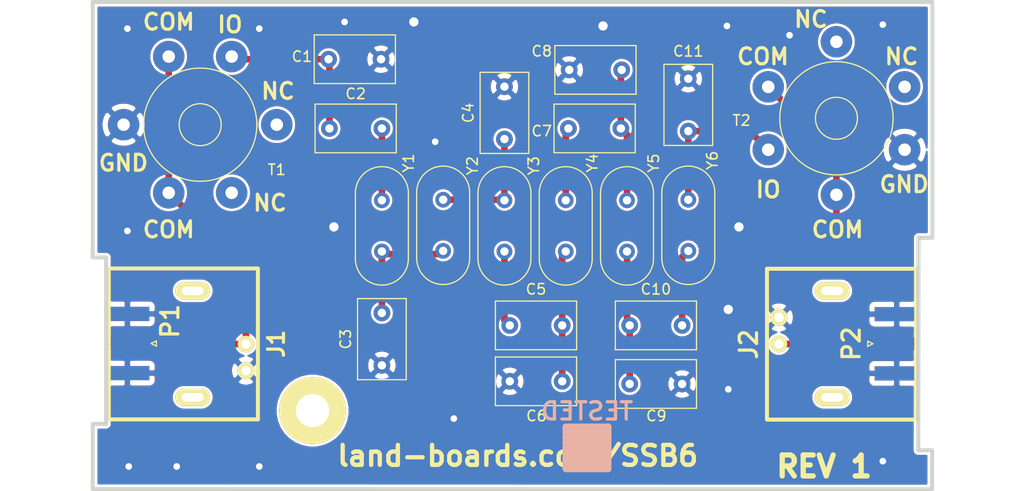
<source format=kicad_pcb>
(kicad_pcb (version 20171130) (host pcbnew "(5.1.10)-1")

  (general
    (thickness 1.6002)
    (drawings 28)
    (tracks 61)
    (zones 0)
    (modules 25)
    (nets 15)
  )

  (page A)
  (title_block
    (title "CW FILTER")
    (date 2021-08-17)
    (rev 1)
    (company "Land Boards LLC")
  )

  (layers
    (0 Front signal)
    (31 Back signal)
    (36 B.SilkS user)
    (37 F.SilkS user)
    (38 B.Mask user)
    (39 F.Mask user)
    (40 Dwgs.User user hide)
    (44 Edge.Cuts user)
    (45 Margin user)
    (46 B.CrtYd user)
    (47 F.CrtYd user)
  )

  (setup
    (last_trace_width 0.2032)
    (user_trace_width 0.3048)
    (user_trace_width 0.381)
    (user_trace_width 0.635)
    (trace_clearance 0.254)
    (zone_clearance 0.254)
    (zone_45_only no)
    (trace_min 0.2032)
    (via_size 0.889)
    (via_drill 0.635)
    (via_min_size 0.889)
    (via_min_drill 0.508)
    (uvia_size 0.508)
    (uvia_drill 0.127)
    (uvias_allowed no)
    (uvia_min_size 0.508)
    (uvia_min_drill 0.127)
    (edge_width 0.381)
    (segment_width 0.381)
    (pcb_text_width 0.3048)
    (pcb_text_size 1.524 2.032)
    (mod_edge_width 0.381)
    (mod_text_size 1.524 1.524)
    (mod_text_width 0.3048)
    (pad_size 1.524 1.524)
    (pad_drill 0.8128)
    (pad_to_mask_clearance 0)
    (aux_axis_origin 147.32 73.8124)
    (grid_origin 32.405 46.1134)
    (visible_elements 7FFFEB7F)
    (pcbplotparams
      (layerselection 0x010f0_ffffffff)
      (usegerberextensions true)
      (usegerberattributes false)
      (usegerberadvancedattributes false)
      (creategerberjobfile false)
      (excludeedgelayer true)
      (linewidth 0.150000)
      (plotframeref false)
      (viasonmask false)
      (mode 1)
      (useauxorigin true)
      (hpglpennumber 1)
      (hpglpenspeed 20)
      (hpglpendiameter 15.000000)
      (psnegative false)
      (psa4output false)
      (plotreference true)
      (plotvalue true)
      (plotinvisibletext false)
      (padsonsilk false)
      (subtractmaskfromsilk false)
      (outputformat 1)
      (mirror false)
      (drillshape 0)
      (scaleselection 1)
      (outputdirectory "plots/"))
  )

  (net 0 "")
  (net 1 GND)
  (net 2 "Net-(C3-Pad2)")
  (net 3 /IN)
  (net 4 /C2Y1)
  (net 5 /Y2Y3)
  (net 6 /C5Y4)
  (net 7 /Y3C5)
  (net 8 /C7Y5)
  (net 9 /Y4C7)
  (net 10 /Y5C10)
  (net 11 /C10Y6)
  (net 12 /OUT)
  (net 13 /TIN)
  (net 14 /TOUT)

  (net_class Default "This is the default net class."
    (clearance 0.254)
    (trace_width 0.2032)
    (via_dia 0.889)
    (via_drill 0.635)
    (uvia_dia 0.508)
    (uvia_drill 0.127)
    (diff_pair_width 0.2032)
    (diff_pair_gap 0.25)
    (add_net /C10Y6)
    (add_net /C2Y1)
    (add_net /C5Y4)
    (add_net /C7Y5)
    (add_net /IN)
    (add_net /OUT)
    (add_net /TIN)
    (add_net /TOUT)
    (add_net /Y2Y3)
    (add_net /Y3C5)
    (add_net /Y4C7)
    (add_net /Y5C10)
    (add_net GND)
    (add_net "Net-(C3-Pad2)")
  )

  (module LandBoards_Conns:BNC-RT (layer Front) (tedit 61472C9E) (tstamp 611C54A8)
    (at 97.81 78.7524 270)
    (path /611D0E72)
    (fp_text reference J2 (at 0.0254 2.8829 90) (layer F.SilkS)
      (effects (font (size 1.651 1.651) (thickness 0.3048)))
    )
    (fp_text value BNC (at -0.14986 6.2992 90) (layer F.SilkS) hide
      (effects (font (size 1.524 1.524) (thickness 0.3048)))
    )
    (fp_line (start -7.1882 1.13538) (end 7.21106 1.13538) (layer F.SilkS) (width 0.381))
    (fp_line (start 7.21106 -13.08354) (end 7.21106 1.1176) (layer F.SilkS) (width 0.381))
    (fp_line (start -7.19328 -13.07846) (end 7.20598 -13.07846) (layer F.SilkS) (width 0.381))
    (fp_line (start -7.1882 1.1176) (end -7.1882 -13.08354) (layer F.SilkS) (width 0.381))
    (pad "" thru_hole oval (at 5.08 -5.08 270) (size 1.651 3.302) (drill oval 0.8128 2.0828) (layers *.Cu *.Mask F.SilkS))
    (pad "" thru_hole oval (at -5.08 -5.08 270) (size 1.651 3.302) (drill oval 0.8128 2.0828) (layers *.Cu *.Mask F.SilkS))
    (pad 2 thru_hole circle (at -2.54 0 270) (size 1.651 1.651) (drill 0.889) (layers *.Cu *.Mask F.SilkS)
      (net 1 GND))
    (pad 1 thru_hole circle (at 0 0 270) (size 1.5748 1.5748) (drill 0.889) (layers *.Cu *.Mask F.SilkS)
      (net 14 /TOUT))
    (model C:/Users/HPz420/Documents/GitHub/land-boards/lb-boards/KiCAD/3D_STP_Files/BNC/31-5431-10RFX.stp
      (offset (xyz 0 -1.524 0.9906))
      (scale (xyz 1 1 1))
      (rotate (xyz -90 0 -90))
    )
  )

  (module LandBoards_Conns:BNC-RT (layer Front) (tedit 61472C9E) (tstamp 6145BFD6)
    (at 47.01 78.7524 90)
    (path /611D025E)
    (fp_text reference J1 (at 0.0254 2.8829 90) (layer F.SilkS)
      (effects (font (size 1.524 1.524) (thickness 0.3048)))
    )
    (fp_text value BNC (at -0.14986 6.2992 90) (layer F.SilkS) hide
      (effects (font (size 1.524 1.524) (thickness 0.3048)))
    )
    (fp_line (start -7.1882 1.13538) (end 7.21106 1.13538) (layer F.SilkS) (width 0.381))
    (fp_line (start 7.21106 -13.08354) (end 7.21106 1.1176) (layer F.SilkS) (width 0.381))
    (fp_line (start -7.19328 -13.07846) (end 7.20598 -13.07846) (layer F.SilkS) (width 0.381))
    (fp_line (start -7.1882 1.1176) (end -7.1882 -13.08354) (layer F.SilkS) (width 0.381))
    (pad "" thru_hole oval (at 5.08 -5.08 90) (size 1.651 3.302) (drill oval 0.8128 2.0828) (layers *.Cu *.Mask F.SilkS))
    (pad "" thru_hole oval (at -5.08 -5.08 90) (size 1.651 3.302) (drill oval 0.8128 2.0828) (layers *.Cu *.Mask F.SilkS))
    (pad 2 thru_hole circle (at -2.54 0 90) (size 1.651 1.651) (drill 0.889) (layers *.Cu *.Mask F.SilkS)
      (net 1 GND))
    (pad 1 thru_hole circle (at 0 0 90) (size 1.5748 1.5748) (drill 0.889) (layers *.Cu *.Mask F.SilkS)
      (net 13 /TIN))
    (model C:/Users/HPz420/Documents/GitHub/land-boards/lb-boards/KiCAD/3D_STP_Files/BNC/31-5431-10RFX.stp
      (offset (xyz 0 -1.397 1.0922))
      (scale (xyz 1 1 1))
      (rotate (xyz -90 0 -90))
    )
  )

  (module Connector_Coaxial:SMA_Samtec_SMA-J-P-H-ST-EM1_EdgeMount (layer Front) (tedit 5BA382C0) (tstamp 611C54B1)
    (at 35.707 78.7016 180)
    (descr http://suddendocs.samtec.com/prints/sma-j-p-x-st-em1-mkt.pdf)
    (tags SMA)
    (path /611D0826)
    (attr smd)
    (fp_text reference P1 (at -4.064 2.1336 90) (layer F.SilkS)
      (effects (font (size 1.651 1.651) (thickness 0.3048)))
    )
    (fp_text value BNC (at 4.826 0.254 90) (layer F.SilkS) hide
      (effects (font (size 1.524 1.524) (thickness 0.3048)))
    )
    (fp_line (start 2.1 -3.5) (end 2.1 3.5) (layer Dwgs.User) (width 0.1))
    (fp_line (start 3 4.5) (end 3 4) (layer B.CrtYd) (width 0.05))
    (fp_line (start 12.12 4.5) (end 3 4.5) (layer B.CrtYd) (width 0.05))
    (fp_line (start 3 -4.5) (end 3 -4) (layer B.CrtYd) (width 0.05))
    (fp_line (start 12.12 -4.5) (end 3 -4.5) (layer B.CrtYd) (width 0.05))
    (fp_line (start 3 -4.5) (end 3 -4) (layer F.CrtYd) (width 0.05))
    (fp_line (start 12.12 -4.5) (end 3 -4.5) (layer F.CrtYd) (width 0.05))
    (fp_line (start 3 4.5) (end 3 4) (layer F.CrtYd) (width 0.05))
    (fp_line (start 12.12 4.5) (end 3 4.5) (layer F.CrtYd) (width 0.05))
    (fp_line (start -1.71 3.175) (end 11.62 3.175) (layer F.Fab) (width 0.1))
    (fp_line (start -1.71 2.365) (end -1.71 3.175) (layer F.Fab) (width 0.1))
    (fp_line (start 2.1 2.365) (end -1.71 2.365) (layer F.Fab) (width 0.1))
    (fp_line (start 2.1 -2.365) (end 2.1 2.365) (layer F.Fab) (width 0.1))
    (fp_line (start -1.71 -2.365) (end 2.1 -2.365) (layer F.Fab) (width 0.1))
    (fp_line (start -1.71 -3.175) (end -1.71 -2.365) (layer F.Fab) (width 0.1))
    (fp_line (start -1.71 -3.175) (end 11.62 -3.175) (layer F.Fab) (width 0.1))
    (fp_line (start 11.62 -3.165) (end 11.62 3.165) (layer F.Fab) (width 0.1))
    (fp_line (start -2.6 4) (end -2.6 -4) (layer B.CrtYd) (width 0.05))
    (fp_line (start 3 4) (end -2.6 4) (layer B.CrtYd) (width 0.05))
    (fp_line (start 12.12 -4.5) (end 12.12 4.5) (layer B.CrtYd) (width 0.05))
    (fp_line (start 3 -4) (end -2.6 -4) (layer B.CrtYd) (width 0.05))
    (fp_line (start -2.6 4) (end -2.6 -4) (layer F.CrtYd) (width 0.05))
    (fp_line (start 3 4) (end -2.6 4) (layer F.CrtYd) (width 0.05))
    (fp_line (start 12.12 -4.5) (end 12.12 4.5) (layer F.CrtYd) (width 0.05))
    (fp_line (start 3 -4) (end -2.6 -4) (layer F.CrtYd) (width 0.05))
    (fp_line (start 2.1 -0.75) (end 3.1 0) (layer F.Fab) (width 0.1))
    (fp_line (start 3.1 0) (end 2.1 0.75) (layer F.Fab) (width 0.1))
    (fp_line (start -2.26 0) (end -2.76 -0.25) (layer F.SilkS) (width 0.12))
    (fp_line (start -2.76 -0.25) (end -2.76 0.25) (layer F.SilkS) (width 0.12))
    (fp_line (start -2.76 0.25) (end -2.26 0) (layer F.SilkS) (width 0.12))
    (fp_text user "PCB Edge" (at 2.6 0 90) (layer Dwgs.User)
      (effects (font (size 0.5 0.5) (thickness 0.1)))
    )
    (fp_text user %R (at 0 0) (layer F.Fab)
      (effects (font (size 1 1) (thickness 0.15)))
    )
    (pad 1 smd rect (at 0.2 0 270) (size 1.27 3.6) (layers Front F.Paste F.Mask)
      (net 13 /TIN))
    (pad 2 smd rect (at 0 -2.825 270) (size 1.35 4.2) (layers Front F.Paste F.Mask)
      (net 1 GND))
    (pad 2 smd rect (at 0 2.825 270) (size 1.35 4.2) (layers Front F.Paste F.Mask)
      (net 1 GND))
    (pad 2 smd rect (at 0 -2.825 270) (size 1.35 4.2) (layers Back B.Paste B.Mask)
      (net 1 GND))
    (pad 2 smd rect (at 0 2.825 270) (size 1.35 4.2) (layers Back B.Paste B.Mask)
      (net 1 GND))
    (model ${KISYS3DMOD}/Connector_Coaxial.3dshapes/SMA_Samtec_SMA-J-P-H-ST-EM1_EdgeMount.wrl
      (at (xyz 0 0 0))
      (scale (xyz 1 1 1))
      (rotate (xyz 0 0 0))
    )
  )

  (module Connector_Coaxial:SMA_Samtec_SMA-J-P-H-ST-EM1_EdgeMount (layer Front) (tedit 5BA382C0) (tstamp 611CC668)
    (at 109.0368 78.727)
    (descr http://suddendocs.samtec.com/prints/sma-j-p-x-st-em1-mkt.pdf)
    (tags SMA)
    (path /611D0E7C)
    (attr smd)
    (fp_text reference P2 (at -4.318 0 90) (layer F.SilkS)
      (effects (font (size 1.651 1.651) (thickness 0.3048)))
    )
    (fp_text value BNC (at 4.826 0.254 90) (layer F.SilkS) hide
      (effects (font (size 1.524 1.524) (thickness 0.3048)))
    )
    (fp_line (start 2.1 -3.5) (end 2.1 3.5) (layer Dwgs.User) (width 0.1))
    (fp_line (start 3 4.5) (end 3 4) (layer B.CrtYd) (width 0.05))
    (fp_line (start 12.12 4.5) (end 3 4.5) (layer B.CrtYd) (width 0.05))
    (fp_line (start 3 -4.5) (end 3 -4) (layer B.CrtYd) (width 0.05))
    (fp_line (start 12.12 -4.5) (end 3 -4.5) (layer B.CrtYd) (width 0.05))
    (fp_line (start 3 -4.5) (end 3 -4) (layer F.CrtYd) (width 0.05))
    (fp_line (start 12.12 -4.5) (end 3 -4.5) (layer F.CrtYd) (width 0.05))
    (fp_line (start 3 4.5) (end 3 4) (layer F.CrtYd) (width 0.05))
    (fp_line (start 12.12 4.5) (end 3 4.5) (layer F.CrtYd) (width 0.05))
    (fp_line (start -1.71 3.175) (end 11.62 3.175) (layer F.Fab) (width 0.1))
    (fp_line (start -1.71 2.365) (end -1.71 3.175) (layer F.Fab) (width 0.1))
    (fp_line (start 2.1 2.365) (end -1.71 2.365) (layer F.Fab) (width 0.1))
    (fp_line (start 2.1 -2.365) (end 2.1 2.365) (layer F.Fab) (width 0.1))
    (fp_line (start -1.71 -2.365) (end 2.1 -2.365) (layer F.Fab) (width 0.1))
    (fp_line (start -1.71 -3.175) (end -1.71 -2.365) (layer F.Fab) (width 0.1))
    (fp_line (start -1.71 -3.175) (end 11.62 -3.175) (layer F.Fab) (width 0.1))
    (fp_line (start 11.62 -3.165) (end 11.62 3.165) (layer F.Fab) (width 0.1))
    (fp_line (start -2.6 4) (end -2.6 -4) (layer B.CrtYd) (width 0.05))
    (fp_line (start 3 4) (end -2.6 4) (layer B.CrtYd) (width 0.05))
    (fp_line (start 12.12 -4.5) (end 12.12 4.5) (layer B.CrtYd) (width 0.05))
    (fp_line (start 3 -4) (end -2.6 -4) (layer B.CrtYd) (width 0.05))
    (fp_line (start -2.6 4) (end -2.6 -4) (layer F.CrtYd) (width 0.05))
    (fp_line (start 3 4) (end -2.6 4) (layer F.CrtYd) (width 0.05))
    (fp_line (start 12.12 -4.5) (end 12.12 4.5) (layer F.CrtYd) (width 0.05))
    (fp_line (start 3 -4) (end -2.6 -4) (layer F.CrtYd) (width 0.05))
    (fp_line (start 2.1 -0.75) (end 3.1 0) (layer F.Fab) (width 0.1))
    (fp_line (start 3.1 0) (end 2.1 0.75) (layer F.Fab) (width 0.1))
    (fp_line (start -2.26 0) (end -2.76 -0.25) (layer F.SilkS) (width 0.12))
    (fp_line (start -2.76 -0.25) (end -2.76 0.25) (layer F.SilkS) (width 0.12))
    (fp_line (start -2.76 0.25) (end -2.26 0) (layer F.SilkS) (width 0.12))
    (fp_text user "PCB Edge" (at 2.6 0 90) (layer Dwgs.User)
      (effects (font (size 0.5 0.5) (thickness 0.1)))
    )
    (fp_text user %R (at 4.79 0 270) (layer F.Fab)
      (effects (font (size 1 1) (thickness 0.15)))
    )
    (pad 1 smd rect (at 0.2 0 90) (size 1.27 3.6) (layers Front F.Paste F.Mask)
      (net 14 /TOUT))
    (pad 2 smd rect (at 0 -2.825 90) (size 1.35 4.2) (layers Front F.Paste F.Mask)
      (net 1 GND))
    (pad 2 smd rect (at 0 2.825 90) (size 1.35 4.2) (layers Front F.Paste F.Mask)
      (net 1 GND))
    (pad 2 smd rect (at 0 -2.825 90) (size 1.35 4.2) (layers Back B.Paste B.Mask)
      (net 1 GND))
    (pad 2 smd rect (at 0 2.825 90) (size 1.35 4.2) (layers Back B.Paste B.Mask)
      (net 1 GND))
    (model ${KISYS3DMOD}/Connector_Coaxial.3dshapes/SMA_Samtec_SMA-J-P-H-ST-EM1_EdgeMount.wrl
      (at (xyz 0 0 0))
      (scale (xyz 1 1 1))
      (rotate (xyz 0 0 0))
    )
  )

  (module LandBoards_MountHoles:MTG-4-40 (layer Front) (tedit 58F7B603) (tstamp 58F7AD90)
    (at 53.36 85.1024)
    (path /58F7C073)
    (fp_text reference MTG4 (at -6.858 -0.635) (layer F.SilkS) hide
      (effects (font (size 1.651 1.651) (thickness 0.3048)))
    )
    (fp_text value MTG_HOLE (at 0 -5.08) (layer F.SilkS) hide
      (effects (font (size 1.524 1.524) (thickness 0.3048)))
    )
    (pad 1 thru_hole circle (at 0 0) (size 6.35 6.35) (drill 3.175) (layers *.Cu *.Mask F.SilkS))
  )

  (module LandBoards_Marking:TEST_BLK-REAR (layer Front) (tedit 553D0C6F) (tstamp 611BB1DD)
    (at 79.522 88.6584)
    (path /58F7BF02)
    (fp_text reference TESTED (at 0 -3.5) (layer B.SilkS)
      (effects (font (size 1.651 1.651) (thickness 0.3048)) (justify mirror))
    )
    (fp_text value COUPON (at 0 4) (layer F.SilkS) hide
      (effects (font (size 1.524 1.524) (thickness 0.3048)))
    )
    (fp_line (start -2 1.5) (end 2 1.5) (layer B.SilkS) (width 0.65))
    (fp_line (start -2 1) (end -2 1.5) (layer B.SilkS) (width 0.65))
    (fp_line (start 2 1) (end -2 1) (layer B.SilkS) (width 0.65))
    (fp_line (start 2 0.5) (end 2 1) (layer B.SilkS) (width 0.65))
    (fp_line (start 1.5 0.5) (end 2 0.5) (layer B.SilkS) (width 0.65))
    (fp_line (start -2 0.5) (end 1.5 0.5) (layer B.SilkS) (width 0.65))
    (fp_line (start -2 0) (end -2 0.5) (layer B.SilkS) (width 0.65))
    (fp_line (start 2 0) (end -2 0) (layer B.SilkS) (width 0.65))
    (fp_line (start 2 -0.5) (end 2 0) (layer B.SilkS) (width 0.65))
    (fp_line (start -2 -0.5) (end 2 -0.5) (layer B.SilkS) (width 0.65))
    (fp_line (start -2 -1) (end -2 -0.5) (layer B.SilkS) (width 0.65))
    (fp_line (start 2 -1) (end -2 -1) (layer B.SilkS) (width 0.65))
    (fp_line (start 2 -1.5) (end 2 -1) (layer B.SilkS) (width 0.65))
    (fp_line (start -2 -1.5) (end 2 -1.5) (layer B.SilkS) (width 0.65))
    (fp_line (start -2 -2) (end -2 -1.5) (layer B.SilkS) (width 0.65))
    (fp_line (start -2 2) (end -2 -2) (layer B.SilkS) (width 0.65))
    (fp_line (start 2 2) (end -2 2) (layer B.SilkS) (width 0.65))
    (fp_line (start 2 -2) (end 2 2) (layer B.SilkS) (width 0.65))
    (fp_line (start -2 -2) (end 2 -2) (layer B.SilkS) (width 0.65))
  )

  (module Capacitor_THT:C_Disc_D7.5mm_W4.4mm_P5.00mm (layer Front) (tedit 5AE50EF0) (tstamp 612ACBB0)
    (at 54.884 51.5744)
    (descr "C, Disc series, Radial, pin pitch=5.00mm, , diameter*width=7.5*4.4mm^2, Capacitor")
    (tags "C Disc series Radial pin pitch 5.00mm  diameter 7.5mm width 4.4mm Capacitor")
    (path /611E06D5)
    (fp_text reference C1 (at -2.54 -0.254) (layer F.SilkS)
      (effects (font (size 1 1) (thickness 0.15)))
    )
    (fp_text value 100pF (at 2.5 3.45) (layer F.Fab)
      (effects (font (size 1 1) (thickness 0.15)))
    )
    (fp_line (start 6.5 -2.45) (end -1.5 -2.45) (layer F.CrtYd) (width 0.05))
    (fp_line (start 6.5 2.45) (end 6.5 -2.45) (layer F.CrtYd) (width 0.05))
    (fp_line (start -1.5 2.45) (end 6.5 2.45) (layer F.CrtYd) (width 0.05))
    (fp_line (start -1.5 -2.45) (end -1.5 2.45) (layer F.CrtYd) (width 0.05))
    (fp_line (start 6.37 -2.321) (end 6.37 2.321) (layer F.SilkS) (width 0.12))
    (fp_line (start -1.37 -2.321) (end -1.37 2.321) (layer F.SilkS) (width 0.12))
    (fp_line (start -1.37 2.321) (end 6.37 2.321) (layer F.SilkS) (width 0.12))
    (fp_line (start -1.37 -2.321) (end 6.37 -2.321) (layer F.SilkS) (width 0.12))
    (fp_line (start 6.25 -2.2) (end -1.25 -2.2) (layer F.Fab) (width 0.1))
    (fp_line (start 6.25 2.2) (end 6.25 -2.2) (layer F.Fab) (width 0.1))
    (fp_line (start -1.25 2.2) (end 6.25 2.2) (layer F.Fab) (width 0.1))
    (fp_line (start -1.25 -2.2) (end -1.25 2.2) (layer F.Fab) (width 0.1))
    (fp_text user %R (at 2.5 0) (layer F.Fab)
      (effects (font (size 1 1) (thickness 0.15)))
    )
    (pad 1 thru_hole circle (at 0 0) (size 1.6 1.6) (drill 0.8) (layers *.Cu *.Mask)
      (net 3 /IN))
    (pad 2 thru_hole circle (at 5 0) (size 1.6 1.6) (drill 0.8) (layers *.Cu *.Mask)
      (net 1 GND))
    (model ${KISYS3DMOD}/Capacitor_THT.3dshapes/C_Disc_D7.5mm_W4.4mm_P5.00mm.wrl
      (at (xyz 0 0 0))
      (scale (xyz 1 1 1))
      (rotate (xyz 0 0 0))
    )
  )

  (module Capacitor_THT:C_Disc_D7.5mm_W4.4mm_P5.00mm (layer Front) (tedit 5AE50EF0) (tstamp 612ACBC2)
    (at 59.964 58.1784 180)
    (descr "C, Disc series, Radial, pin pitch=5.00mm, , diameter*width=7.5*4.4mm^2, Capacitor")
    (tags "C Disc series Radial pin pitch 5.00mm  diameter 7.5mm width 4.4mm Capacitor")
    (path /611E04E4)
    (fp_text reference C2 (at 2.5 3.302) (layer F.SilkS)
      (effects (font (size 1 1) (thickness 0.15)))
    )
    (fp_text value 330 (at 2.5 3.45) (layer F.Fab)
      (effects (font (size 1 1) (thickness 0.15)))
    )
    (fp_line (start -1.25 -2.2) (end -1.25 2.2) (layer F.Fab) (width 0.1))
    (fp_line (start -1.25 2.2) (end 6.25 2.2) (layer F.Fab) (width 0.1))
    (fp_line (start 6.25 2.2) (end 6.25 -2.2) (layer F.Fab) (width 0.1))
    (fp_line (start 6.25 -2.2) (end -1.25 -2.2) (layer F.Fab) (width 0.1))
    (fp_line (start -1.37 -2.321) (end 6.37 -2.321) (layer F.SilkS) (width 0.12))
    (fp_line (start -1.37 2.321) (end 6.37 2.321) (layer F.SilkS) (width 0.12))
    (fp_line (start -1.37 -2.321) (end -1.37 2.321) (layer F.SilkS) (width 0.12))
    (fp_line (start 6.37 -2.321) (end 6.37 2.321) (layer F.SilkS) (width 0.12))
    (fp_line (start -1.5 -2.45) (end -1.5 2.45) (layer F.CrtYd) (width 0.05))
    (fp_line (start -1.5 2.45) (end 6.5 2.45) (layer F.CrtYd) (width 0.05))
    (fp_line (start 6.5 2.45) (end 6.5 -2.45) (layer F.CrtYd) (width 0.05))
    (fp_line (start 6.5 -2.45) (end -1.5 -2.45) (layer F.CrtYd) (width 0.05))
    (fp_text user %R (at 2.5 0) (layer F.Fab)
      (effects (font (size 1 1) (thickness 0.15)))
    )
    (pad 2 thru_hole circle (at 5 0 180) (size 1.6 1.6) (drill 0.8) (layers *.Cu *.Mask)
      (net 3 /IN))
    (pad 1 thru_hole circle (at 0 0 180) (size 1.6 1.6) (drill 0.8) (layers *.Cu *.Mask)
      (net 4 /C2Y1))
    (model ${KISYS3DMOD}/Capacitor_THT.3dshapes/C_Disc_D7.5mm_W4.4mm_P5.00mm.wrl
      (at (xyz 0 0 0))
      (scale (xyz 1 1 1))
      (rotate (xyz 0 0 0))
    )
  )

  (module Capacitor_THT:C_Disc_D7.5mm_W4.4mm_P5.00mm (layer Front) (tedit 5AE50EF0) (tstamp 612ACBE6)
    (at 59.964 80.7844 90)
    (descr "C, Disc series, Radial, pin pitch=5.00mm, , diameter*width=7.5*4.4mm^2, Capacitor")
    (tags "C Disc series Radial pin pitch 5.00mm  diameter 7.5mm width 4.4mm Capacitor")
    (path /612C672E)
    (fp_text reference C3 (at 2.5 -3.45 90) (layer F.SilkS)
      (effects (font (size 1 1) (thickness 0.15)))
    )
    (fp_text value 270 (at 2.5 3.45 90) (layer F.Fab)
      (effects (font (size 1 1) (thickness 0.15)))
    )
    (fp_line (start 6.5 -2.45) (end -1.5 -2.45) (layer F.CrtYd) (width 0.05))
    (fp_line (start 6.5 2.45) (end 6.5 -2.45) (layer F.CrtYd) (width 0.05))
    (fp_line (start -1.5 2.45) (end 6.5 2.45) (layer F.CrtYd) (width 0.05))
    (fp_line (start -1.5 -2.45) (end -1.5 2.45) (layer F.CrtYd) (width 0.05))
    (fp_line (start 6.37 -2.321) (end 6.37 2.321) (layer F.SilkS) (width 0.12))
    (fp_line (start -1.37 -2.321) (end -1.37 2.321) (layer F.SilkS) (width 0.12))
    (fp_line (start -1.37 2.321) (end 6.37 2.321) (layer F.SilkS) (width 0.12))
    (fp_line (start -1.37 -2.321) (end 6.37 -2.321) (layer F.SilkS) (width 0.12))
    (fp_line (start 6.25 -2.2) (end -1.25 -2.2) (layer F.Fab) (width 0.1))
    (fp_line (start 6.25 2.2) (end 6.25 -2.2) (layer F.Fab) (width 0.1))
    (fp_line (start -1.25 2.2) (end 6.25 2.2) (layer F.Fab) (width 0.1))
    (fp_line (start -1.25 -2.2) (end -1.25 2.2) (layer F.Fab) (width 0.1))
    (fp_text user %R (at 2.5 0 90) (layer F.Fab)
      (effects (font (size 1 1) (thickness 0.15)))
    )
    (pad 1 thru_hole circle (at 0 0 90) (size 1.6 1.6) (drill 0.8) (layers *.Cu *.Mask)
      (net 1 GND))
    (pad 2 thru_hole circle (at 5 0 90) (size 1.6 1.6) (drill 0.8) (layers *.Cu *.Mask)
      (net 2 "Net-(C3-Pad2)"))
    (model ${KISYS3DMOD}/Capacitor_THT.3dshapes/C_Disc_D7.5mm_W4.4mm_P5.00mm.wrl
      (at (xyz 0 0 0))
      (scale (xyz 1 1 1))
      (rotate (xyz 0 0 0))
    )
  )

  (module Capacitor_THT:C_Disc_D7.5mm_W4.4mm_P5.00mm (layer Front) (tedit 5AE50EF0) (tstamp 612ACBE7)
    (at 71.648 59.1944 90)
    (descr "C, Disc series, Radial, pin pitch=5.00mm, , diameter*width=7.5*4.4mm^2, Capacitor")
    (tags "C Disc series Radial pin pitch 5.00mm  diameter 7.5mm width 4.4mm Capacitor")
    (path /611E2CEE)
    (fp_text reference C4 (at 2.5 -3.45 90) (layer F.SilkS)
      (effects (font (size 1 1) (thickness 0.15)))
    )
    (fp_text value 680 (at 2.5 3.45 90) (layer F.Fab)
      (effects (font (size 1 1) (thickness 0.15)))
    )
    (fp_line (start 6.5 -2.45) (end -1.5 -2.45) (layer F.CrtYd) (width 0.05))
    (fp_line (start 6.5 2.45) (end 6.5 -2.45) (layer F.CrtYd) (width 0.05))
    (fp_line (start -1.5 2.45) (end 6.5 2.45) (layer F.CrtYd) (width 0.05))
    (fp_line (start -1.5 -2.45) (end -1.5 2.45) (layer F.CrtYd) (width 0.05))
    (fp_line (start 6.37 -2.321) (end 6.37 2.321) (layer F.SilkS) (width 0.12))
    (fp_line (start -1.37 -2.321) (end -1.37 2.321) (layer F.SilkS) (width 0.12))
    (fp_line (start -1.37 2.321) (end 6.37 2.321) (layer F.SilkS) (width 0.12))
    (fp_line (start -1.37 -2.321) (end 6.37 -2.321) (layer F.SilkS) (width 0.12))
    (fp_line (start 6.25 -2.2) (end -1.25 -2.2) (layer F.Fab) (width 0.1))
    (fp_line (start 6.25 2.2) (end 6.25 -2.2) (layer F.Fab) (width 0.1))
    (fp_line (start -1.25 2.2) (end 6.25 2.2) (layer F.Fab) (width 0.1))
    (fp_line (start -1.25 -2.2) (end -1.25 2.2) (layer F.Fab) (width 0.1))
    (fp_text user %R (at 2.5 0 90) (layer F.Fab)
      (effects (font (size 1 1) (thickness 0.15)))
    )
    (pad 1 thru_hole circle (at 0 0 90) (size 1.6 1.6) (drill 0.8) (layers *.Cu *.Mask)
      (net 5 /Y2Y3))
    (pad 2 thru_hole circle (at 5 0 90) (size 1.6 1.6) (drill 0.8) (layers *.Cu *.Mask)
      (net 1 GND))
    (model ${KISYS3DMOD}/Capacitor_THT.3dshapes/C_Disc_D7.5mm_W4.4mm_P5.00mm.wrl
      (at (xyz 0 0 0))
      (scale (xyz 1 1 1))
      (rotate (xyz 0 0 0))
    )
  )

  (module Capacitor_THT:C_Disc_D7.5mm_W4.4mm_P5.00mm (layer Front) (tedit 5AE50EF0) (tstamp 612ACBF9)
    (at 72.156 76.9744)
    (descr "C, Disc series, Radial, pin pitch=5.00mm, , diameter*width=7.5*4.4mm^2, Capacitor")
    (tags "C Disc series Radial pin pitch 5.00mm  diameter 7.5mm width 4.4mm Capacitor")
    (path /611E6BB1)
    (fp_text reference C5 (at 2.5 -3.45) (layer F.SilkS)
      (effects (font (size 1 1) (thickness 0.15)))
    )
    (fp_text value 200 (at 2.5 3.45) (layer F.Fab)
      (effects (font (size 1 1) (thickness 0.15)))
    )
    (fp_line (start -1.25 -2.2) (end -1.25 2.2) (layer F.Fab) (width 0.1))
    (fp_line (start -1.25 2.2) (end 6.25 2.2) (layer F.Fab) (width 0.1))
    (fp_line (start 6.25 2.2) (end 6.25 -2.2) (layer F.Fab) (width 0.1))
    (fp_line (start 6.25 -2.2) (end -1.25 -2.2) (layer F.Fab) (width 0.1))
    (fp_line (start -1.37 -2.321) (end 6.37 -2.321) (layer F.SilkS) (width 0.12))
    (fp_line (start -1.37 2.321) (end 6.37 2.321) (layer F.SilkS) (width 0.12))
    (fp_line (start -1.37 -2.321) (end -1.37 2.321) (layer F.SilkS) (width 0.12))
    (fp_line (start 6.37 -2.321) (end 6.37 2.321) (layer F.SilkS) (width 0.12))
    (fp_line (start -1.5 -2.45) (end -1.5 2.45) (layer F.CrtYd) (width 0.05))
    (fp_line (start -1.5 2.45) (end 6.5 2.45) (layer F.CrtYd) (width 0.05))
    (fp_line (start 6.5 2.45) (end 6.5 -2.45) (layer F.CrtYd) (width 0.05))
    (fp_line (start 6.5 -2.45) (end -1.5 -2.45) (layer F.CrtYd) (width 0.05))
    (fp_text user %R (at 2.5 0) (layer F.Fab)
      (effects (font (size 1 1) (thickness 0.15)))
    )
    (pad 2 thru_hole circle (at 5 0) (size 1.6 1.6) (drill 0.8) (layers *.Cu *.Mask)
      (net 6 /C5Y4))
    (pad 1 thru_hole circle (at 0 0) (size 1.6 1.6) (drill 0.8) (layers *.Cu *.Mask)
      (net 7 /Y3C5))
    (model ${KISYS3DMOD}/Capacitor_THT.3dshapes/C_Disc_D7.5mm_W4.4mm_P5.00mm.wrl
      (at (xyz 0 0 0))
      (scale (xyz 1 1 1))
      (rotate (xyz 0 0 0))
    )
  )

  (module Capacitor_THT:C_Disc_D7.5mm_W4.4mm_P5.00mm (layer Front) (tedit 5AE50EF0) (tstamp 612ACC0B)
    (at 72.156 82.3084)
    (descr "C, Disc series, Radial, pin pitch=5.00mm, , diameter*width=7.5*4.4mm^2, Capacitor")
    (tags "C Disc series Radial pin pitch 5.00mm  diameter 7.5mm width 4.4mm Capacitor")
    (path /611E88BB)
    (fp_text reference C6 (at 2.54 3.302) (layer F.SilkS)
      (effects (font (size 1 1) (thickness 0.15)))
    )
    (fp_text value 680 (at 2.5 3.45) (layer F.Fab)
      (effects (font (size 1 1) (thickness 0.15)))
    )
    (fp_line (start -1.25 -2.2) (end -1.25 2.2) (layer F.Fab) (width 0.1))
    (fp_line (start -1.25 2.2) (end 6.25 2.2) (layer F.Fab) (width 0.1))
    (fp_line (start 6.25 2.2) (end 6.25 -2.2) (layer F.Fab) (width 0.1))
    (fp_line (start 6.25 -2.2) (end -1.25 -2.2) (layer F.Fab) (width 0.1))
    (fp_line (start -1.37 -2.321) (end 6.37 -2.321) (layer F.SilkS) (width 0.12))
    (fp_line (start -1.37 2.321) (end 6.37 2.321) (layer F.SilkS) (width 0.12))
    (fp_line (start -1.37 -2.321) (end -1.37 2.321) (layer F.SilkS) (width 0.12))
    (fp_line (start 6.37 -2.321) (end 6.37 2.321) (layer F.SilkS) (width 0.12))
    (fp_line (start -1.5 -2.45) (end -1.5 2.45) (layer F.CrtYd) (width 0.05))
    (fp_line (start -1.5 2.45) (end 6.5 2.45) (layer F.CrtYd) (width 0.05))
    (fp_line (start 6.5 2.45) (end 6.5 -2.45) (layer F.CrtYd) (width 0.05))
    (fp_line (start 6.5 -2.45) (end -1.5 -2.45) (layer F.CrtYd) (width 0.05))
    (fp_text user %R (at 2.5 0) (layer F.Fab)
      (effects (font (size 1 1) (thickness 0.15)))
    )
    (pad 2 thru_hole circle (at 5 0) (size 1.6 1.6) (drill 0.8) (layers *.Cu *.Mask)
      (net 6 /C5Y4))
    (pad 1 thru_hole circle (at 0 0) (size 1.6 1.6) (drill 0.8) (layers *.Cu *.Mask)
      (net 1 GND))
    (model ${KISYS3DMOD}/Capacitor_THT.3dshapes/C_Disc_D7.5mm_W4.4mm_P5.00mm.wrl
      (at (xyz 0 0 0))
      (scale (xyz 1 1 1))
      (rotate (xyz 0 0 0))
    )
  )

  (module Capacitor_THT:C_Disc_D7.5mm_W4.4mm_P5.00mm (layer Front) (tedit 5AE50EF0) (tstamp 612ACC1D)
    (at 77.744 58.1784)
    (descr "C, Disc series, Radial, pin pitch=5.00mm, , diameter*width=7.5*4.4mm^2, Capacitor")
    (tags "C Disc series Radial pin pitch 5.00mm  diameter 7.5mm width 4.4mm Capacitor")
    (path /611FB018)
    (fp_text reference C7 (at -2.54 0.254) (layer F.SilkS)
      (effects (font (size 1 1) (thickness 0.15)))
    )
    (fp_text value 270 (at 2.5 3.45) (layer F.Fab)
      (effects (font (size 1 1) (thickness 0.15)))
    )
    (fp_line (start -1.25 -2.2) (end -1.25 2.2) (layer F.Fab) (width 0.1))
    (fp_line (start -1.25 2.2) (end 6.25 2.2) (layer F.Fab) (width 0.1))
    (fp_line (start 6.25 2.2) (end 6.25 -2.2) (layer F.Fab) (width 0.1))
    (fp_line (start 6.25 -2.2) (end -1.25 -2.2) (layer F.Fab) (width 0.1))
    (fp_line (start -1.37 -2.321) (end 6.37 -2.321) (layer F.SilkS) (width 0.12))
    (fp_line (start -1.37 2.321) (end 6.37 2.321) (layer F.SilkS) (width 0.12))
    (fp_line (start -1.37 -2.321) (end -1.37 2.321) (layer F.SilkS) (width 0.12))
    (fp_line (start 6.37 -2.321) (end 6.37 2.321) (layer F.SilkS) (width 0.12))
    (fp_line (start -1.5 -2.45) (end -1.5 2.45) (layer F.CrtYd) (width 0.05))
    (fp_line (start -1.5 2.45) (end 6.5 2.45) (layer F.CrtYd) (width 0.05))
    (fp_line (start 6.5 2.45) (end 6.5 -2.45) (layer F.CrtYd) (width 0.05))
    (fp_line (start 6.5 -2.45) (end -1.5 -2.45) (layer F.CrtYd) (width 0.05))
    (fp_text user %R (at 2.5 0) (layer F.Fab)
      (effects (font (size 1 1) (thickness 0.15)))
    )
    (pad 2 thru_hole circle (at 5 0) (size 1.6 1.6) (drill 0.8) (layers *.Cu *.Mask)
      (net 8 /C7Y5))
    (pad 1 thru_hole circle (at 0 0) (size 1.6 1.6) (drill 0.8) (layers *.Cu *.Mask)
      (net 9 /Y4C7))
    (model ${KISYS3DMOD}/Capacitor_THT.3dshapes/C_Disc_D7.5mm_W4.4mm_P5.00mm.wrl
      (at (xyz 0 0 0))
      (scale (xyz 1 1 1))
      (rotate (xyz 0 0 0))
    )
  )

  (module Capacitor_THT:C_Disc_D7.5mm_W4.4mm_P5.00mm (layer Front) (tedit 5AE50EF0) (tstamp 612ACC2F)
    (at 82.824 52.5904 180)
    (descr "C, Disc series, Radial, pin pitch=5.00mm, , diameter*width=7.5*4.4mm^2, Capacitor")
    (tags "C Disc series Radial pin pitch 5.00mm  diameter 7.5mm width 4.4mm Capacitor")
    (path /611FB007)
    (fp_text reference C8 (at 7.62 1.778) (layer F.SilkS)
      (effects (font (size 1 1) (thickness 0.15)))
    )
    (fp_text value 330 (at 2.5 3.45) (layer F.Fab)
      (effects (font (size 1 1) (thickness 0.15)))
    )
    (fp_line (start 6.5 -2.45) (end -1.5 -2.45) (layer F.CrtYd) (width 0.05))
    (fp_line (start 6.5 2.45) (end 6.5 -2.45) (layer F.CrtYd) (width 0.05))
    (fp_line (start -1.5 2.45) (end 6.5 2.45) (layer F.CrtYd) (width 0.05))
    (fp_line (start -1.5 -2.45) (end -1.5 2.45) (layer F.CrtYd) (width 0.05))
    (fp_line (start 6.37 -2.321) (end 6.37 2.321) (layer F.SilkS) (width 0.12))
    (fp_line (start -1.37 -2.321) (end -1.37 2.321) (layer F.SilkS) (width 0.12))
    (fp_line (start -1.37 2.321) (end 6.37 2.321) (layer F.SilkS) (width 0.12))
    (fp_line (start -1.37 -2.321) (end 6.37 -2.321) (layer F.SilkS) (width 0.12))
    (fp_line (start 6.25 -2.2) (end -1.25 -2.2) (layer F.Fab) (width 0.1))
    (fp_line (start 6.25 2.2) (end 6.25 -2.2) (layer F.Fab) (width 0.1))
    (fp_line (start -1.25 2.2) (end 6.25 2.2) (layer F.Fab) (width 0.1))
    (fp_line (start -1.25 -2.2) (end -1.25 2.2) (layer F.Fab) (width 0.1))
    (fp_text user %R (at 2.5 0) (layer F.Fab)
      (effects (font (size 1 1) (thickness 0.15)))
    )
    (pad 1 thru_hole circle (at 0 0 180) (size 1.6 1.6) (drill 0.8) (layers *.Cu *.Mask)
      (net 8 /C7Y5))
    (pad 2 thru_hole circle (at 5 0 180) (size 1.6 1.6) (drill 0.8) (layers *.Cu *.Mask)
      (net 1 GND))
    (model ${KISYS3DMOD}/Capacitor_THT.3dshapes/C_Disc_D7.5mm_W4.4mm_P5.00mm.wrl
      (at (xyz 0 0 0))
      (scale (xyz 1 1 1))
      (rotate (xyz 0 0 0))
    )
  )

  (module Capacitor_THT:C_Disc_D7.5mm_W4.4mm_P5.00mm (layer Front) (tedit 5AE50EF0) (tstamp 612ACC41)
    (at 83.586 82.5624)
    (descr "C, Disc series, Radial, pin pitch=5.00mm, , diameter*width=7.5*4.4mm^2, Capacitor")
    (tags "C Disc series Radial pin pitch 5.00mm  diameter 7.5mm width 4.4mm Capacitor")
    (path /611FF867)
    (fp_text reference C9 (at 2.54 3.048) (layer F.SilkS)
      (effects (font (size 1 1) (thickness 0.15)))
    )
    (fp_text value 100pF (at 2.5 3.45) (layer F.Fab)
      (effects (font (size 1 1) (thickness 0.15)))
    )
    (fp_line (start 6.5 -2.45) (end -1.5 -2.45) (layer F.CrtYd) (width 0.05))
    (fp_line (start 6.5 2.45) (end 6.5 -2.45) (layer F.CrtYd) (width 0.05))
    (fp_line (start -1.5 2.45) (end 6.5 2.45) (layer F.CrtYd) (width 0.05))
    (fp_line (start -1.5 -2.45) (end -1.5 2.45) (layer F.CrtYd) (width 0.05))
    (fp_line (start 6.37 -2.321) (end 6.37 2.321) (layer F.SilkS) (width 0.12))
    (fp_line (start -1.37 -2.321) (end -1.37 2.321) (layer F.SilkS) (width 0.12))
    (fp_line (start -1.37 2.321) (end 6.37 2.321) (layer F.SilkS) (width 0.12))
    (fp_line (start -1.37 -2.321) (end 6.37 -2.321) (layer F.SilkS) (width 0.12))
    (fp_line (start 6.25 -2.2) (end -1.25 -2.2) (layer F.Fab) (width 0.1))
    (fp_line (start 6.25 2.2) (end 6.25 -2.2) (layer F.Fab) (width 0.1))
    (fp_line (start -1.25 2.2) (end 6.25 2.2) (layer F.Fab) (width 0.1))
    (fp_line (start -1.25 -2.2) (end -1.25 2.2) (layer F.Fab) (width 0.1))
    (fp_text user %R (at 2.5 0) (layer F.Fab)
      (effects (font (size 1 1) (thickness 0.15)))
    )
    (pad 1 thru_hole circle (at 0 0) (size 1.6 1.6) (drill 0.8) (layers *.Cu *.Mask)
      (net 10 /Y5C10))
    (pad 2 thru_hole circle (at 5 0) (size 1.6 1.6) (drill 0.8) (layers *.Cu *.Mask)
      (net 1 GND))
    (model ${KISYS3DMOD}/Capacitor_THT.3dshapes/C_Disc_D7.5mm_W4.4mm_P5.00mm.wrl
      (at (xyz 0 0 0))
      (scale (xyz 1 1 1))
      (rotate (xyz 0 0 0))
    )
  )

  (module Capacitor_THT:C_Disc_D7.5mm_W4.4mm_P5.00mm (layer Front) (tedit 5AE50EF0) (tstamp 612ACC65)
    (at 83.586 76.9744)
    (descr "C, Disc series, Radial, pin pitch=5.00mm, , diameter*width=7.5*4.4mm^2, Capacitor")
    (tags "C Disc series Radial pin pitch 5.00mm  diameter 7.5mm width 4.4mm Capacitor")
    (path /612E31DF)
    (fp_text reference C10 (at 2.5 -3.45) (layer F.SilkS)
      (effects (font (size 1 1) (thickness 0.15)))
    )
    (fp_text value 270 (at 2.5 3.45) (layer F.Fab)
      (effects (font (size 1 1) (thickness 0.15)))
    )
    (fp_line (start 6.5 -2.45) (end -1.5 -2.45) (layer F.CrtYd) (width 0.05))
    (fp_line (start 6.5 2.45) (end 6.5 -2.45) (layer F.CrtYd) (width 0.05))
    (fp_line (start -1.5 2.45) (end 6.5 2.45) (layer F.CrtYd) (width 0.05))
    (fp_line (start -1.5 -2.45) (end -1.5 2.45) (layer F.CrtYd) (width 0.05))
    (fp_line (start 6.37 -2.321) (end 6.37 2.321) (layer F.SilkS) (width 0.12))
    (fp_line (start -1.37 -2.321) (end -1.37 2.321) (layer F.SilkS) (width 0.12))
    (fp_line (start -1.37 2.321) (end 6.37 2.321) (layer F.SilkS) (width 0.12))
    (fp_line (start -1.37 -2.321) (end 6.37 -2.321) (layer F.SilkS) (width 0.12))
    (fp_line (start 6.25 -2.2) (end -1.25 -2.2) (layer F.Fab) (width 0.1))
    (fp_line (start 6.25 2.2) (end 6.25 -2.2) (layer F.Fab) (width 0.1))
    (fp_line (start -1.25 2.2) (end 6.25 2.2) (layer F.Fab) (width 0.1))
    (fp_line (start -1.25 -2.2) (end -1.25 2.2) (layer F.Fab) (width 0.1))
    (fp_text user %R (at 2.5 0) (layer F.Fab)
      (effects (font (size 1 1) (thickness 0.15)))
    )
    (pad 1 thru_hole circle (at 0 0) (size 1.6 1.6) (drill 0.8) (layers *.Cu *.Mask)
      (net 10 /Y5C10))
    (pad 2 thru_hole circle (at 5 0) (size 1.6 1.6) (drill 0.8) (layers *.Cu *.Mask)
      (net 11 /C10Y6))
    (model ${KISYS3DMOD}/Capacitor_THT.3dshapes/C_Disc_D7.5mm_W4.4mm_P5.00mm.wrl
      (at (xyz 0 0 0))
      (scale (xyz 1 1 1))
      (rotate (xyz 0 0 0))
    )
  )

  (module Capacitor_THT:C_Disc_D7.5mm_W4.4mm_P5.00mm (layer Front) (tedit 5AE50EF0) (tstamp 612ACC78)
    (at 89.174 58.4324 90)
    (descr "C, Disc series, Radial, pin pitch=5.00mm, , diameter*width=7.5*4.4mm^2, Capacitor")
    (tags "C Disc series Radial pin pitch 5.00mm  diameter 7.5mm width 4.4mm Capacitor")
    (path /612E437D)
    (fp_text reference C11 (at 7.62 0 180) (layer F.SilkS)
      (effects (font (size 1 1) (thickness 0.15)))
    )
    (fp_text value 100pF (at 2.5 3.45 90) (layer F.Fab)
      (effects (font (size 1 1) (thickness 0.15)))
    )
    (fp_line (start -1.25 -2.2) (end -1.25 2.2) (layer F.Fab) (width 0.1))
    (fp_line (start -1.25 2.2) (end 6.25 2.2) (layer F.Fab) (width 0.1))
    (fp_line (start 6.25 2.2) (end 6.25 -2.2) (layer F.Fab) (width 0.1))
    (fp_line (start 6.25 -2.2) (end -1.25 -2.2) (layer F.Fab) (width 0.1))
    (fp_line (start -1.37 -2.321) (end 6.37 -2.321) (layer F.SilkS) (width 0.12))
    (fp_line (start -1.37 2.321) (end 6.37 2.321) (layer F.SilkS) (width 0.12))
    (fp_line (start -1.37 -2.321) (end -1.37 2.321) (layer F.SilkS) (width 0.12))
    (fp_line (start 6.37 -2.321) (end 6.37 2.321) (layer F.SilkS) (width 0.12))
    (fp_line (start -1.5 -2.45) (end -1.5 2.45) (layer F.CrtYd) (width 0.05))
    (fp_line (start -1.5 2.45) (end 6.5 2.45) (layer F.CrtYd) (width 0.05))
    (fp_line (start 6.5 2.45) (end 6.5 -2.45) (layer F.CrtYd) (width 0.05))
    (fp_line (start 6.5 -2.45) (end -1.5 -2.45) (layer F.CrtYd) (width 0.05))
    (fp_text user %R (at 2.5 0 90) (layer F.Fab)
      (effects (font (size 1 1) (thickness 0.15)))
    )
    (pad 2 thru_hole circle (at 5 0 90) (size 1.6 1.6) (drill 0.8) (layers *.Cu *.Mask)
      (net 1 GND))
    (pad 1 thru_hole circle (at 0 0 90) (size 1.6 1.6) (drill 0.8) (layers *.Cu *.Mask)
      (net 12 /OUT))
    (model ${KISYS3DMOD}/Capacitor_THT.3dshapes/C_Disc_D7.5mm_W4.4mm_P5.00mm.wrl
      (at (xyz 0 0 0))
      (scale (xyz 1 1 1))
      (rotate (xyz 0 0 0))
    )
  )

  (module Crystal:Crystal_HC49-U_Vertical (layer Front) (tedit 5A1AD3B8) (tstamp 612ACC79)
    (at 59.964 65.0364 270)
    (descr "Crystal THT HC-49/U http://5hertz.com/pdfs/04404_D.pdf")
    (tags "THT crystalHC-49/U")
    (path /611D3E36)
    (fp_text reference Y1 (at -3.556 -2.54 90) (layer F.SilkS)
      (effects (font (size 1 1) (thickness 0.15)))
    )
    (fp_text value 9.000 (at 2.44 3.525 90) (layer F.Fab)
      (effects (font (size 1 1) (thickness 0.15)))
    )
    (fp_line (start 8.4 -2.8) (end -3.5 -2.8) (layer F.CrtYd) (width 0.05))
    (fp_line (start 8.4 2.8) (end 8.4 -2.8) (layer F.CrtYd) (width 0.05))
    (fp_line (start -3.5 2.8) (end 8.4 2.8) (layer F.CrtYd) (width 0.05))
    (fp_line (start -3.5 -2.8) (end -3.5 2.8) (layer F.CrtYd) (width 0.05))
    (fp_line (start -0.685 2.525) (end 5.565 2.525) (layer F.SilkS) (width 0.12))
    (fp_line (start -0.685 -2.525) (end 5.565 -2.525) (layer F.SilkS) (width 0.12))
    (fp_line (start -0.56 2) (end 5.44 2) (layer F.Fab) (width 0.1))
    (fp_line (start -0.56 -2) (end 5.44 -2) (layer F.Fab) (width 0.1))
    (fp_line (start -0.685 2.325) (end 5.565 2.325) (layer F.Fab) (width 0.1))
    (fp_line (start -0.685 -2.325) (end 5.565 -2.325) (layer F.Fab) (width 0.1))
    (fp_text user %R (at 2.44 0 90) (layer F.Fab)
      (effects (font (size 1 1) (thickness 0.15)))
    )
    (fp_arc (start -0.685 0) (end -0.685 -2.325) (angle -180) (layer F.Fab) (width 0.1))
    (fp_arc (start 5.565 0) (end 5.565 -2.325) (angle 180) (layer F.Fab) (width 0.1))
    (fp_arc (start -0.56 0) (end -0.56 -2) (angle -180) (layer F.Fab) (width 0.1))
    (fp_arc (start 5.44 0) (end 5.44 -2) (angle 180) (layer F.Fab) (width 0.1))
    (fp_arc (start -0.685 0) (end -0.685 -2.525) (angle -180) (layer F.SilkS) (width 0.12))
    (fp_arc (start 5.565 0) (end 5.565 -2.525) (angle 180) (layer F.SilkS) (width 0.12))
    (pad 1 thru_hole circle (at 0 0 270) (size 1.5 1.5) (drill 0.8) (layers *.Cu *.Mask)
      (net 4 /C2Y1))
    (pad 2 thru_hole circle (at 4.88 0 270) (size 1.5 1.5) (drill 0.8) (layers *.Cu *.Mask)
      (net 2 "Net-(C3-Pad2)"))
    (model ${KISYS3DMOD}/Crystal.3dshapes/Crystal_HC49-U_Vertical.wrl
      (at (xyz 0 0 0))
      (scale (xyz 1 1 1))
      (rotate (xyz 0 0 0))
    )
  )

  (module Crystal:Crystal_HC49-U_Vertical (layer Front) (tedit 5A1AD3B8) (tstamp 612ACC8F)
    (at 71.648 65.0364 270)
    (descr "Crystal THT HC-49/U http://5hertz.com/pdfs/04404_D.pdf")
    (tags "THT crystalHC-49/U")
    (path /611E2CF8)
    (fp_text reference Y3 (at -3.302 -2.794 90) (layer F.SilkS)
      (effects (font (size 1 1) (thickness 0.15)))
    )
    (fp_text value 9.000 (at 2.44 3.525 90) (layer F.Fab)
      (effects (font (size 1 1) (thickness 0.15)))
    )
    (fp_line (start 8.4 -2.8) (end -3.5 -2.8) (layer F.CrtYd) (width 0.05))
    (fp_line (start 8.4 2.8) (end 8.4 -2.8) (layer F.CrtYd) (width 0.05))
    (fp_line (start -3.5 2.8) (end 8.4 2.8) (layer F.CrtYd) (width 0.05))
    (fp_line (start -3.5 -2.8) (end -3.5 2.8) (layer F.CrtYd) (width 0.05))
    (fp_line (start -0.685 2.525) (end 5.565 2.525) (layer F.SilkS) (width 0.12))
    (fp_line (start -0.685 -2.525) (end 5.565 -2.525) (layer F.SilkS) (width 0.12))
    (fp_line (start -0.56 2) (end 5.44 2) (layer F.Fab) (width 0.1))
    (fp_line (start -0.56 -2) (end 5.44 -2) (layer F.Fab) (width 0.1))
    (fp_line (start -0.685 2.325) (end 5.565 2.325) (layer F.Fab) (width 0.1))
    (fp_line (start -0.685 -2.325) (end 5.565 -2.325) (layer F.Fab) (width 0.1))
    (fp_text user %R (at 2.44 0 90) (layer F.Fab)
      (effects (font (size 1 1) (thickness 0.15)))
    )
    (fp_arc (start -0.685 0) (end -0.685 -2.325) (angle -180) (layer F.Fab) (width 0.1))
    (fp_arc (start 5.565 0) (end 5.565 -2.325) (angle 180) (layer F.Fab) (width 0.1))
    (fp_arc (start -0.56 0) (end -0.56 -2) (angle -180) (layer F.Fab) (width 0.1))
    (fp_arc (start 5.44 0) (end 5.44 -2) (angle 180) (layer F.Fab) (width 0.1))
    (fp_arc (start -0.685 0) (end -0.685 -2.525) (angle -180) (layer F.SilkS) (width 0.12))
    (fp_arc (start 5.565 0) (end 5.565 -2.525) (angle 180) (layer F.SilkS) (width 0.12))
    (pad 1 thru_hole circle (at 0 0 270) (size 1.5 1.5) (drill 0.8) (layers *.Cu *.Mask)
      (net 5 /Y2Y3))
    (pad 2 thru_hole circle (at 4.88 0 270) (size 1.5 1.5) (drill 0.8) (layers *.Cu *.Mask)
      (net 7 /Y3C5))
    (model ${KISYS3DMOD}/Crystal.3dshapes/Crystal_HC49-U_Vertical.wrl
      (at (xyz 0 0 0))
      (scale (xyz 1 1 1))
      (rotate (xyz 0 0 0))
    )
  )

  (module Crystal:Crystal_HC49-U_Vertical (layer Front) (tedit 5A1AD3B8) (tstamp 612ACCA5)
    (at 77.49 65.0364 270)
    (descr "Crystal THT HC-49/U http://5hertz.com/pdfs/04404_D.pdf")
    (tags "THT crystalHC-49/U")
    (path /611E6BBB)
    (fp_text reference Y4 (at -3.556 -2.54 90) (layer F.SilkS)
      (effects (font (size 1 1) (thickness 0.15)))
    )
    (fp_text value 9.000 (at 2.44 3.525 90) (layer F.Fab)
      (effects (font (size 1 1) (thickness 0.15)))
    )
    (fp_line (start -0.685 -2.325) (end 5.565 -2.325) (layer F.Fab) (width 0.1))
    (fp_line (start -0.685 2.325) (end 5.565 2.325) (layer F.Fab) (width 0.1))
    (fp_line (start -0.56 -2) (end 5.44 -2) (layer F.Fab) (width 0.1))
    (fp_line (start -0.56 2) (end 5.44 2) (layer F.Fab) (width 0.1))
    (fp_line (start -0.685 -2.525) (end 5.565 -2.525) (layer F.SilkS) (width 0.12))
    (fp_line (start -0.685 2.525) (end 5.565 2.525) (layer F.SilkS) (width 0.12))
    (fp_line (start -3.5 -2.8) (end -3.5 2.8) (layer F.CrtYd) (width 0.05))
    (fp_line (start -3.5 2.8) (end 8.4 2.8) (layer F.CrtYd) (width 0.05))
    (fp_line (start 8.4 2.8) (end 8.4 -2.8) (layer F.CrtYd) (width 0.05))
    (fp_line (start 8.4 -2.8) (end -3.5 -2.8) (layer F.CrtYd) (width 0.05))
    (fp_arc (start 5.565 0) (end 5.565 -2.525) (angle 180) (layer F.SilkS) (width 0.12))
    (fp_arc (start -0.685 0) (end -0.685 -2.525) (angle -180) (layer F.SilkS) (width 0.12))
    (fp_arc (start 5.44 0) (end 5.44 -2) (angle 180) (layer F.Fab) (width 0.1))
    (fp_arc (start -0.56 0) (end -0.56 -2) (angle -180) (layer F.Fab) (width 0.1))
    (fp_arc (start 5.565 0) (end 5.565 -2.325) (angle 180) (layer F.Fab) (width 0.1))
    (fp_arc (start -0.685 0) (end -0.685 -2.325) (angle -180) (layer F.Fab) (width 0.1))
    (fp_text user %R (at 2.44 0 90) (layer F.Fab)
      (effects (font (size 1 1) (thickness 0.15)))
    )
    (pad 2 thru_hole circle (at 4.88 0 270) (size 1.5 1.5) (drill 0.8) (layers *.Cu *.Mask)
      (net 6 /C5Y4))
    (pad 1 thru_hole circle (at 0 0 270) (size 1.5 1.5) (drill 0.8) (layers *.Cu *.Mask)
      (net 9 /Y4C7))
    (model ${KISYS3DMOD}/Crystal.3dshapes/Crystal_HC49-U_Vertical.wrl
      (at (xyz 0 0 0))
      (scale (xyz 1 1 1))
      (rotate (xyz 0 0 0))
    )
  )

  (module Crystal:Crystal_HC49-U_Vertical (layer Front) (tedit 5A1AD3B8) (tstamp 612AD901)
    (at 83.332 65.0364 270)
    (descr "Crystal THT HC-49/U http://5hertz.com/pdfs/04404_D.pdf")
    (tags "THT crystalHC-49/U")
    (path /611FB022)
    (fp_text reference Y5 (at -3.556 -2.54 90) (layer F.SilkS)
      (effects (font (size 1 1) (thickness 0.15)))
    )
    (fp_text value 9.000 (at 2.44 3.525 90) (layer F.Fab)
      (effects (font (size 1 1) (thickness 0.15)))
    )
    (fp_line (start 8.4 -2.8) (end -3.5 -2.8) (layer F.CrtYd) (width 0.05))
    (fp_line (start 8.4 2.8) (end 8.4 -2.8) (layer F.CrtYd) (width 0.05))
    (fp_line (start -3.5 2.8) (end 8.4 2.8) (layer F.CrtYd) (width 0.05))
    (fp_line (start -3.5 -2.8) (end -3.5 2.8) (layer F.CrtYd) (width 0.05))
    (fp_line (start -0.685 2.525) (end 5.565 2.525) (layer F.SilkS) (width 0.12))
    (fp_line (start -0.685 -2.525) (end 5.565 -2.525) (layer F.SilkS) (width 0.12))
    (fp_line (start -0.56 2) (end 5.44 2) (layer F.Fab) (width 0.1))
    (fp_line (start -0.56 -2) (end 5.44 -2) (layer F.Fab) (width 0.1))
    (fp_line (start -0.685 2.325) (end 5.565 2.325) (layer F.Fab) (width 0.1))
    (fp_line (start -0.685 -2.325) (end 5.565 -2.325) (layer F.Fab) (width 0.1))
    (fp_text user %R (at 2.44 0 90) (layer F.Fab)
      (effects (font (size 1 1) (thickness 0.15)))
    )
    (fp_arc (start -0.685 0) (end -0.685 -2.325) (angle -180) (layer F.Fab) (width 0.1))
    (fp_arc (start 5.565 0) (end 5.565 -2.325) (angle 180) (layer F.Fab) (width 0.1))
    (fp_arc (start -0.56 0) (end -0.56 -2) (angle -180) (layer F.Fab) (width 0.1))
    (fp_arc (start 5.44 0) (end 5.44 -2) (angle 180) (layer F.Fab) (width 0.1))
    (fp_arc (start -0.685 0) (end -0.685 -2.525) (angle -180) (layer F.SilkS) (width 0.12))
    (fp_arc (start 5.565 0) (end 5.565 -2.525) (angle 180) (layer F.SilkS) (width 0.12))
    (pad 1 thru_hole circle (at 0 0 270) (size 1.5 1.5) (drill 0.8) (layers *.Cu *.Mask)
      (net 8 /C7Y5))
    (pad 2 thru_hole circle (at 4.88 0 270) (size 1.5 1.5) (drill 0.8) (layers *.Cu *.Mask)
      (net 10 /Y5C10))
    (model ${KISYS3DMOD}/Crystal.3dshapes/Crystal_HC49-U_Vertical.wrl
      (at (xyz 0 0 0))
      (scale (xyz 1 1 1))
      (rotate (xyz 0 0 0))
    )
  )

  (module Crystal:Crystal_HC49-U_Vertical (layer Front) (tedit 5A1AD3B8) (tstamp 612ACCE7)
    (at 89.174 69.8624 90)
    (descr "Crystal THT HC-49/U http://5hertz.com/pdfs/04404_D.pdf")
    (tags "THT crystalHC-49/U")
    (path /612E3B42)
    (fp_text reference Y6 (at 8.636 2.286 90) (layer F.SilkS)
      (effects (font (size 1 1) (thickness 0.15)))
    )
    (fp_text value 9.000 (at 2.44 3.525 90) (layer F.Fab)
      (effects (font (size 1 1) (thickness 0.15)))
    )
    (fp_line (start -0.685 -2.325) (end 5.565 -2.325) (layer F.Fab) (width 0.1))
    (fp_line (start -0.685 2.325) (end 5.565 2.325) (layer F.Fab) (width 0.1))
    (fp_line (start -0.56 -2) (end 5.44 -2) (layer F.Fab) (width 0.1))
    (fp_line (start -0.56 2) (end 5.44 2) (layer F.Fab) (width 0.1))
    (fp_line (start -0.685 -2.525) (end 5.565 -2.525) (layer F.SilkS) (width 0.12))
    (fp_line (start -0.685 2.525) (end 5.565 2.525) (layer F.SilkS) (width 0.12))
    (fp_line (start -3.5 -2.8) (end -3.5 2.8) (layer F.CrtYd) (width 0.05))
    (fp_line (start -3.5 2.8) (end 8.4 2.8) (layer F.CrtYd) (width 0.05))
    (fp_line (start 8.4 2.8) (end 8.4 -2.8) (layer F.CrtYd) (width 0.05))
    (fp_line (start 8.4 -2.8) (end -3.5 -2.8) (layer F.CrtYd) (width 0.05))
    (fp_arc (start 5.565 0) (end 5.565 -2.525) (angle 180) (layer F.SilkS) (width 0.12))
    (fp_arc (start -0.685 0) (end -0.685 -2.525) (angle -180) (layer F.SilkS) (width 0.12))
    (fp_arc (start 5.44 0) (end 5.44 -2) (angle 180) (layer F.Fab) (width 0.1))
    (fp_arc (start -0.56 0) (end -0.56 -2) (angle -180) (layer F.Fab) (width 0.1))
    (fp_arc (start 5.565 0) (end 5.565 -2.325) (angle 180) (layer F.Fab) (width 0.1))
    (fp_arc (start -0.685 0) (end -0.685 -2.325) (angle -180) (layer F.Fab) (width 0.1))
    (fp_text user %R (at 2.44 0 90) (layer F.Fab)
      (effects (font (size 1 1) (thickness 0.15)))
    )
    (pad 2 thru_hole circle (at 4.88 0 90) (size 1.5 1.5) (drill 0.8) (layers *.Cu *.Mask)
      (net 12 /OUT))
    (pad 1 thru_hole circle (at 0 0 90) (size 1.5 1.5) (drill 0.8) (layers *.Cu *.Mask)
      (net 11 /C10Y6))
    (model ${KISYS3DMOD}/Crystal.3dshapes/Crystal_HC49-U_Vertical.wrl
      (at (xyz 0 0 0))
      (scale (xyz 1 1 1))
      (rotate (xyz 0 0 0))
    )
  )

  (module Crystal:Crystal_HC49-U_Vertical (layer Front) (tedit 5A1AD3B8) (tstamp 612ACFB2)
    (at 65.806 69.8624 90)
    (descr "Crystal THT HC-49/U http://5hertz.com/pdfs/04404_D.pdf")
    (tags "THT crystalHC-49/U")
    (path /611E04EE)
    (fp_text reference Y2 (at 8.128 2.794 90) (layer F.SilkS)
      (effects (font (size 1 1) (thickness 0.15)))
    )
    (fp_text value 9.000 (at 2.44 3.525 90) (layer F.Fab)
      (effects (font (size 1 1) (thickness 0.15)))
    )
    (fp_line (start 8.4 -2.8) (end -3.5 -2.8) (layer F.CrtYd) (width 0.05))
    (fp_line (start 8.4 2.8) (end 8.4 -2.8) (layer F.CrtYd) (width 0.05))
    (fp_line (start -3.5 2.8) (end 8.4 2.8) (layer F.CrtYd) (width 0.05))
    (fp_line (start -3.5 -2.8) (end -3.5 2.8) (layer F.CrtYd) (width 0.05))
    (fp_line (start -0.685 2.525) (end 5.565 2.525) (layer F.SilkS) (width 0.12))
    (fp_line (start -0.685 -2.525) (end 5.565 -2.525) (layer F.SilkS) (width 0.12))
    (fp_line (start -0.56 2) (end 5.44 2) (layer F.Fab) (width 0.1))
    (fp_line (start -0.56 -2) (end 5.44 -2) (layer F.Fab) (width 0.1))
    (fp_line (start -0.685 2.325) (end 5.565 2.325) (layer F.Fab) (width 0.1))
    (fp_line (start -0.685 -2.325) (end 5.565 -2.325) (layer F.Fab) (width 0.1))
    (fp_text user %R (at 2.44 0 90) (layer F.Fab)
      (effects (font (size 1 1) (thickness 0.15)))
    )
    (fp_arc (start -0.685 0) (end -0.685 -2.325) (angle -180) (layer F.Fab) (width 0.1))
    (fp_arc (start 5.565 0) (end 5.565 -2.325) (angle 180) (layer F.Fab) (width 0.1))
    (fp_arc (start -0.56 0) (end -0.56 -2) (angle -180) (layer F.Fab) (width 0.1))
    (fp_arc (start 5.44 0) (end 5.44 -2) (angle 180) (layer F.Fab) (width 0.1))
    (fp_arc (start -0.685 0) (end -0.685 -2.525) (angle -180) (layer F.SilkS) (width 0.12))
    (fp_arc (start 5.565 0) (end 5.565 -2.525) (angle 180) (layer F.SilkS) (width 0.12))
    (pad 1 thru_hole circle (at 0 0 90) (size 1.5 1.5) (drill 0.8) (layers *.Cu *.Mask)
      (net 2 "Net-(C3-Pad2)"))
    (pad 2 thru_hole circle (at 4.88 0 90) (size 1.5 1.5) (drill 0.8) (layers *.Cu *.Mask)
      (net 5 /Y2Y3))
    (model ${KISYS3DMOD}/Crystal.3dshapes/Crystal_HC49-U_Vertical.wrl
      (at (xyz 0 0 0))
      (scale (xyz 1 1 1))
      (rotate (xyz 0 0 0))
    )
  )

  (module Transformer_THT:Transformer_Toroid_Tapped_Horizontal_D10.5mm_Amidon-T37 (layer Front) (tedit 5A030845) (tstamp 612D264A)
    (at 39.644 51.3204 270)
    (descr "Transformer, Toroid, tapped, horizontal, laying, Diameter 10,5mm, Amidon, T37,")
    (tags "Transformer Toroid tapped horizontal laying Diameter 10 5mm Amidon T37 ")
    (path /611D4C4B)
    (fp_text reference T1 (at 10.8 -10.3 180) (layer F.SilkS)
      (effects (font (size 1 1) (thickness 0.15)))
    )
    (fp_text value Transformer_1P_1S (at 6.5 6.8 90) (layer F.Fab)
      (effects (font (size 1 1) (thickness 0.15)))
    )
    (fp_line (start 1.7 -0.9) (end 4.4 -2) (layer F.Fab) (width 0.1))
    (fp_line (start 4.4 -2) (end 3 0.7) (layer F.Fab) (width 0.1))
    (fp_line (start 3 0.7) (end 5.2 -1.2) (layer F.Fab) (width 0.1))
    (fp_line (start 5.2 -1.2) (end 4.7 1.7) (layer F.Fab) (width 0.1))
    (fp_line (start 4.7 1.7) (end 6.4 -0.8) (layer F.Fab) (width 0.1))
    (fp_line (start 6.4 -0.8) (end 6.6 2.2) (layer F.Fab) (width 0.1))
    (fp_line (start 6.6 2.2) (end 7.6 -1.2) (layer F.Fab) (width 0.1))
    (fp_line (start 7.6 -1.2) (end 9.5 1.2) (layer F.Fab) (width 0.1))
    (fp_line (start 9.5 1.2) (end 8.4 -2) (layer F.Fab) (width 0.1))
    (fp_line (start 8.4 -2) (end 11.2 -0.9) (layer F.Fab) (width 0.1))
    (fp_line (start 1.6 -5.1) (end 4.4 -3.8) (layer F.Fab) (width 0.1))
    (fp_line (start 4.4 -3.8) (end 3 -6.8) (layer F.Fab) (width 0.1))
    (fp_line (start 3 -6.8) (end 5.6 -4.9) (layer F.Fab) (width 0.1))
    (fp_line (start 5.6 -4.9) (end 5.3 -8.1) (layer F.Fab) (width 0.1))
    (fp_line (start 5.3 -8.1) (end 6.8 -5.1) (layer F.Fab) (width 0.1))
    (fp_line (start 6.8 -5.1) (end 8.1 -7.8) (layer F.Fab) (width 0.1))
    (fp_line (start 8.1 -7.8) (end 7.9 -4.7) (layer F.Fab) (width 0.1))
    (fp_line (start 7.9 -4.7) (end 10 -6.7) (layer F.Fab) (width 0.1))
    (fp_line (start 10 -6.7) (end 8.5 -4) (layer F.Fab) (width 0.1))
    (fp_line (start 8.5 -4) (end 11.2 -5.1) (layer F.Fab) (width 0.1))
    (fp_circle (center 6.5 -3) (end 6.5 -12.25) (layer F.CrtYd) (width 0.05))
    (fp_circle (center 6.5 -3) (end 8.5 -3.1) (layer F.SilkS) (width 0.12))
    (fp_circle (center 6.5 -3) (end 11.9 -3) (layer F.SilkS) (width 0.12))
    (fp_circle (center 6.5 -3) (end 8.6 -3) (layer F.Fab) (width 0.1))
    (fp_circle (center 6.5 -3) (end 11.8 -3) (layer F.Fab) (width 0.1))
    (fp_text user %R (at 6.5 -3 90) (layer F.Fab)
      (effects (font (size 1 1) (thickness 0.15)))
    )
    (pad 5 thru_hole circle (at 6.5 -10.3 270) (size 3 3) (drill 1.2) (layers *.Cu *.Mask))
    (pad 2 thru_hole circle (at 6.5 4.3 270) (size 3 3) (drill 1.2) (layers *.Cu *.Mask)
      (net 1 GND))
    (pad 6 thru_hole circle (at 13 -6 270) (size 3 3) (drill 1.2) (layers *.Cu *.Mask))
    (pad 4 thru_hole circle (at 0 -6 270) (size 3 3) (drill 1.2) (layers *.Cu *.Mask)
      (net 3 /IN))
    (pad 3 thru_hole circle (at 13 0 270) (size 3 3) (drill 1.2) (layers *.Cu *.Mask)
      (net 13 /TIN))
    (pad 1 thru_hole circle (at 0 0 270) (size 3 3) (drill 1.2) (layers *.Cu *.Mask)
      (net 13 /TIN))
    (model ${KISYS3DMOD}/Transformer_THT.3dshapes/Transformer_Toroid_Tapped_Horizontal_D10.5mm_Amidon-T37.wrl
      (at (xyz 0 0 0))
      (scale (xyz 1 1 1))
      (rotate (xyz 0 0 0))
    )
  )

  (module Transformer_THT:Transformer_Toroid_Tapped_Horizontal_D10.5mm_Amidon-T37 (layer Front) (tedit 5A030845) (tstamp 612D266D)
    (at 96.794 60.2104)
    (descr "Transformer, Toroid, tapped, horizontal, laying, Diameter 10,5mm, Amidon, T37,")
    (tags "Transformer Toroid tapped horizontal laying Diameter 10 5mm Amidon T37 ")
    (path /611D5F38)
    (fp_text reference T2 (at -2.54 -2.794) (layer F.SilkS)
      (effects (font (size 1 1) (thickness 0.15)))
    )
    (fp_text value Transformer_1P_1S (at 6.5 6.8) (layer F.Fab)
      (effects (font (size 1 1) (thickness 0.15)))
    )
    (fp_circle (center 6.5 -3) (end 11.8 -3) (layer F.Fab) (width 0.1))
    (fp_circle (center 6.5 -3) (end 8.6 -3) (layer F.Fab) (width 0.1))
    (fp_circle (center 6.5 -3) (end 11.9 -3) (layer F.SilkS) (width 0.12))
    (fp_circle (center 6.5 -3) (end 8.5 -3.1) (layer F.SilkS) (width 0.12))
    (fp_circle (center 6.5 -3) (end 6.5 -12.25) (layer F.CrtYd) (width 0.05))
    (fp_line (start 8.5 -4) (end 11.2 -5.1) (layer F.Fab) (width 0.1))
    (fp_line (start 10 -6.7) (end 8.5 -4) (layer F.Fab) (width 0.1))
    (fp_line (start 7.9 -4.7) (end 10 -6.7) (layer F.Fab) (width 0.1))
    (fp_line (start 8.1 -7.8) (end 7.9 -4.7) (layer F.Fab) (width 0.1))
    (fp_line (start 6.8 -5.1) (end 8.1 -7.8) (layer F.Fab) (width 0.1))
    (fp_line (start 5.3 -8.1) (end 6.8 -5.1) (layer F.Fab) (width 0.1))
    (fp_line (start 5.6 -4.9) (end 5.3 -8.1) (layer F.Fab) (width 0.1))
    (fp_line (start 3 -6.8) (end 5.6 -4.9) (layer F.Fab) (width 0.1))
    (fp_line (start 4.4 -3.8) (end 3 -6.8) (layer F.Fab) (width 0.1))
    (fp_line (start 1.6 -5.1) (end 4.4 -3.8) (layer F.Fab) (width 0.1))
    (fp_line (start 8.4 -2) (end 11.2 -0.9) (layer F.Fab) (width 0.1))
    (fp_line (start 9.5 1.2) (end 8.4 -2) (layer F.Fab) (width 0.1))
    (fp_line (start 7.6 -1.2) (end 9.5 1.2) (layer F.Fab) (width 0.1))
    (fp_line (start 6.6 2.2) (end 7.6 -1.2) (layer F.Fab) (width 0.1))
    (fp_line (start 6.4 -0.8) (end 6.6 2.2) (layer F.Fab) (width 0.1))
    (fp_line (start 4.7 1.7) (end 6.4 -0.8) (layer F.Fab) (width 0.1))
    (fp_line (start 5.2 -1.2) (end 4.7 1.7) (layer F.Fab) (width 0.1))
    (fp_line (start 3 0.7) (end 5.2 -1.2) (layer F.Fab) (width 0.1))
    (fp_line (start 4.4 -2) (end 3 0.7) (layer F.Fab) (width 0.1))
    (fp_line (start 1.7 -0.9) (end 4.4 -2) (layer F.Fab) (width 0.1))
    (fp_text user %R (at 6.5 -3) (layer F.Fab)
      (effects (font (size 1 1) (thickness 0.15)))
    )
    (pad 1 thru_hole circle (at 0 0) (size 3 3) (drill 1.2) (layers *.Cu *.Mask)
      (net 12 /OUT))
    (pad 3 thru_hole circle (at 13 0) (size 3 3) (drill 1.2) (layers *.Cu *.Mask)
      (net 1 GND))
    (pad 4 thru_hole circle (at 0 -6) (size 3 3) (drill 1.2) (layers *.Cu *.Mask)
      (net 14 /TOUT))
    (pad 6 thru_hole circle (at 13 -6) (size 3 3) (drill 1.2) (layers *.Cu *.Mask))
    (pad 2 thru_hole circle (at 6.5 4.3) (size 3 3) (drill 1.2) (layers *.Cu *.Mask)
      (net 14 /TOUT))
    (pad 5 thru_hole circle (at 6.5 -10.3) (size 3 3) (drill 1.2) (layers *.Cu *.Mask))
    (model ${KISYS3DMOD}/Transformer_THT.3dshapes/Transformer_Toroid_Tapped_Horizontal_D10.5mm_Amidon-T37.wrl
      (at (xyz 0 0 0))
      (scale (xyz 1 1 1))
      (rotate (xyz 0 0 0))
    )
  )

  (gr_line (start 112.4404 68.6178) (end 112.4404 46.1134) (layer Edge.Cuts) (width 0.381) (tstamp 6145BF41))
  (gr_line (start 112.415 88.887) (end 112.405 92.6134) (layer Edge.Cuts) (width 0.381) (tstamp 6145BF40))
  (gr_line (start 111.0942 88.887) (end 112.415 88.887) (layer Edge.Cuts) (width 0.381))
  (gr_line (start 111.1196 68.6178) (end 111.0942 88.887) (layer Edge.Cuts) (width 0.381))
  (gr_line (start 112.4404 68.6178) (end 111.1196 68.6178) (layer Edge.Cuts) (width 0.381))
  (gr_line (start 32.405 86.3724) (end 32.405 92.5954) (layer Edge.Cuts) (width 0.381) (tstamp 6145BF30))
  (gr_line (start 32.405 70.4974) (end 32.405 46.1134) (layer Edge.Cuts) (width 0.381) (tstamp 6145BF2F))
  (gr_line (start 33.675 70.4974) (end 32.405 70.4974) (layer Edge.Cuts) (width 0.381))
  (gr_line (start 33.675 86.3724) (end 33.675 70.4974) (layer Edge.Cuts) (width 0.381))
  (gr_line (start 32.405 86.3724) (end 33.675 86.3724) (layer Edge.Cuts) (width 0.381))
  (gr_text NC (at 50.058 54.6224) (layer F.SilkS) (tstamp 612D5DAE)
    (effects (font (size 1.524 1.524) (thickness 0.3048)))
  )
  (gr_text NC (at 49.296 65.2904) (layer F.SilkS) (tstamp 612D5DAC)
    (effects (font (size 1.524 1.524) (thickness 0.3048)))
  )
  (gr_text NC (at 100.858 47.7644) (layer F.SilkS) (tstamp 612D5D61)
    (effects (font (size 1.524 1.524) (thickness 0.3048)))
  )
  (gr_text NC (at 109.494 51.3204) (layer F.SilkS) (tstamp 612D5CF3)
    (effects (font (size 1.524 1.524) (thickness 0.3048)))
  )
  (gr_text GND (at 35.326 61.4804) (layer F.SilkS) (tstamp 612D28C1)
    (effects (font (size 1.524 1.524) (thickness 0.3048)))
  )
  (gr_text IO (at 45.486 48.2724) (layer F.SilkS) (tstamp 612D2892)
    (effects (font (size 1.524 1.524) (thickness 0.3048)))
  )
  (gr_text COM (at 39.644 67.8304) (layer F.SilkS) (tstamp 612D286B)
    (effects (font (size 1.524 1.524) (thickness 0.3048)))
  )
  (gr_text COM (at 39.644 48.0184) (layer F.SilkS) (tstamp 612D2869)
    (effects (font (size 1.524 1.524) (thickness 0.3048)))
  )
  (gr_text COM (at 96.286 51.3204) (layer F.SilkS) (tstamp 612D2867)
    (effects (font (size 1.524 1.524) (thickness 0.3048)))
  )
  (gr_text IO (at 96.794 64.0204) (layer F.SilkS)
    (effects (font (size 1.524 1.524) (thickness 0.3048)))
  )
  (gr_text COM (at 103.398 67.8304) (layer F.SilkS)
    (effects (font (size 1.524 1.524) (thickness 0.3048)))
  )
  (gr_text GND (at 109.748 63.5124) (layer F.SilkS)
    (effects (font (size 1.524 1.524) (thickness 0.3048)))
  )
  (gr_line (start 112.405 92.6134) (end 32.405 92.5954) (layer Edge.Cuts) (width 0.381) (tstamp 611C6D0F))
  (dimension 46.5 (width 0.3048) (layer Dwgs.User)
    (gr_text "46.500 mm" (at 121.1456 69.2624 90) (layer Dwgs.User)
      (effects (font (size 2.032 1.524) (thickness 0.3048)))
    )
    (feature1 (pts (xy 112.52 46.0124) (xy 122.7712 46.0124)))
    (feature2 (pts (xy 112.52 92.5124) (xy 122.7712 92.5124)))
    (crossbar (pts (xy 119.52 92.5124) (xy 119.52 46.0124)))
    (arrow1a (pts (xy 119.52 46.0124) (xy 120.106421 47.138904)))
    (arrow1b (pts (xy 119.52 46.0124) (xy 118.933579 47.138904)))
    (arrow2a (pts (xy 119.52 92.5124) (xy 120.106421 91.385896)))
    (arrow2b (pts (xy 119.52 92.5124) (xy 118.933579 91.385896)))
  )
  (dimension 80 (width 0.3048) (layer Dwgs.User)
    (gr_text "80.000 mm" (at 72.405 40.4878) (layer Dwgs.User)
      (effects (font (size 2.032 1.524) (thickness 0.3048)))
    )
    (feature1 (pts (xy 112.405 46.1134) (xy 112.405 38.8622)))
    (feature2 (pts (xy 32.405 46.1134) (xy 32.405 38.8622)))
    (crossbar (pts (xy 32.405 42.1134) (xy 112.405 42.1134)))
    (arrow1a (pts (xy 112.405 42.1134) (xy 111.278496 42.699821)))
    (arrow1b (pts (xy 112.405 42.1134) (xy 111.278496 41.526979)))
    (arrow2a (pts (xy 32.405 42.1134) (xy 33.531504 42.699821)))
    (arrow2b (pts (xy 32.405 42.1134) (xy 33.531504 41.526979)))
  )
  (gr_line (start 32.405 46.1134) (end 112.4404 46.1134) (angle 90) (layer Edge.Cuts) (width 0.381))
  (gr_text "REV 1" (at 102.128 90.4364) (layer F.SilkS)
    (effects (font (size 2 2) (thickness 0.5)))
  )
  (gr_text land-boards.com/SSB6 (at 72.918 89.4204) (layer F.SilkS)
    (effects (font (size 1.905 1.905) (thickness 0.41275)))
  )

  (via (at 35.707 48.6534) (size 0.889) (drill 0.635) (layers Front Back) (net 1))
  (via (at 48.28 48.6534) (size 0.889) (drill 0.635) (layers Front Back) (net 1))
  (via (at 63.012 48.0184) (size 1.397) (drill 0.889) (layers Front Back) (net 1))
  (via (at 81.046 48.3994) (size 1.397) (drill 0.889) (layers Front Back) (net 1))
  (via (at 92.857 48.3994) (size 0.889) (drill 0.635) (layers Front Back) (net 1))
  (via (at 107.716 48.2724) (size 0.889) (drill 0.635) (layers Front Back) (net 1))
  (via (at 107.716 89.9284) (size 0.889) (drill 0.635) (layers Front Back) (net 1))
  (via (at 92.984 75.4504) (size 1.397) (drill 0.889) (layers Front Back) (net 1))
  (via (at 55.392 67.5764) (size 1.397) (drill 0.889) (layers Front Back) (net 1))
  (via (at 94 67.5764) (size 1.6764) (drill 0.889) (layers Front Back) (net 1))
  (via (at 48.28 90.4364) (size 0.889) (drill 0.635) (layers Front Back) (net 1))
  (via (at 35.834 90.4364) (size 0.889) (drill 0.635) (layers Front Back) (net 1))
  (via (at 35.707 67.9574) (size 0.889) (drill 0.635) (layers Front Back) (net 1))
  (via (at 65.044 59.4484) (size 0.889) (drill 0.635) (layers Front Back) (net 1))
  (via (at 56.408 48.0184) (size 0.889) (drill 0.635) (layers Front Back) (net 1))
  (via (at 98.826 49.2884) (size 0.889) (drill 0.635) (layers Front Back) (net 1))
  (via (at 66.822 85.8644) (size 0.889) (drill 0.635) (layers Front Back) (net 1))
  (via (at 40.406 90.4364) (size 0.889) (drill 0.635) (layers Front Back) (net 1))
  (via (at 92.984 83.0704) (size 0.889) (drill 0.635) (layers Front Back) (net 1))
  (segment (start 59.964 75.7844) (end 59.964 70.1704) (width 0.635) (layer Front) (net 2) (status 30))
  (segment (start 65.498 70.1704) (end 65.806 69.8624) (width 0.635) (layer Front) (net 2) (status 30))
  (segment (start 59.964 70.1704) (end 65.498 70.1704) (width 0.635) (layer Front) (net 2) (status 30))
  (segment (start 54.964 51.6544) (end 54.884 51.5744) (width 0.635) (layer Front) (net 3) (status 30))
  (segment (start 54.964 58.1784) (end 54.964 51.6544) (width 0.635) (layer Front) (net 3) (status 30))
  (segment (start 45.898 51.5744) (end 45.644 51.3204) (width 0.635) (layer Front) (net 3) (status 30))
  (segment (start 54.884 51.5744) (end 45.898 51.5744) (width 0.635) (layer Front) (net 3) (status 30))
  (segment (start 59.964 58.1784) (end 59.964 65.2904) (width 0.635) (layer Front) (net 4) (status 30))
  (segment (start 71.594 64.9824) (end 71.648 65.0364) (width 0.635) (layer Front) (net 5) (status 30))
  (segment (start 65.806 64.9824) (end 71.594 64.9824) (width 0.635) (layer Front) (net 5) (status 30))
  (segment (start 71.648 59.1944) (end 71.648 65.0364) (width 0.635) (layer Front) (net 5) (status 30))
  (segment (start 77.156 70.2504) (end 77.49 69.9164) (width 0.635) (layer Front) (net 6) (status 30))
  (segment (start 77.156 76.9744) (end 77.156 70.2504) (width 0.635) (layer Front) (net 6) (status 30))
  (segment (start 77.156 76.9744) (end 77.156 82.3084) (width 0.635) (layer Front) (net 6) (status 30))
  (segment (start 71.648 76.4664) (end 72.156 76.9744) (width 0.635) (layer Front) (net 7) (status 30))
  (segment (start 71.648 69.9164) (end 71.648 76.4664) (width 0.635) (layer Front) (net 7) (status 30))
  (segment (start 83.332 58.7664) (end 82.744 58.1784) (width 0.635) (layer Front) (net 8) (status 20))
  (segment (start 83.332 65.0364) (end 83.332 58.7664) (width 0.635) (layer Front) (net 8) (status 10))
  (segment (start 82.744 52.6704) (end 82.824 52.5904) (width 0.635) (layer Front) (net 8) (status 30))
  (segment (start 82.744 58.1784) (end 82.744 52.6704) (width 0.635) (layer Front) (net 8) (status 30))
  (segment (start 77.49 58.4324) (end 77.744 58.1784) (width 0.635) (layer Front) (net 9) (status 30))
  (segment (start 77.49 65.0364) (end 77.49 58.4324) (width 0.635) (layer Front) (net 9) (status 30))
  (segment (start 83.332 76.7204) (end 83.586 76.9744) (width 0.635) (layer Front) (net 10) (status 30))
  (segment (start 83.332 69.9164) (end 83.332 76.7204) (width 0.635) (layer Front) (net 10) (status 30))
  (segment (start 83.586 76.9744) (end 83.586 82.5624) (width 0.635) (layer Front) (net 10) (status 30))
  (segment (start 88.586 70.4504) (end 89.174 69.8624) (width 0.635) (layer Front) (net 11) (status 20))
  (segment (start 88.586 76.9744) (end 88.586 70.4504) (width 0.635) (layer Front) (net 11) (status 10))
  (segment (start 89.174 65.2364) (end 89.174 58.4324) (width 0.635) (layer Front) (net 12) (status 30))
  (segment (start 95.016 58.4324) (end 96.794 60.2104) (width 0.635) (layer Front) (net 12) (status 20))
  (segment (start 89.174 58.4324) (end 95.016 58.4324) (width 0.635) (layer Front) (net 12) (status 10))
  (segment (start 39.644 51.3204) (end 39.644 64.3204) (width 0.635) (layer Front) (net 13) (status 30))
  (segment (start 36.215 78.7524) (end 47.01 78.7524) (width 0.635) (layer Front) (net 13))
  (segment (start 47.01 71.6864) (end 39.644 64.3204) (width 0.635) (layer Front) (net 13))
  (segment (start 47.01 78.7524) (end 47.01 71.6864) (width 0.635) (layer Front) (net 13))
  (segment (start 109.113 78.7524) (end 109.24 78.6254) (width 0.635) (layer Front) (net 14) (tstamp 611CC658) (status 30))
  (segment (start 103.294 60.7104) (end 96.794 54.2104) (width 0.635) (layer Front) (net 14) (status 20))
  (segment (start 103.294 64.5104) (end 103.294 60.7104) (width 0.635) (layer Front) (net 14) (status 10))
  (segment (start 103.294 64.5104) (end 103.294 67.5534) (width 0.635) (layer Front) (net 14))
  (segment (start 100.35 70.4974) (end 100.35 78.7524) (width 0.635) (layer Front) (net 14))
  (segment (start 103.294 67.5534) (end 100.35 70.4974) (width 0.635) (layer Front) (net 14))
  (segment (start 100.35 78.7524) (end 97.81 78.7524) (width 0.635) (layer Front) (net 14))
  (segment (start 107.97 78.7524) (end 100.35 78.7524) (width 0.635) (layer Front) (net 14))

  (zone (net 1) (net_name GND) (layer Front) (tstamp 611C63C6) (hatch edge 0.508)
    (connect_pads (clearance 0.254))
    (min_thickness 0.254)
    (fill yes (arc_segments 32) (thermal_gap 0.508) (thermal_bridge_width 0.508))
    (polygon
      (pts
        (xy 112.415 68.5924) (xy 111.145 68.5924) (xy 111.145 88.9124) (xy 112.43031 88.9124) (xy 112.415 92.5954)
        (xy 58.186 92.7224) (xy 32.405 92.7224) (xy 32.405 86.3724) (xy 33.675 86.3724) (xy 33.675 70.4974)
        (xy 32.405 70.4974) (xy 32.532 46.2404) (xy 112.542 46.2404)
      )
    )
    (filled_polygon
      (pts
        (xy 111.8689 59.687131) (xy 111.759243 59.350017) (xy 111.601214 59.054362) (xy 111.285653 58.898352) (xy 109.973605 60.2104)
        (xy 111.285653 61.522448) (xy 111.601214 61.366438) (xy 111.79202 60.991655) (xy 111.8689 60.718716) (xy 111.8689 68.0463)
        (xy 111.148028 68.0463) (xy 111.120319 68.043536) (xy 111.091888 68.0463) (xy 111.091526 68.0463) (xy 111.063792 68.049031)
        (xy 111.008272 68.054429) (xy 111.007926 68.054534) (xy 111.007566 68.054569) (xy 110.953951 68.070833) (xy 110.900504 68.086973)
        (xy 110.900186 68.087142) (xy 110.899838 68.087248) (xy 110.850158 68.113803) (xy 110.801154 68.139917) (xy 110.800877 68.140144)
        (xy 110.800555 68.140316) (xy 110.756849 68.176184) (xy 110.714043 68.211225) (xy 110.713816 68.2115) (xy 110.713533 68.211733)
        (xy 110.677796 68.255279) (xy 110.642517 68.298157) (xy 110.642348 68.298472) (xy 110.642116 68.298755) (xy 110.615515 68.348522)
        (xy 110.589324 68.397374) (xy 110.589219 68.397717) (xy 110.589048 68.398038) (xy 110.572726 68.451845) (xy 110.55651 68.505061)
        (xy 110.556474 68.505419) (xy 110.556369 68.505766) (xy 110.550858 68.561721) (xy 110.548136 68.58901) (xy 110.548136 68.589364)
        (xy 110.545335 68.6178) (xy 110.548065 68.645521) (xy 110.540616 74.589937) (xy 109.32255 74.592) (xy 109.1638 74.75075)
        (xy 109.1638 75.775) (xy 109.1838 75.775) (xy 109.1838 76.029) (xy 109.1638 76.029) (xy 109.1638 77.05325)
        (xy 109.32255 77.212) (xy 110.537328 77.214057) (xy 110.536707 77.709157) (xy 107.4368 77.709157) (xy 107.362111 77.716513)
        (xy 107.290292 77.738299) (xy 107.224104 77.773678) (xy 107.166089 77.821289) (xy 107.118478 77.879304) (xy 107.083099 77.945492)
        (xy 107.061313 78.017311) (xy 107.057709 78.0539) (xy 101.0485 78.0539) (xy 101.0485 76.577) (xy 106.298728 76.577)
        (xy 106.310988 76.701482) (xy 106.347298 76.82118) (xy 106.406263 76.931494) (xy 106.485615 77.028185) (xy 106.582306 77.107537)
        (xy 106.69262 77.166502) (xy 106.812318 77.202812) (xy 106.9368 77.215072) (xy 108.75105 77.212) (xy 108.9098 77.05325)
        (xy 108.9098 76.029) (xy 106.46055 76.029) (xy 106.3018 76.18775) (xy 106.298728 76.577) (xy 101.0485 76.577)
        (xy 101.0485 75.227) (xy 106.298728 75.227) (xy 106.3018 75.61625) (xy 106.46055 75.775) (xy 108.9098 75.775)
        (xy 108.9098 74.75075) (xy 108.75105 74.592) (xy 106.9368 74.588928) (xy 106.812318 74.601188) (xy 106.69262 74.637498)
        (xy 106.582306 74.696463) (xy 106.485615 74.775815) (xy 106.406263 74.872506) (xy 106.347298 74.98282) (xy 106.310988 75.102518)
        (xy 106.298728 75.227) (xy 101.0485 75.227) (xy 101.0485 74.33101) (xy 101.056479 74.345938) (xy 101.207248 74.529652)
        (xy 101.390962 74.680421) (xy 101.600559 74.792453) (xy 101.827985 74.861442) (xy 102.005237 74.8789) (xy 103.774763 74.8789)
        (xy 103.952015 74.861442) (xy 104.179441 74.792453) (xy 104.389038 74.680421) (xy 104.572752 74.529652) (xy 104.723521 74.345938)
        (xy 104.835553 74.136341) (xy 104.904542 73.908915) (xy 104.927837 73.6724) (xy 104.904542 73.435885) (xy 104.835553 73.208459)
        (xy 104.723521 72.998862) (xy 104.572752 72.815148) (xy 104.389038 72.664379) (xy 104.179441 72.552347) (xy 103.952015 72.483358)
        (xy 103.774763 72.4659) (xy 102.005237 72.4659) (xy 101.827985 72.483358) (xy 101.600559 72.552347) (xy 101.390962 72.664379)
        (xy 101.207248 72.815148) (xy 101.056479 72.998862) (xy 101.0485 73.01379) (xy 101.0485 70.786727) (xy 103.763657 68.071571)
        (xy 103.790303 68.049703) (xy 103.812171 68.023057) (xy 103.812174 68.023054) (xy 103.877591 67.943344) (xy 103.942451 67.821998)
        (xy 103.942452 67.821997) (xy 103.982393 67.69033) (xy 103.9925 67.587709) (xy 103.9925 67.587698) (xy 103.995878 67.5534)
        (xy 103.9925 67.519102) (xy 103.9925 66.257051) (xy 104.184987 66.17732) (xy 104.493067 65.971468) (xy 104.755068 65.709467)
        (xy 104.96092 65.401387) (xy 105.102714 65.059067) (xy 105.175 64.695662) (xy 105.175 64.325138) (xy 105.102714 63.961733)
        (xy 104.96092 63.619413) (xy 104.755068 63.311333) (xy 104.493067 63.049332) (xy 104.184987 62.84348) (xy 103.9925 62.763749)
        (xy 103.9925 61.702053) (xy 108.481952 61.702053) (xy 108.637962 62.017614) (xy 109.012745 62.20842) (xy 109.417551 62.322444)
        (xy 109.836824 62.355302) (xy 110.254451 62.305734) (xy 110.654383 62.175643) (xy 110.950038 62.017614) (xy 111.106048 61.702053)
        (xy 109.794 60.390005) (xy 108.481952 61.702053) (xy 103.9925 61.702053) (xy 103.9925 60.744697) (xy 103.995878 60.710399)
        (xy 103.9925 60.676101) (xy 103.9925 60.676091) (xy 103.982393 60.57347) (xy 103.942452 60.441803) (xy 103.917789 60.395662)
        (xy 103.877591 60.320456) (xy 103.822416 60.253224) (xy 107.649098 60.253224) (xy 107.698666 60.670851) (xy 107.828757 61.070783)
        (xy 107.986786 61.366438) (xy 108.302347 61.522448) (xy 109.614395 60.2104) (xy 108.302347 58.898352) (xy 107.986786 59.054362)
        (xy 107.79598 59.429145) (xy 107.681956 59.833951) (xy 107.649098 60.253224) (xy 103.822416 60.253224) (xy 103.812174 60.240745)
        (xy 103.812166 60.240737) (xy 103.790303 60.214097) (xy 103.763663 60.192234) (xy 102.290176 58.718747) (xy 108.481952 58.718747)
        (xy 109.794 60.030795) (xy 111.106048 58.718747) (xy 110.950038 58.403186) (xy 110.575255 58.21238) (xy 110.170449 58.098356)
        (xy 109.751176 58.065498) (xy 109.333549 58.115066) (xy 108.933617 58.245157) (xy 108.637962 58.403186) (xy 108.481952 58.718747)
        (xy 102.290176 58.718747) (xy 98.522983 54.951555) (xy 98.602714 54.759067) (xy 98.675 54.395662) (xy 98.675 54.025138)
        (xy 107.913 54.025138) (xy 107.913 54.395662) (xy 107.985286 54.759067) (xy 108.12708 55.101387) (xy 108.332932 55.409467)
        (xy 108.594933 55.671468) (xy 108.903013 55.87732) (xy 109.245333 56.019114) (xy 109.608738 56.0914) (xy 109.979262 56.0914)
        (xy 110.342667 56.019114) (xy 110.684987 55.87732) (xy 110.993067 55.671468) (xy 111.255068 55.409467) (xy 111.46092 55.101387)
        (xy 111.602714 54.759067) (xy 111.675 54.395662) (xy 111.675 54.025138) (xy 111.602714 53.661733) (xy 111.46092 53.319413)
        (xy 111.255068 53.011333) (xy 110.993067 52.749332) (xy 110.684987 52.54348) (xy 110.342667 52.401686) (xy 109.979262 52.3294)
        (xy 109.608738 52.3294) (xy 109.245333 52.401686) (xy 108.903013 52.54348) (xy 108.594933 52.749332) (xy 108.332932 53.011333)
        (xy 108.12708 53.319413) (xy 107.985286 53.661733) (xy 107.913 54.025138) (xy 98.675 54.025138) (xy 98.602714 53.661733)
        (xy 98.46092 53.319413) (xy 98.255068 53.011333) (xy 97.993067 52.749332) (xy 97.684987 52.54348) (xy 97.342667 52.401686)
        (xy 96.979262 52.3294) (xy 96.608738 52.3294) (xy 96.245333 52.401686) (xy 95.903013 52.54348) (xy 95.594933 52.749332)
        (xy 95.332932 53.011333) (xy 95.12708 53.319413) (xy 94.985286 53.661733) (xy 94.913 54.025138) (xy 94.913 54.395662)
        (xy 94.985286 54.759067) (xy 95.12708 55.101387) (xy 95.332932 55.409467) (xy 95.594933 55.671468) (xy 95.903013 55.87732)
        (xy 96.245333 56.019114) (xy 96.608738 56.0914) (xy 96.979262 56.0914) (xy 97.342667 56.019114) (xy 97.535155 55.939383)
        (xy 102.595501 60.99973) (xy 102.5955 62.763749) (xy 102.403013 62.84348) (xy 102.094933 63.049332) (xy 101.832932 63.311333)
        (xy 101.62708 63.619413) (xy 101.485286 63.961733) (xy 101.413 64.325138) (xy 101.413 64.695662) (xy 101.485286 65.059067)
        (xy 101.62708 65.401387) (xy 101.832932 65.709467) (xy 102.094933 65.971468) (xy 102.403013 66.17732) (xy 102.595501 66.257051)
        (xy 102.595501 67.264071) (xy 99.880344 69.979229) (xy 99.853697 70.001098) (xy 99.831829 70.027744) (xy 99.831826 70.027747)
        (xy 99.766409 70.107457) (xy 99.724962 70.184999) (xy 99.701548 70.228804) (xy 99.661607 70.360471) (xy 99.6515 70.463092)
        (xy 99.6515 70.463102) (xy 99.648122 70.4974) (xy 99.6515 70.531698) (xy 99.651501 78.0539) (xy 98.748499 78.0539)
        (xy 98.717555 78.007589) (xy 98.554811 77.844845) (xy 98.363445 77.716978) (xy 98.166966 77.635593) (xy 98.435196 77.540137)
        (xy 98.566633 77.469881) (xy 98.641304 77.223309) (xy 97.81 76.392005) (xy 96.978696 77.223309) (xy 97.053367 77.469881)
        (xy 97.313228 77.593331) (xy 97.463518 77.63125) (xy 97.256555 77.716978) (xy 97.065189 77.844845) (xy 96.902445 78.007589)
        (xy 96.774578 78.198955) (xy 96.686501 78.41159) (xy 96.6416 78.637323) (xy 96.6416 78.867477) (xy 96.686501 79.09321)
        (xy 96.774578 79.305845) (xy 96.902445 79.497211) (xy 97.065189 79.659955) (xy 97.256555 79.787822) (xy 97.46919 79.875899)
        (xy 97.694923 79.9208) (xy 97.925077 79.9208) (xy 98.15081 79.875899) (xy 98.363445 79.787822) (xy 98.554811 79.659955)
        (xy 98.717555 79.497211) (xy 98.748499 79.4509) (xy 100.315692 79.4509) (xy 100.35 79.454279) (xy 100.384309 79.4509)
        (xy 107.065624 79.4509) (xy 107.083099 79.508508) (xy 107.118478 79.574696) (xy 107.166089 79.632711) (xy 107.224104 79.680322)
        (xy 107.290292 79.715701) (xy 107.362111 79.737487) (xy 107.4368 79.744843) (xy 110.534156 79.744843) (xy 110.533536 80.239949)
        (xy 109.32255 80.242) (xy 109.1638 80.40075) (xy 109.1638 81.425) (xy 109.1838 81.425) (xy 109.1838 81.679)
        (xy 109.1638 81.679) (xy 109.1638 82.70325) (xy 109.32255 82.862) (xy 110.530248 82.864045) (xy 110.522736 88.858561)
        (xy 110.519935 88.887) (xy 110.525486 88.943366) (xy 110.53083 88.998328) (xy 110.530933 88.998669) (xy 110.530969 88.999034)
        (xy 110.547455 89.053381) (xy 110.563374 89.106096) (xy 110.563541 89.10641) (xy 110.563648 89.106762) (xy 110.590365 89.156747)
        (xy 110.616317 89.205446) (xy 110.616544 89.205723) (xy 110.616716 89.206045) (xy 110.652584 89.249751) (xy 110.687625 89.292557)
        (xy 110.6879 89.292784) (xy 110.688133 89.293067) (xy 110.731883 89.328971) (xy 110.774557 89.364083) (xy 110.774872 89.364252)
        (xy 110.775155 89.364484) (xy 110.824922 89.391085) (xy 110.873774 89.417276) (xy 110.874117 89.417381) (xy 110.874438 89.417552)
        (xy 110.928245 89.433874) (xy 110.981461 89.45009) (xy 110.981819 89.450126) (xy 110.982166 89.450231) (xy 111.03814 89.455744)
        (xy 111.093481 89.461264) (xy 111.121909 89.4585) (xy 111.841965 89.4585) (xy 111.835032 92.041772) (xy 32.9765 92.024029)
        (xy 32.9765 86.9439) (xy 33.646926 86.9439) (xy 33.675 86.946665) (xy 33.703074 86.9439) (xy 33.787034 86.935631)
        (xy 33.894762 86.902952) (xy 33.994045 86.849884) (xy 34.081067 86.778467) (xy 34.152484 86.691445) (xy 34.205552 86.592162)
        (xy 34.238231 86.484434) (xy 34.249265 86.3724) (xy 34.2465 86.344326) (xy 34.2465 83.8324) (xy 39.892163 83.8324)
        (xy 39.915458 84.068915) (xy 39.984447 84.296341) (xy 40.096479 84.505938) (xy 40.247248 84.689652) (xy 40.430962 84.840421)
        (xy 40.640559 84.952453) (xy 40.867985 85.021442) (xy 41.045237 85.0389) (xy 42.814763 85.0389) (xy 42.992015 85.021442)
        (xy 43.219441 84.952453) (xy 43.429038 84.840421) (xy 43.536579 84.752165) (xy 49.804 84.752165) (xy 49.804 85.452635)
        (xy 49.940655 86.139647) (xy 50.208714 86.786798) (xy 50.597874 87.369218) (xy 51.093182 87.864526) (xy 51.675602 88.253686)
        (xy 52.322753 88.521745) (xy 53.009765 88.6584) (xy 53.710235 88.6584) (xy 54.397247 88.521745) (xy 55.044398 88.253686)
        (xy 55.626818 87.864526) (xy 56.122126 87.369218) (xy 56.511286 86.786798) (xy 56.779345 86.139647) (xy 56.916 85.452635)
        (xy 56.916 84.752165) (xy 56.779345 84.065153) (xy 56.511286 83.418002) (xy 56.433177 83.301102) (xy 71.342903 83.301102)
        (xy 71.414486 83.545071) (xy 71.669996 83.665971) (xy 71.944184 83.7347) (xy 72.226512 83.748617) (xy 72.50613 83.707187)
        (xy 72.772292 83.612003) (xy 72.897514 83.545071) (xy 72.969097 83.301102) (xy 72.156 82.488005) (xy 71.342903 83.301102)
        (xy 56.433177 83.301102) (xy 56.122126 82.835582) (xy 55.665456 82.378912) (xy 70.715783 82.378912) (xy 70.757213 82.65853)
        (xy 70.852397 82.924692) (xy 70.919329 83.049914) (xy 71.163298 83.121497) (xy 71.976395 82.3084) (xy 72.335605 82.3084)
        (xy 73.148702 83.121497) (xy 73.392671 83.049914) (xy 73.513571 82.794404) (xy 73.5823 82.520216) (xy 73.596217 82.237888)
        (xy 73.554787 81.95827) (xy 73.459603 81.692108) (xy 73.392671 81.566886) (xy 73.148702 81.495303) (xy 72.335605 82.3084)
        (xy 71.976395 82.3084) (xy 71.163298 81.495303) (xy 70.919329 81.566886) (xy 70.798429 81.822396) (xy 70.7297 82.096584)
        (xy 70.715783 82.378912) (xy 55.665456 82.378912) (xy 55.626818 82.340274) (xy 55.044398 81.951114) (xy 54.624297 81.777102)
        (xy 59.150903 81.777102) (xy 59.222486 82.021071) (xy 59.477996 82.141971) (xy 59.752184 82.2107) (xy 60.034512 82.224617)
        (xy 60.31413 82.183187) (xy 60.580292 82.088003) (xy 60.705514 82.021071) (xy 60.777097 81.777102) (xy 59.964 80.964005)
        (xy 59.150903 81.777102) (xy 54.624297 81.777102) (xy 54.397247 81.683055) (xy 53.710235 81.5464) (xy 53.009765 81.5464)
        (xy 52.322753 81.683055) (xy 51.675602 81.951114) (xy 51.093182 82.340274) (xy 50.597874 82.835582) (xy 50.208714 83.418002)
        (xy 49.940655 84.065153) (xy 49.804 84.752165) (xy 43.536579 84.752165) (xy 43.612752 84.689652) (xy 43.763521 84.505938)
        (xy 43.875553 84.296341) (xy 43.944542 84.068915) (xy 43.967837 83.8324) (xy 43.944542 83.595885) (xy 43.875553 83.368459)
        (xy 43.763521 83.158862) (xy 43.612752 82.975148) (xy 43.429038 82.824379) (xy 43.219441 82.712347) (xy 42.992015 82.643358)
        (xy 42.814763 82.6259) (xy 41.045237 82.6259) (xy 40.867985 82.643358) (xy 40.640559 82.712347) (xy 40.430962 82.824379)
        (xy 40.247248 82.975148) (xy 40.096479 83.158862) (xy 39.984447 83.368459) (xy 39.915458 83.595885) (xy 39.892163 83.8324)
        (xy 34.2465 83.8324) (xy 34.2465 82.838589) (xy 35.42125 82.8366) (xy 35.58 82.67785) (xy 35.58 81.6536)
        (xy 35.834 81.6536) (xy 35.834 82.67785) (xy 35.99275 82.8366) (xy 37.807 82.839672) (xy 37.931482 82.827412)
        (xy 38.05118 82.791102) (xy 38.161494 82.732137) (xy 38.258185 82.652785) (xy 38.337537 82.556094) (xy 38.396502 82.44578)
        (xy 38.432812 82.326082) (xy 38.435054 82.303309) (xy 46.178696 82.303309) (xy 46.253367 82.549881) (xy 46.513228 82.673331)
        (xy 46.79218 82.743713) (xy 47.079502 82.758321) (xy 47.364154 82.716594) (xy 47.635196 82.620137) (xy 47.766633 82.549881)
        (xy 47.841304 82.303309) (xy 47.01 81.472005) (xy 46.178696 82.303309) (xy 38.435054 82.303309) (xy 38.445072 82.2016)
        (xy 38.442 81.81235) (xy 38.28325 81.6536) (xy 35.834 81.6536) (xy 35.58 81.6536) (xy 35.56 81.6536)
        (xy 35.56 81.3996) (xy 35.58 81.3996) (xy 35.58 80.37535) (xy 35.834 80.37535) (xy 35.834 81.3996)
        (xy 38.28325 81.3996) (xy 38.320948 81.361902) (xy 45.544079 81.361902) (xy 45.585806 81.646554) (xy 45.682263 81.917596)
        (xy 45.752519 82.049033) (xy 45.999091 82.123704) (xy 46.830395 81.2924) (xy 47.189605 81.2924) (xy 48.020909 82.123704)
        (xy 48.267481 82.049033) (xy 48.390931 81.789172) (xy 48.461313 81.51022) (xy 48.475921 81.222898) (xy 48.434194 80.938246)
        (xy 48.404538 80.854912) (xy 58.523783 80.854912) (xy 58.565213 81.13453) (xy 58.660397 81.400692) (xy 58.727329 81.525914)
        (xy 58.971298 81.597497) (xy 59.784395 80.7844) (xy 60.143605 80.7844) (xy 60.956702 81.597497) (xy 61.200671 81.525914)
        (xy 61.300139 81.315698) (xy 71.342903 81.315698) (xy 72.156 82.128795) (xy 72.969097 81.315698) (xy 72.897514 81.071729)
        (xy 72.642004 80.950829) (xy 72.367816 80.8821) (xy 72.085488 80.868183) (xy 71.80587 80.909613) (xy 71.539708 81.004797)
        (xy 71.414486 81.071729) (xy 71.342903 81.315698) (xy 61.300139 81.315698) (xy 61.321571 81.270404) (xy 61.3903 80.996216)
        (xy 61.404217 80.713888) (xy 61.362787 80.43427) (xy 61.267603 80.168108) (xy 61.200671 80.042886) (xy 60.956702 79.971303)
        (xy 60.143605 80.7844) (xy 59.784395 80.7844) (xy 58.971298 79.971303) (xy 58.727329 80.042886) (xy 58.606429 80.298396)
        (xy 58.5377 80.572584) (xy 58.523783 80.854912) (xy 48.404538 80.854912) (xy 48.337737 80.667204) (xy 48.267481 80.535767)
        (xy 48.020909 80.461096) (xy 47.189605 81.2924) (xy 46.830395 81.2924) (xy 45.999091 80.461096) (xy 45.752519 80.535767)
        (xy 45.629069 80.795628) (xy 45.558687 81.07458) (xy 45.544079 81.361902) (xy 38.320948 81.361902) (xy 38.442 81.24085)
        (xy 38.445072 80.8516) (xy 38.432812 80.727118) (xy 38.396502 80.60742) (xy 38.337537 80.497106) (xy 38.258185 80.400415)
        (xy 38.161494 80.321063) (xy 38.05118 80.262098) (xy 37.931482 80.225788) (xy 37.807 80.213528) (xy 35.99275 80.2166)
        (xy 35.834 80.37535) (xy 35.58 80.37535) (xy 35.42125 80.2166) (xy 34.2465 80.214611) (xy 34.2465 79.719443)
        (xy 37.307 79.719443) (xy 37.381689 79.712087) (xy 37.453508 79.690301) (xy 37.519696 79.654922) (xy 37.577711 79.607311)
        (xy 37.625322 79.549296) (xy 37.660701 79.483108) (xy 37.670471 79.4509) (xy 46.071501 79.4509) (xy 46.102445 79.497211)
        (xy 46.265189 79.659955) (xy 46.456555 79.787822) (xy 46.653034 79.869207) (xy 46.384804 79.964663) (xy 46.253367 80.034919)
        (xy 46.178696 80.281491) (xy 47.01 81.112795) (xy 47.841304 80.281491) (xy 47.766633 80.034919) (xy 47.506772 79.911469)
        (xy 47.356482 79.87355) (xy 47.554087 79.791698) (xy 59.150903 79.791698) (xy 59.964 80.604795) (xy 60.777097 79.791698)
        (xy 60.705514 79.547729) (xy 60.450004 79.426829) (xy 60.175816 79.3581) (xy 59.893488 79.344183) (xy 59.61387 79.385613)
        (xy 59.347708 79.480797) (xy 59.222486 79.547729) (xy 59.150903 79.791698) (xy 47.554087 79.791698) (xy 47.563445 79.787822)
        (xy 47.754811 79.659955) (xy 47.917555 79.497211) (xy 48.045422 79.305845) (xy 48.133499 79.09321) (xy 48.1784 78.867477)
        (xy 48.1784 78.637323) (xy 48.133499 78.41159) (xy 48.045422 78.198955) (xy 47.917555 78.007589) (xy 47.754811 77.844845)
        (xy 47.7085 77.813901) (xy 47.7085 75.668082) (xy 58.783 75.668082) (xy 58.783 75.900718) (xy 58.828386 76.128885)
        (xy 58.917412 76.343813) (xy 59.046658 76.537243) (xy 59.211157 76.701742) (xy 59.404587 76.830988) (xy 59.619515 76.920014)
        (xy 59.847682 76.9654) (xy 60.080318 76.9654) (xy 60.308485 76.920014) (xy 60.523413 76.830988) (xy 60.716843 76.701742)
        (xy 60.881342 76.537243) (xy 61.010588 76.343813) (xy 61.099614 76.128885) (xy 61.145 75.900718) (xy 61.145 75.668082)
        (xy 61.099614 75.439915) (xy 61.010588 75.224987) (xy 60.881342 75.031557) (xy 60.716843 74.867058) (xy 60.6625 74.830747)
        (xy 60.6625 70.8689) (xy 65.280461 70.8689) (xy 65.4761 70.949936) (xy 65.694606 70.9934) (xy 65.917394 70.9934)
        (xy 66.1359 70.949936) (xy 66.341729 70.864679) (xy 66.52697 70.740905) (xy 66.684505 70.58337) (xy 66.808279 70.398129)
        (xy 66.893536 70.1923) (xy 66.937 69.973794) (xy 66.937 69.805006) (xy 70.517 69.805006) (xy 70.517 70.027794)
        (xy 70.560464 70.2463) (xy 70.645721 70.452129) (xy 70.769495 70.63737) (xy 70.92703 70.794905) (xy 70.9495 70.809919)
        (xy 70.949501 76.432092) (xy 70.946122 76.4664) (xy 70.959608 76.603329) (xy 70.999509 76.734867) (xy 70.975 76.858082)
        (xy 70.975 77.090718) (xy 71.020386 77.318885) (xy 71.109412 77.533813) (xy 71.238658 77.727243) (xy 71.403157 77.891742)
        (xy 71.596587 78.020988) (xy 71.811515 78.110014) (xy 72.039682 78.1554) (xy 72.272318 78.1554) (xy 72.500485 78.110014)
        (xy 72.715413 78.020988) (xy 72.908843 77.891742) (xy 73.073342 77.727243) (xy 73.202588 77.533813) (xy 73.291614 77.318885)
        (xy 73.337 77.090718) (xy 73.337 76.858082) (xy 75.975 76.858082) (xy 75.975 77.090718) (xy 76.020386 77.318885)
        (xy 76.109412 77.533813) (xy 76.238658 77.727243) (xy 76.403157 77.891742) (xy 76.4575 77.928053) (xy 76.457501 81.354747)
        (xy 76.403157 81.391058) (xy 76.238658 81.555557) (xy 76.109412 81.748987) (xy 76.020386 81.963915) (xy 75.975 82.192082)
        (xy 75.975 82.424718) (xy 76.020386 82.652885) (xy 76.109412 82.867813) (xy 76.238658 83.061243) (xy 76.403157 83.225742)
        (xy 76.596587 83.354988) (xy 76.811515 83.444014) (xy 77.039682 83.4894) (xy 77.272318 83.4894) (xy 77.500485 83.444014)
        (xy 77.715413 83.354988) (xy 77.908843 83.225742) (xy 78.073342 83.061243) (xy 78.202588 82.867813) (xy 78.291614 82.652885)
        (xy 78.337 82.424718) (xy 78.337 82.192082) (xy 78.291614 81.963915) (xy 78.202588 81.748987) (xy 78.073342 81.555557)
        (xy 77.908843 81.391058) (xy 77.8545 81.354747) (xy 77.8545 77.928053) (xy 77.908843 77.891742) (xy 78.073342 77.727243)
        (xy 78.202588 77.533813) (xy 78.291614 77.318885) (xy 78.337 77.090718) (xy 78.337 76.858082) (xy 78.291614 76.629915)
        (xy 78.202588 76.414987) (xy 78.073342 76.221557) (xy 77.908843 76.057058) (xy 77.8545 76.020747) (xy 77.8545 70.989604)
        (xy 78.025729 70.918679) (xy 78.21097 70.794905) (xy 78.368505 70.63737) (xy 78.492279 70.452129) (xy 78.577536 70.2463)
        (xy 78.621 70.027794) (xy 78.621 69.805006) (xy 82.201 69.805006) (xy 82.201 70.027794) (xy 82.244464 70.2463)
        (xy 82.329721 70.452129) (xy 82.453495 70.63737) (xy 82.61103 70.794905) (xy 82.6335 70.809919) (xy 82.633501 76.274173)
        (xy 82.539412 76.414987) (xy 82.450386 76.629915) (xy 82.405 76.858082) (xy 82.405 77.090718) (xy 82.450386 77.318885)
        (xy 82.539412 77.533813) (xy 82.668658 77.727243) (xy 82.833157 77.891742) (xy 82.8875 77.928053) (xy 82.887501 81.608747)
        (xy 82.833157 81.645058) (xy 82.668658 81.809557) (xy 82.539412 82.002987) (xy 82.450386 82.217915) (xy 82.405 82.446082)
        (xy 82.405 82.678718) (xy 82.450386 82.906885) (xy 82.539412 83.121813) (xy 82.668658 83.315243) (xy 82.833157 83.479742)
        (xy 83.026587 83.608988) (xy 83.241515 83.698014) (xy 83.469682 83.7434) (xy 83.702318 83.7434) (xy 83.930485 83.698014)
        (xy 84.145413 83.608988) (xy 84.226058 83.555102) (xy 87.772903 83.555102) (xy 87.844486 83.799071) (xy 88.099996 83.919971)
        (xy 88.374184 83.9887) (xy 88.656512 84.002617) (xy 88.93613 83.961187) (xy 89.202292 83.866003) (xy 89.265159 83.8324)
        (xy 100.852163 83.8324) (xy 100.875458 84.068915) (xy 100.944447 84.296341) (xy 101.056479 84.505938) (xy 101.207248 84.689652)
        (xy 101.390962 84.840421) (xy 101.600559 84.952453) (xy 101.827985 85.021442) (xy 102.005237 85.0389) (xy 103.774763 85.0389)
        (xy 103.952015 85.021442) (xy 104.179441 84.952453) (xy 104.389038 84.840421) (xy 104.572752 84.689652) (xy 104.723521 84.505938)
        (xy 104.835553 84.296341) (xy 104.904542 84.068915) (xy 104.927837 83.8324) (xy 104.904542 83.595885) (xy 104.835553 83.368459)
        (xy 104.723521 83.158862) (xy 104.572752 82.975148) (xy 104.389038 82.824379) (xy 104.179441 82.712347) (xy 103.952015 82.643358)
        (xy 103.774763 82.6259) (xy 102.005237 82.6259) (xy 101.827985 82.643358) (xy 101.600559 82.712347) (xy 101.390962 82.824379)
        (xy 101.207248 82.975148) (xy 101.056479 83.158862) (xy 100.944447 83.368459) (xy 100.875458 83.595885) (xy 100.852163 83.8324)
        (xy 89.265159 83.8324) (xy 89.327514 83.799071) (xy 89.399097 83.555102) (xy 88.586 82.742005) (xy 87.772903 83.555102)
        (xy 84.226058 83.555102) (xy 84.338843 83.479742) (xy 84.503342 83.315243) (xy 84.632588 83.121813) (xy 84.721614 82.906885)
        (xy 84.767 82.678718) (xy 84.767 82.632912) (xy 87.145783 82.632912) (xy 87.187213 82.91253) (xy 87.282397 83.178692)
        (xy 87.349329 83.303914) (xy 87.593298 83.375497) (xy 88.406395 82.5624) (xy 88.765605 82.5624) (xy 89.578702 83.375497)
        (xy 89.822671 83.303914) (xy 89.943571 83.048404) (xy 90.0123 82.774216) (xy 90.026217 82.491888) (xy 89.98697 82.227)
        (xy 106.298728 82.227) (xy 106.310988 82.351482) (xy 106.347298 82.47118) (xy 106.406263 82.581494) (xy 106.485615 82.678185)
        (xy 106.582306 82.757537) (xy 106.69262 82.816502) (xy 106.812318 82.852812) (xy 106.9368 82.865072) (xy 108.75105 82.862)
        (xy 108.9098 82.70325) (xy 108.9098 81.679) (xy 106.46055 81.679) (xy 106.3018 81.83775) (xy 106.298728 82.227)
        (xy 89.98697 82.227) (xy 89.984787 82.21227) (xy 89.889603 81.946108) (xy 89.822671 81.820886) (xy 89.578702 81.749303)
        (xy 88.765605 82.5624) (xy 88.406395 82.5624) (xy 87.593298 81.749303) (xy 87.349329 81.820886) (xy 87.228429 82.076396)
        (xy 87.1597 82.350584) (xy 87.145783 82.632912) (xy 84.767 82.632912) (xy 84.767 82.446082) (xy 84.721614 82.217915)
        (xy 84.632588 82.002987) (xy 84.503342 81.809557) (xy 84.338843 81.645058) (xy 84.2845 81.608747) (xy 84.2845 81.569698)
        (xy 87.772903 81.569698) (xy 88.586 82.382795) (xy 89.399097 81.569698) (xy 89.327514 81.325729) (xy 89.072004 81.204829)
        (xy 88.797816 81.1361) (xy 88.515488 81.122183) (xy 88.23587 81.163613) (xy 87.969708 81.258797) (xy 87.844486 81.325729)
        (xy 87.772903 81.569698) (xy 84.2845 81.569698) (xy 84.2845 80.877) (xy 106.298728 80.877) (xy 106.3018 81.26625)
        (xy 106.46055 81.425) (xy 108.9098 81.425) (xy 108.9098 80.40075) (xy 108.75105 80.242) (xy 106.9368 80.238928)
        (xy 106.812318 80.251188) (xy 106.69262 80.287498) (xy 106.582306 80.346463) (xy 106.485615 80.425815) (xy 106.406263 80.522506)
        (xy 106.347298 80.63282) (xy 106.310988 80.752518) (xy 106.298728 80.877) (xy 84.2845 80.877) (xy 84.2845 77.928053)
        (xy 84.338843 77.891742) (xy 84.503342 77.727243) (xy 84.632588 77.533813) (xy 84.721614 77.318885) (xy 84.767 77.090718)
        (xy 84.767 76.858082) (xy 87.405 76.858082) (xy 87.405 77.090718) (xy 87.450386 77.318885) (xy 87.539412 77.533813)
        (xy 87.668658 77.727243) (xy 87.833157 77.891742) (xy 88.026587 78.020988) (xy 88.241515 78.110014) (xy 88.469682 78.1554)
        (xy 88.702318 78.1554) (xy 88.930485 78.110014) (xy 89.145413 78.020988) (xy 89.338843 77.891742) (xy 89.503342 77.727243)
        (xy 89.632588 77.533813) (xy 89.721614 77.318885) (xy 89.767 77.090718) (xy 89.767 76.858082) (xy 89.721614 76.629915)
        (xy 89.632588 76.414987) (xy 89.543664 76.281902) (xy 96.344079 76.281902) (xy 96.385806 76.566554) (xy 96.482263 76.837596)
        (xy 96.552519 76.969033) (xy 96.799091 77.043704) (xy 97.630395 76.2124) (xy 97.989605 76.2124) (xy 98.820909 77.043704)
        (xy 99.067481 76.969033) (xy 99.190931 76.709172) (xy 99.261313 76.43022) (xy 99.275921 76.142898) (xy 99.234194 75.858246)
        (xy 99.137737 75.587204) (xy 99.067481 75.455767) (xy 98.820909 75.381096) (xy 97.989605 76.2124) (xy 97.630395 76.2124)
        (xy 96.799091 75.381096) (xy 96.552519 75.455767) (xy 96.429069 75.715628) (xy 96.358687 75.99458) (xy 96.344079 76.281902)
        (xy 89.543664 76.281902) (xy 89.503342 76.221557) (xy 89.338843 76.057058) (xy 89.2845 76.020747) (xy 89.2845 75.201491)
        (xy 96.978696 75.201491) (xy 97.81 76.032795) (xy 98.641304 75.201491) (xy 98.566633 74.954919) (xy 98.306772 74.831469)
        (xy 98.02782 74.761087) (xy 97.740498 74.746479) (xy 97.455846 74.788206) (xy 97.184804 74.884663) (xy 97.053367 74.954919)
        (xy 96.978696 75.201491) (xy 89.2845 75.201491) (xy 89.2845 70.9934) (xy 89.285394 70.9934) (xy 89.5039 70.949936)
        (xy 89.709729 70.864679) (xy 89.89497 70.740905) (xy 90.052505 70.58337) (xy 90.176279 70.398129) (xy 90.261536 70.1923)
        (xy 90.305 69.973794) (xy 90.305 69.751006) (xy 90.261536 69.5325) (xy 90.176279 69.326671) (xy 90.052505 69.14143)
        (xy 89.89497 68.983895) (xy 89.709729 68.860121) (xy 89.5039 68.774864) (xy 89.285394 68.7314) (xy 89.062606 68.7314)
        (xy 88.8441 68.774864) (xy 88.638271 68.860121) (xy 88.45303 68.983895) (xy 88.295495 69.14143) (xy 88.171721 69.326671)
        (xy 88.086464 69.5325) (xy 88.043 69.751006) (xy 88.043 69.973794) (xy 88.048957 70.003739) (xy 88.002409 70.060457)
        (xy 87.937549 70.181802) (xy 87.897608 70.313471) (xy 87.884122 70.4504) (xy 87.887501 70.484708) (xy 87.8875 76.020747)
        (xy 87.833157 76.057058) (xy 87.668658 76.221557) (xy 87.539412 76.414987) (xy 87.450386 76.629915) (xy 87.405 76.858082)
        (xy 84.767 76.858082) (xy 84.721614 76.629915) (xy 84.632588 76.414987) (xy 84.503342 76.221557) (xy 84.338843 76.057058)
        (xy 84.145413 75.927812) (xy 84.0305 75.880214) (xy 84.0305 70.809919) (xy 84.05297 70.794905) (xy 84.210505 70.63737)
        (xy 84.334279 70.452129) (xy 84.419536 70.2463) (xy 84.463 70.027794) (xy 84.463 69.805006) (xy 84.419536 69.5865)
        (xy 84.334279 69.380671) (xy 84.210505 69.19543) (xy 84.05297 69.037895) (xy 83.867729 68.914121) (xy 83.6619 68.828864)
        (xy 83.443394 68.7854) (xy 83.220606 68.7854) (xy 83.0021 68.828864) (xy 82.796271 68.914121) (xy 82.61103 69.037895)
        (xy 82.453495 69.19543) (xy 82.329721 69.380671) (xy 82.244464 69.5865) (xy 82.201 69.805006) (xy 78.621 69.805006)
        (xy 78.577536 69.5865) (xy 78.492279 69.380671) (xy 78.368505 69.19543) (xy 78.21097 69.037895) (xy 78.025729 68.914121)
        (xy 77.8199 68.828864) (xy 77.601394 68.7854) (xy 77.378606 68.7854) (xy 77.1601 68.828864) (xy 76.954271 68.914121)
        (xy 76.76903 69.037895) (xy 76.611495 69.19543) (xy 76.487721 69.380671) (xy 76.402464 69.5865) (xy 76.359 69.805006)
        (xy 76.359 70.027794) (xy 76.402464 70.2463) (xy 76.457501 70.379171) (xy 76.4575 76.020747) (xy 76.403157 76.057058)
        (xy 76.238658 76.221557) (xy 76.109412 76.414987) (xy 76.020386 76.629915) (xy 75.975 76.858082) (xy 73.337 76.858082)
        (xy 73.291614 76.629915) (xy 73.202588 76.414987) (xy 73.073342 76.221557) (xy 72.908843 76.057058) (xy 72.715413 75.927812)
        (xy 72.500485 75.838786) (xy 72.3465 75.808156) (xy 72.3465 70.809919) (xy 72.36897 70.794905) (xy 72.526505 70.63737)
        (xy 72.650279 70.452129) (xy 72.735536 70.2463) (xy 72.779 70.027794) (xy 72.779 69.805006) (xy 72.735536 69.5865)
        (xy 72.650279 69.380671) (xy 72.526505 69.19543) (xy 72.36897 69.037895) (xy 72.183729 68.914121) (xy 71.9779 68.828864)
        (xy 71.759394 68.7854) (xy 71.536606 68.7854) (xy 71.3181 68.828864) (xy 71.112271 68.914121) (xy 70.92703 69.037895)
        (xy 70.769495 69.19543) (xy 70.645721 69.380671) (xy 70.560464 69.5865) (xy 70.517 69.805006) (xy 66.937 69.805006)
        (xy 66.937 69.751006) (xy 66.893536 69.5325) (xy 66.808279 69.326671) (xy 66.684505 69.14143) (xy 66.52697 68.983895)
        (xy 66.341729 68.860121) (xy 66.1359 68.774864) (xy 65.917394 68.7314) (xy 65.694606 68.7314) (xy 65.4761 68.774864)
        (xy 65.270271 68.860121) (xy 65.08503 68.983895) (xy 64.927495 69.14143) (xy 64.803721 69.326671) (xy 64.743565 69.4719)
        (xy 61.004067 69.4719) (xy 60.966279 69.380671) (xy 60.842505 69.19543) (xy 60.68497 69.037895) (xy 60.499729 68.914121)
        (xy 60.2939 68.828864) (xy 60.075394 68.7854) (xy 59.852606 68.7854) (xy 59.6341 68.828864) (xy 59.428271 68.914121)
        (xy 59.24303 69.037895) (xy 59.085495 69.19543) (xy 58.961721 69.380671) (xy 58.876464 69.5865) (xy 58.833 69.805006)
        (xy 58.833 70.027794) (xy 58.876464 70.2463) (xy 58.961721 70.452129) (xy 59.085495 70.63737) (xy 59.24303 70.794905)
        (xy 59.265501 70.80992) (xy 59.2655 74.830747) (xy 59.211157 74.867058) (xy 59.046658 75.031557) (xy 58.917412 75.224987)
        (xy 58.828386 75.439915) (xy 58.783 75.668082) (xy 47.7085 75.668082) (xy 47.7085 71.720697) (xy 47.711878 71.686399)
        (xy 47.7085 71.652101) (xy 47.7085 71.652091) (xy 47.698393 71.54947) (xy 47.658452 71.417803) (xy 47.658451 71.417801)
        (xy 47.593591 71.296456) (xy 47.528174 71.216745) (xy 47.528166 71.216737) (xy 47.506303 71.190097) (xy 47.479663 71.168234)
        (xy 41.372983 65.061555) (xy 41.452714 64.869067) (xy 41.525 64.505662) (xy 41.525 64.135138) (xy 43.763 64.135138)
        (xy 43.763 64.505662) (xy 43.835286 64.869067) (xy 43.97708 65.211387) (xy 44.182932 65.519467) (xy 44.444933 65.781468)
        (xy 44.753013 65.98732) (xy 45.095333 66.129114) (xy 45.458738 66.2014) (xy 45.829262 66.2014) (xy 46.192667 66.129114)
        (xy 46.534987 65.98732) (xy 46.843067 65.781468) (xy 47.105068 65.519467) (xy 47.31092 65.211387) (xy 47.452714 64.869067)
        (xy 47.525 64.505662) (xy 47.525 64.135138) (xy 47.452714 63.771733) (xy 47.31092 63.429413) (xy 47.105068 63.121333)
        (xy 46.843067 62.859332) (xy 46.534987 62.65348) (xy 46.192667 62.511686) (xy 45.829262 62.4394) (xy 45.458738 62.4394)
        (xy 45.095333 62.511686) (xy 44.753013 62.65348) (xy 44.444933 62.859332) (xy 44.182932 63.121333) (xy 43.97708 63.429413)
        (xy 43.835286 63.771733) (xy 43.763 64.135138) (xy 41.525 64.135138) (xy 41.452714 63.771733) (xy 41.31092 63.429413)
        (xy 41.105068 63.121333) (xy 40.843067 62.859332) (xy 40.534987 62.65348) (xy 40.3425 62.573749) (xy 40.3425 57.635138)
        (xy 48.063 57.635138) (xy 48.063 58.005662) (xy 48.135286 58.369067) (xy 48.27708 58.711387) (xy 48.482932 59.019467)
        (xy 48.744933 59.281468) (xy 49.053013 59.48732) (xy 49.395333 59.629114) (xy 49.758738 59.7014) (xy 50.129262 59.7014)
        (xy 50.492667 59.629114) (xy 50.834987 59.48732) (xy 51.143067 59.281468) (xy 51.405068 59.019467) (xy 51.61092 58.711387)
        (xy 51.752714 58.369067) (xy 51.825 58.005662) (xy 51.825 57.635138) (xy 51.752714 57.271733) (xy 51.61092 56.929413)
        (xy 51.405068 56.621333) (xy 51.143067 56.359332) (xy 50.834987 56.15348) (xy 50.492667 56.011686) (xy 50.129262 55.9394)
        (xy 49.758738 55.9394) (xy 49.395333 56.011686) (xy 49.053013 56.15348) (xy 48.744933 56.359332) (xy 48.482932 56.621333)
        (xy 48.27708 56.929413) (xy 48.135286 57.271733) (xy 48.063 57.635138) (xy 40.3425 57.635138) (xy 40.3425 53.067051)
        (xy 40.534987 52.98732) (xy 40.843067 52.781468) (xy 41.105068 52.519467) (xy 41.31092 52.211387) (xy 41.452714 51.869067)
        (xy 41.525 51.505662) (xy 41.525 51.135138) (xy 43.763 51.135138) (xy 43.763 51.505662) (xy 43.835286 51.869067)
        (xy 43.97708 52.211387) (xy 44.182932 52.519467) (xy 44.444933 52.781468) (xy 44.753013 52.98732) (xy 45.095333 53.129114)
        (xy 45.458738 53.2014) (xy 45.829262 53.2014) (xy 46.192667 53.129114) (xy 46.534987 52.98732) (xy 46.843067 52.781468)
        (xy 47.105068 52.519467) (xy 47.269818 52.2729) (xy 53.930347 52.2729) (xy 53.966658 52.327243) (xy 54.131157 52.491742)
        (xy 54.265501 52.581508) (xy 54.2655 57.224747) (xy 54.211157 57.261058) (xy 54.046658 57.425557) (xy 53.917412 57.618987)
        (xy 53.828386 57.833915) (xy 53.783 58.062082) (xy 53.783 58.294718) (xy 53.828386 58.522885) (xy 53.917412 58.737813)
        (xy 54.046658 58.931243) (xy 54.211157 59.095742) (xy 54.404587 59.224988) (xy 54.619515 59.314014) (xy 54.847682 59.3594)
        (xy 55.080318 59.3594) (xy 55.308485 59.314014) (xy 55.523413 59.224988) (xy 55.716843 59.095742) (xy 55.881342 58.931243)
        (xy 56.010588 58.737813) (xy 56.099614 58.522885) (xy 56.145 58.294718) (xy 56.145 58.062082) (xy 58.783 58.062082)
        (xy 58.783 58.294718) (xy 58.828386 58.522885) (xy 58.917412 58.737813) (xy 59.046658 58.931243) (xy 59.211157 59.095742)
        (xy 59.2655 59.132053) (xy 59.265501 64.14288) (xy 59.24303 64.157895) (xy 59.085495 64.31543) (xy 58.961721 64.500671)
        (xy 58.876464 64.7065) (xy 58.833 64.925006) (xy 58.833 65.147794) (xy 58.876464 65.3663) (xy 58.961721 65.572129)
        (xy 59.085495 65.75737) (xy 59.24303 65.914905) (xy 59.428271 66.038679) (xy 59.6341 66.123936) (xy 59.852606 66.1674)
        (xy 60.075394 66.1674) (xy 60.2939 66.123936) (xy 60.499729 66.038679) (xy 60.68497 65.914905) (xy 60.842505 65.75737)
        (xy 60.966279 65.572129) (xy 61.051536 65.3663) (xy 61.095 65.147794) (xy 61.095 64.925006) (xy 61.084259 64.871006)
        (xy 64.675 64.871006) (xy 64.675 65.093794) (xy 64.718464 65.3123) (xy 64.803721 65.518129) (xy 64.927495 65.70337)
        (xy 65.08503 65.860905) (xy 65.270271 65.984679) (xy 65.4761 66.069936) (xy 65.694606 66.1134) (xy 65.917394 66.1134)
        (xy 66.1359 66.069936) (xy 66.341729 65.984679) (xy 66.52697 65.860905) (xy 66.684505 65.70337) (xy 66.699519 65.6809)
        (xy 70.718399 65.6809) (xy 70.769495 65.75737) (xy 70.92703 65.914905) (xy 71.112271 66.038679) (xy 71.3181 66.123936)
        (xy 71.536606 66.1674) (xy 71.759394 66.1674) (xy 71.9779 66.123936) (xy 72.183729 66.038679) (xy 72.36897 65.914905)
        (xy 72.526505 65.75737) (xy 72.650279 65.572129) (xy 72.735536 65.3663) (xy 72.779 65.147794) (xy 72.779 64.925006)
        (xy 76.359 64.925006) (xy 76.359 65.147794) (xy 76.402464 65.3663) (xy 76.487721 65.572129) (xy 76.611495 65.75737)
        (xy 76.76903 65.914905) (xy 76.954271 66.038679) (xy 77.1601 66.123936) (xy 77.378606 66.1674) (xy 77.601394 66.1674)
        (xy 77.8199 66.123936) (xy 78.025729 66.038679) (xy 78.21097 65.914905) (xy 78.368505 65.75737) (xy 78.492279 65.572129)
        (xy 78.577536 65.3663) (xy 78.621 65.147794) (xy 78.621 64.925006) (xy 78.577536 64.7065) (xy 78.492279 64.500671)
        (xy 78.368505 64.31543) (xy 78.21097 64.157895) (xy 78.1885 64.142881) (xy 78.1885 59.272586) (xy 78.303413 59.224988)
        (xy 78.496843 59.095742) (xy 78.661342 58.931243) (xy 78.790588 58.737813) (xy 78.879614 58.522885) (xy 78.925 58.294718)
        (xy 78.925 58.062082) (xy 81.563 58.062082) (xy 81.563 58.294718) (xy 81.608386 58.522885) (xy 81.697412 58.737813)
        (xy 81.826658 58.931243) (xy 81.991157 59.095742) (xy 82.184587 59.224988) (xy 82.399515 59.314014) (xy 82.627682 59.3594)
        (xy 82.633501 59.3594) (xy 82.6335 64.142881) (xy 82.61103 64.157895) (xy 82.453495 64.31543) (xy 82.329721 64.500671)
        (xy 82.244464 64.7065) (xy 82.201 64.925006) (xy 82.201 65.147794) (xy 82.244464 65.3663) (xy 82.329721 65.572129)
        (xy 82.453495 65.75737) (xy 82.61103 65.914905) (xy 82.796271 66.038679) (xy 83.0021 66.123936) (xy 83.220606 66.1674)
        (xy 83.443394 66.1674) (xy 83.6619 66.123936) (xy 83.867729 66.038679) (xy 84.05297 65.914905) (xy 84.210505 65.75737)
        (xy 84.334279 65.572129) (xy 84.419536 65.3663) (xy 84.463 65.147794) (xy 84.463 64.925006) (xy 84.419536 64.7065)
        (xy 84.334279 64.500671) (xy 84.210505 64.31543) (xy 84.05297 64.157895) (xy 84.0305 64.142881) (xy 84.0305 58.800698)
        (xy 84.033878 58.7664) (xy 84.0305 58.732102) (xy 84.0305 58.732091) (xy 84.020393 58.62947) (xy 83.980452 58.497803)
        (xy 83.915591 58.376457) (xy 83.910077 58.369739) (xy 83.92075 58.316082) (xy 87.993 58.316082) (xy 87.993 58.548718)
        (xy 88.038386 58.776885) (xy 88.127412 58.991813) (xy 88.256658 59.185243) (xy 88.421157 59.349742) (xy 88.475501 59.386053)
        (xy 88.4755 64.088881) (xy 88.45303 64.103895) (xy 88.295495 64.26143) (xy 88.171721 64.446671) (xy 88.086464 64.6525)
        (xy 88.043 64.871006) (xy 88.043 65.093794) (xy 88.086464 65.3123) (xy 88.171721 65.518129) (xy 88.295495 65.70337)
        (xy 88.45303 65.860905) (xy 88.638271 65.984679) (xy 88.8441 66.069936) (xy 89.062606 66.1134) (xy 89.285394 66.1134)
        (xy 89.5039 66.069936) (xy 89.709729 65.984679) (xy 89.89497 65.860905) (xy 90.052505 65.70337) (xy 90.176279 65.518129)
        (xy 90.261536 65.3123) (xy 90.305 65.093794) (xy 90.305 64.871006) (xy 90.261536 64.6525) (xy 90.176279 64.446671)
        (xy 90.052505 64.26143) (xy 89.89497 64.103895) (xy 89.8725 64.088881) (xy 89.8725 59.386053) (xy 89.926843 59.349742)
        (xy 90.091342 59.185243) (xy 90.127653 59.1309) (xy 94.726673 59.1309) (xy 95.065017 59.469245) (xy 94.985286 59.661733)
        (xy 94.913 60.025138) (xy 94.913 60.395662) (xy 94.985286 60.759067) (xy 95.12708 61.101387) (xy 95.332932 61.409467)
        (xy 95.594933 61.671468) (xy 95.903013 61.87732) (xy 96.245333 62.019114) (xy 96.608738 62.0914) (xy 96.979262 62.0914)
        (xy 97.342667 62.019114) (xy 97.684987 61.87732) (xy 97.993067 61.671468) (xy 98.255068 61.409467) (xy 98.46092 61.101387)
        (xy 98.602714 60.759067) (xy 98.675 60.395662) (xy 98.675 60.025138) (xy 98.602714 59.661733) (xy 98.46092 59.319413)
        (xy 98.255068 59.011333) (xy 97.993067 58.749332) (xy 97.684987 58.54348) (xy 97.342667 58.401686) (xy 96.979262 58.3294)
        (xy 96.608738 58.3294) (xy 96.245333 58.401686) (xy 96.052845 58.481417) (xy 95.534174 57.962747) (xy 95.512303 57.936097)
        (xy 95.405943 57.848809) (xy 95.284597 57.783948) (xy 95.15293 57.744007) (xy 95.050309 57.7339) (xy 95.050298 57.7339)
        (xy 95.016 57.730522) (xy 94.981702 57.7339) (xy 90.127653 57.7339) (xy 90.091342 57.679557) (xy 89.926843 57.515058)
        (xy 89.733413 57.385812) (xy 89.518485 57.296786) (xy 89.290318 57.2514) (xy 89.057682 57.2514) (xy 88.829515 57.296786)
        (xy 88.614587 57.385812) (xy 88.421157 57.515058) (xy 88.256658 57.679557) (xy 88.127412 57.872987) (xy 88.038386 58.087915)
        (xy 87.993 58.316082) (xy 83.92075 58.316082) (xy 83.925 58.294718) (xy 83.925 58.062082) (xy 83.879614 57.833915)
        (xy 83.790588 57.618987) (xy 83.661342 57.425557) (xy 83.496843 57.261058) (xy 83.4425 57.224747) (xy 83.4425 54.425102)
        (xy 88.360903 54.425102) (xy 88.432486 54.669071) (xy 88.687996 54.789971) (xy 88.962184 54.8587) (xy 89.244512 54.872617)
        (xy 89.52413 54.831187) (xy 89.790292 54.736003) (xy 89.915514 54.669071) (xy 89.987097 54.425102) (xy 89.174 53.612005)
        (xy 88.360903 54.425102) (xy 83.4425 54.425102) (xy 83.4425 53.597507) (xy 83.576843 53.507742) (xy 83.581673 53.502912)
        (xy 87.733783 53.502912) (xy 87.775213 53.78253) (xy 87.870397 54.048692) (xy 87.937329 54.173914) (xy 88.181298 54.245497)
        (xy 88.994395 53.4324) (xy 89.353605 53.4324) (xy 90.166702 54.245497) (xy 90.410671 54.173914) (xy 90.531571 53.918404)
        (xy 90.6003 53.644216) (xy 90.614217 53.361888) (xy 90.572787 53.08227) (xy 90.477603 52.816108) (xy 90.410671 52.690886)
        (xy 90.166702 52.619303) (xy 89.353605 53.4324) (xy 88.994395 53.4324) (xy 88.181298 52.619303) (xy 87.937329 52.690886)
        (xy 87.816429 52.946396) (xy 87.7477 53.220584) (xy 87.733783 53.502912) (xy 83.581673 53.502912) (xy 83.741342 53.343243)
        (xy 83.870588 53.149813) (xy 83.959614 52.934885) (xy 84.005 52.706718) (xy 84.005 52.474082) (xy 83.998161 52.439698)
        (xy 88.360903 52.439698) (xy 89.174 53.252795) (xy 89.987097 52.439698) (xy 89.915514 52.195729) (xy 89.660004 52.074829)
        (xy 89.385816 52.0061) (xy 89.103488 51.992183) (xy 88.82387 52.033613) (xy 88.557708 52.128797) (xy 88.432486 52.195729)
        (xy 88.360903 52.439698) (xy 83.998161 52.439698) (xy 83.959614 52.245915) (xy 83.870588 52.030987) (xy 83.741342 51.837557)
        (xy 83.576843 51.673058) (xy 83.383413 51.543812) (xy 83.168485 51.454786) (xy 82.940318 51.4094) (xy 82.707682 51.4094)
        (xy 82.479515 51.454786) (xy 82.264587 51.543812) (xy 82.071157 51.673058) (xy 81.906658 51.837557) (xy 81.777412 52.030987)
        (xy 81.688386 52.245915) (xy 81.643 52.474082) (xy 81.643 52.706718) (xy 81.688386 52.934885) (xy 81.777412 53.149813)
        (xy 81.906658 53.343243) (xy 82.045501 53.482086) (xy 82.0455 57.224747) (xy 81.991157 57.261058) (xy 81.826658 57.425557)
        (xy 81.697412 57.618987) (xy 81.608386 57.833915) (xy 81.563 58.062082) (xy 78.925 58.062082) (xy 78.879614 57.833915)
        (xy 78.790588 57.618987) (xy 78.661342 57.425557) (xy 78.496843 57.261058) (xy 78.303413 57.131812) (xy 78.088485 57.042786)
        (xy 77.860318 56.9974) (xy 77.627682 56.9974) (xy 77.399515 57.042786) (xy 77.184587 57.131812) (xy 76.991157 57.261058)
        (xy 76.826658 57.425557) (xy 76.697412 57.618987) (xy 76.608386 57.833915) (xy 76.563 58.062082) (xy 76.563 58.294718)
        (xy 76.608386 58.522885) (xy 76.697412 58.737813) (xy 76.791501 58.878627) (xy 76.7915 64.142881) (xy 76.76903 64.157895)
        (xy 76.611495 64.31543) (xy 76.487721 64.500671) (xy 76.402464 64.7065) (xy 76.359 64.925006) (xy 72.779 64.925006)
        (xy 72.735536 64.7065) (xy 72.650279 64.500671) (xy 72.526505 64.31543) (xy 72.36897 64.157895) (xy 72.3465 64.142881)
        (xy 72.3465 60.148053) (xy 72.400843 60.111742) (xy 72.565342 59.947243) (xy 72.694588 59.753813) (xy 72.783614 59.538885)
        (xy 72.829 59.310718) (xy 72.829 59.078082) (xy 72.783614 58.849915) (xy 72.694588 58.634987) (xy 72.565342 58.441557)
        (xy 72.400843 58.277058) (xy 72.207413 58.147812) (xy 71.992485 58.058786) (xy 71.764318 58.0134) (xy 71.531682 58.0134)
        (xy 71.303515 58.058786) (xy 71.088587 58.147812) (xy 70.895157 58.277058) (xy 70.730658 58.441557) (xy 70.601412 58.634987)
        (xy 70.512386 58.849915) (xy 70.467 59.078082) (xy 70.467 59.310718) (xy 70.512386 59.538885) (xy 70.601412 59.753813)
        (xy 70.730658 59.947243) (xy 70.895157 60.111742) (xy 70.9495 60.148053) (xy 70.949501 64.14288) (xy 70.92703 64.157895)
        (xy 70.801025 64.2839) (xy 66.699519 64.2839) (xy 66.684505 64.26143) (xy 66.52697 64.103895) (xy 66.341729 63.980121)
        (xy 66.1359 63.894864) (xy 65.917394 63.8514) (xy 65.694606 63.8514) (xy 65.4761 63.894864) (xy 65.270271 63.980121)
        (xy 65.08503 64.103895) (xy 64.927495 64.26143) (xy 64.803721 64.446671) (xy 64.718464 64.6525) (xy 64.675 64.871006)
        (xy 61.084259 64.871006) (xy 61.051536 64.7065) (xy 60.966279 64.500671) (xy 60.842505 64.31543) (xy 60.68497 64.157895)
        (xy 60.6625 64.142881) (xy 60.6625 59.132053) (xy 60.716843 59.095742) (xy 60.881342 58.931243) (xy 61.010588 58.737813)
        (xy 61.099614 58.522885) (xy 61.145 58.294718) (xy 61.145 58.062082) (xy 61.099614 57.833915) (xy 61.010588 57.618987)
        (xy 60.881342 57.425557) (xy 60.716843 57.261058) (xy 60.523413 57.131812) (xy 60.308485 57.042786) (xy 60.080318 56.9974)
        (xy 59.847682 56.9974) (xy 59.619515 57.042786) (xy 59.404587 57.131812) (xy 59.211157 57.261058) (xy 59.046658 57.425557)
        (xy 58.917412 57.618987) (xy 58.828386 57.833915) (xy 58.783 58.062082) (xy 56.145 58.062082) (xy 56.099614 57.833915)
        (xy 56.010588 57.618987) (xy 55.881342 57.425557) (xy 55.716843 57.261058) (xy 55.6625 57.224747) (xy 55.6625 55.187102)
        (xy 70.834903 55.187102) (xy 70.906486 55.431071) (xy 71.161996 55.551971) (xy 71.436184 55.6207) (xy 71.718512 55.634617)
        (xy 71.99813 55.593187) (xy 72.264292 55.498003) (xy 72.389514 55.431071) (xy 72.461097 55.187102) (xy 71.648 54.374005)
        (xy 70.834903 55.187102) (xy 55.6625 55.187102) (xy 55.6625 54.264912) (xy 70.207783 54.264912) (xy 70.249213 54.54453)
        (xy 70.344397 54.810692) (xy 70.411329 54.935914) (xy 70.655298 55.007497) (xy 71.468395 54.1944) (xy 71.827605 54.1944)
        (xy 72.640702 55.007497) (xy 72.884671 54.935914) (xy 73.005571 54.680404) (xy 73.0743 54.406216) (xy 73.088217 54.123888)
        (xy 73.046787 53.84427) (xy 72.953389 53.583102) (xy 77.010903 53.583102) (xy 77.082486 53.827071) (xy 77.337996 53.947971)
        (xy 77.612184 54.0167) (xy 77.894512 54.030617) (xy 78.17413 53.989187) (xy 78.440292 53.894003) (xy 78.565514 53.827071)
        (xy 78.637097 53.583102) (xy 77.824 52.770005) (xy 77.010903 53.583102) (xy 72.953389 53.583102) (xy 72.951603 53.578108)
        (xy 72.884671 53.452886) (xy 72.640702 53.381303) (xy 71.827605 54.1944) (xy 71.468395 54.1944) (xy 70.655298 53.381303)
        (xy 70.411329 53.452886) (xy 70.290429 53.708396) (xy 70.2217 53.982584) (xy 70.207783 54.264912) (xy 55.6625 54.264912)
        (xy 55.6625 53.201698) (xy 70.834903 53.201698) (xy 71.648 54.014795) (xy 72.461097 53.201698) (xy 72.389514 52.957729)
        (xy 72.134004 52.836829) (xy 71.859816 52.7681) (xy 71.577488 52.754183) (xy 71.29787 52.795613) (xy 71.031708 52.890797)
        (xy 70.906486 52.957729) (xy 70.834903 53.201698) (xy 55.6625 53.201698) (xy 55.6625 52.567102) (xy 59.070903 52.567102)
        (xy 59.142486 52.811071) (xy 59.397996 52.931971) (xy 59.672184 53.0007) (xy 59.954512 53.014617) (xy 60.23413 52.973187)
        (xy 60.500292 52.878003) (xy 60.625514 52.811071) (xy 60.669572 52.660912) (xy 76.383783 52.660912) (xy 76.425213 52.94053)
        (xy 76.520397 53.206692) (xy 76.587329 53.331914) (xy 76.831298 53.403497) (xy 77.644395 52.5904) (xy 78.003605 52.5904)
        (xy 78.816702 53.403497) (xy 79.060671 53.331914) (xy 79.181571 53.076404) (xy 79.2503 52.802216) (xy 79.264217 52.519888)
        (xy 79.222787 52.24027) (xy 79.127603 51.974108) (xy 79.060671 51.848886) (xy 78.816702 51.777303) (xy 78.003605 52.5904)
        (xy 77.644395 52.5904) (xy 76.831298 51.777303) (xy 76.587329 51.848886) (xy 76.466429 52.104396) (xy 76.3977 52.378584)
        (xy 76.383783 52.660912) (xy 60.669572 52.660912) (xy 60.697097 52.567102) (xy 59.884 51.754005) (xy 59.070903 52.567102)
        (xy 55.6625 52.567102) (xy 55.6625 52.466085) (xy 55.801342 52.327243) (xy 55.930588 52.133813) (xy 56.019614 51.918885)
        (xy 56.065 51.690718) (xy 56.065 51.644912) (xy 58.443783 51.644912) (xy 58.485213 51.92453) (xy 58.580397 52.190692)
        (xy 58.647329 52.315914) (xy 58.891298 52.387497) (xy 59.704395 51.5744) (xy 60.063605 51.5744) (xy 60.876702 52.387497)
        (xy 61.120671 52.315914) (xy 61.241571 52.060404) (xy 61.3103 51.786216) (xy 61.319592 51.597698) (xy 77.010903 51.597698)
        (xy 77.824 52.410795) (xy 78.637097 51.597698) (xy 78.565514 51.353729) (xy 78.310004 51.232829) (xy 78.035816 51.1641)
        (xy 77.753488 51.150183) (xy 77.47387 51.191613) (xy 77.207708 51.286797) (xy 77.082486 51.353729) (xy 77.010903 51.597698)
        (xy 61.319592 51.597698) (xy 61.324217 51.503888) (xy 61.282787 51.22427) (xy 61.187603 50.958108) (xy 61.120671 50.832886)
        (xy 60.876702 50.761303) (xy 60.063605 51.5744) (xy 59.704395 51.5744) (xy 58.891298 50.761303) (xy 58.647329 50.832886)
        (xy 58.526429 51.088396) (xy 58.4577 51.362584) (xy 58.443783 51.644912) (xy 56.065 51.644912) (xy 56.065 51.458082)
        (xy 56.019614 51.229915) (xy 55.930588 51.014987) (xy 55.801342 50.821557) (xy 55.636843 50.657058) (xy 55.524059 50.581698)
        (xy 59.070903 50.581698) (xy 59.884 51.394795) (xy 60.697097 50.581698) (xy 60.625514 50.337729) (xy 60.370004 50.216829)
        (xy 60.095816 50.1481) (xy 59.813488 50.134183) (xy 59.53387 50.175613) (xy 59.267708 50.270797) (xy 59.142486 50.337729)
        (xy 59.070903 50.581698) (xy 55.524059 50.581698) (xy 55.443413 50.527812) (xy 55.228485 50.438786) (xy 55.000318 50.3934)
        (xy 54.767682 50.3934) (xy 54.539515 50.438786) (xy 54.324587 50.527812) (xy 54.131157 50.657058) (xy 53.966658 50.821557)
        (xy 53.930347 50.8759) (xy 47.473434 50.8759) (xy 47.452714 50.771733) (xy 47.31092 50.429413) (xy 47.105068 50.121333)
        (xy 46.843067 49.859332) (xy 46.642232 49.725138) (xy 101.413 49.725138) (xy 101.413 50.095662) (xy 101.485286 50.459067)
        (xy 101.62708 50.801387) (xy 101.832932 51.109467) (xy 102.094933 51.371468) (xy 102.403013 51.57732) (xy 102.745333 51.719114)
        (xy 103.108738 51.7914) (xy 103.479262 51.7914) (xy 103.842667 51.719114) (xy 104.184987 51.57732) (xy 104.493067 51.371468)
        (xy 104.755068 51.109467) (xy 104.96092 50.801387) (xy 105.102714 50.459067) (xy 105.175 50.095662) (xy 105.175 49.725138)
        (xy 105.102714 49.361733) (xy 104.96092 49.019413) (xy 104.755068 48.711333) (xy 104.493067 48.449332) (xy 104.184987 48.24348)
        (xy 103.842667 48.101686) (xy 103.479262 48.0294) (xy 103.108738 48.0294) (xy 102.745333 48.101686) (xy 102.403013 48.24348)
        (xy 102.094933 48.449332) (xy 101.832932 48.711333) (xy 101.62708 49.019413) (xy 101.485286 49.361733) (xy 101.413 49.725138)
        (xy 46.642232 49.725138) (xy 46.534987 49.65348) (xy 46.192667 49.511686) (xy 45.829262 49.4394) (xy 45.458738 49.4394)
        (xy 45.095333 49.511686) (xy 44.753013 49.65348) (xy 44.444933 49.859332) (xy 44.182932 50.121333) (xy 43.97708 50.429413)
        (xy 43.835286 50.771733) (xy 43.763 51.135138) (xy 41.525 51.135138) (xy 41.452714 50.771733) (xy 41.31092 50.429413)
        (xy 41.105068 50.121333) (xy 40.843067 49.859332) (xy 40.534987 49.65348) (xy 40.192667 49.511686) (xy 39.829262 49.4394)
        (xy 39.458738 49.4394) (xy 39.095333 49.511686) (xy 38.753013 49.65348) (xy 38.444933 49.859332) (xy 38.182932 50.121333)
        (xy 37.97708 50.429413) (xy 37.835286 50.771733) (xy 37.763 51.135138) (xy 37.763 51.505662) (xy 37.835286 51.869067)
        (xy 37.97708 52.211387) (xy 38.182932 52.519467) (xy 38.444933 52.781468) (xy 38.753013 52.98732) (xy 38.9455 53.067051)
        (xy 38.945501 62.573749) (xy 38.753013 62.65348) (xy 38.444933 62.859332) (xy 38.182932 63.121333) (xy 37.97708 63.429413)
        (xy 37.835286 63.771733) (xy 37.763 64.135138) (xy 37.763 64.505662) (xy 37.835286 64.869067) (xy 37.97708 65.211387)
        (xy 38.182932 65.519467) (xy 38.444933 65.781468) (xy 38.753013 65.98732) (xy 39.095333 66.129114) (xy 39.458738 66.2014)
        (xy 39.829262 66.2014) (xy 40.192667 66.129114) (xy 40.385155 66.049383) (xy 46.311501 71.97573) (xy 46.3115 77.813901)
        (xy 46.265189 77.844845) (xy 46.102445 78.007589) (xy 46.071501 78.0539) (xy 37.688592 78.0539) (xy 37.682487 77.991911)
        (xy 37.660701 77.920092) (xy 37.625322 77.853904) (xy 37.577711 77.795889) (xy 37.519696 77.748278) (xy 37.453508 77.712899)
        (xy 37.381689 77.691113) (xy 37.307 77.683757) (xy 34.2465 77.683757) (xy 34.2465 77.188589) (xy 35.42125 77.1866)
        (xy 35.58 77.02785) (xy 35.58 76.0036) (xy 35.834 76.0036) (xy 35.834 77.02785) (xy 35.99275 77.1866)
        (xy 37.807 77.189672) (xy 37.931482 77.177412) (xy 38.05118 77.141102) (xy 38.161494 77.082137) (xy 38.258185 77.002785)
        (xy 38.337537 76.906094) (xy 38.396502 76.79578) (xy 38.432812 76.676082) (xy 38.445072 76.5516) (xy 38.442 76.16235)
        (xy 38.28325 76.0036) (xy 35.834 76.0036) (xy 35.58 76.0036) (xy 35.56 76.0036) (xy 35.56 75.7496)
        (xy 35.58 75.7496) (xy 35.58 74.72535) (xy 35.834 74.72535) (xy 35.834 75.7496) (xy 38.28325 75.7496)
        (xy 38.442 75.59085) (xy 38.445072 75.2016) (xy 38.432812 75.077118) (xy 38.396502 74.95742) (xy 38.337537 74.847106)
        (xy 38.258185 74.750415) (xy 38.161494 74.671063) (xy 38.05118 74.612098) (xy 37.931482 74.575788) (xy 37.807 74.563528)
        (xy 35.99275 74.5666) (xy 35.834 74.72535) (xy 35.58 74.72535) (xy 35.42125 74.5666) (xy 34.2465 74.564611)
        (xy 34.2465 73.6724) (xy 39.892163 73.6724) (xy 39.915458 73.908915) (xy 39.984447 74.136341) (xy 40.096479 74.345938)
        (xy 40.247248 74.529652) (xy 40.430962 74.680421) (xy 40.640559 74.792453) (xy 40.867985 74.861442) (xy 41.045237 74.8789)
        (xy 42.814763 74.8789) (xy 42.992015 74.861442) (xy 43.219441 74.792453) (xy 43.429038 74.680421) (xy 43.612752 74.529652)
        (xy 43.763521 74.345938) (xy 43.875553 74.136341) (xy 43.944542 73.908915) (xy 43.967837 73.6724) (xy 43.944542 73.435885)
        (xy 43.875553 73.208459) (xy 43.763521 72.998862) (xy 43.612752 72.815148) (xy 43.429038 72.664379) (xy 43.219441 72.552347)
        (xy 42.992015 72.483358) (xy 42.814763 72.4659) (xy 41.045237 72.4659) (xy 40.867985 72.483358) (xy 40.640559 72.552347)
        (xy 40.430962 72.664379) (xy 40.247248 72.815148) (xy 40.096479 72.998862) (xy 39.984447 73.208459) (xy 39.915458 73.435885)
        (xy 39.892163 73.6724) (xy 34.2465 73.6724) (xy 34.2465 70.525473) (xy 34.249265 70.4974) (xy 34.238231 70.385366)
        (xy 34.205552 70.277638) (xy 34.152484 70.178355) (xy 34.081067 70.091333) (xy 33.994045 70.019916) (xy 33.894762 69.966848)
        (xy 33.787034 69.934169) (xy 33.703074 69.9259) (xy 33.675 69.923135) (xy 33.646926 69.9259) (xy 32.9765 69.9259)
        (xy 32.9765 59.312053) (xy 34.031952 59.312053) (xy 34.187962 59.627614) (xy 34.562745 59.81842) (xy 34.967551 59.932444)
        (xy 35.386824 59.965302) (xy 35.804451 59.915734) (xy 36.204383 59.785643) (xy 36.500038 59.627614) (xy 36.656048 59.312053)
        (xy 35.344 58.000005) (xy 34.031952 59.312053) (xy 32.9765 59.312053) (xy 32.9765 57.863224) (xy 33.199098 57.863224)
        (xy 33.248666 58.280851) (xy 33.378757 58.680783) (xy 33.536786 58.976438) (xy 33.852347 59.132448) (xy 35.164395 57.8204)
        (xy 35.523605 57.8204) (xy 36.835653 59.132448) (xy 37.151214 58.976438) (xy 37.34202 58.601655) (xy 37.456044 58.196849)
        (xy 37.488902 57.777576) (xy 37.439334 57.359949) (xy 37.309243 56.960017) (xy 37.151214 56.664362) (xy 36.835653 56.508352)
        (xy 35.523605 57.8204) (xy 35.164395 57.8204) (xy 33.852347 56.508352) (xy 33.536786 56.664362) (xy 33.34598 57.039145)
        (xy 33.231956 57.443951) (xy 33.199098 57.863224) (xy 32.9765 57.863224) (xy 32.9765 56.328747) (xy 34.031952 56.328747)
        (xy 35.344 57.640795) (xy 36.656048 56.328747) (xy 36.500038 56.013186) (xy 36.125255 55.82238) (xy 35.720449 55.708356)
        (xy 35.301176 55.675498) (xy 34.883549 55.725066) (xy 34.483617 55.855157) (xy 34.187962 56.013186) (xy 34.031952 56.328747)
        (xy 32.9765 56.328747) (xy 32.9765 46.6849) (xy 111.868901 46.6849)
      )
    )
  )
  (zone (net 1) (net_name GND) (layer Back) (tstamp 0) (hatch edge 0.508)
    (connect_pads (clearance 0.254))
    (min_thickness 0.2032)
    (fill yes (arc_segments 16) (thermal_gap 0.508) (thermal_bridge_width 0.508))
    (polygon
      (pts
        (xy 112.415 68.5924) (xy 111.145 68.5924) (xy 111.145 88.9124) (xy 112.415 88.9124) (xy 112.415 92.5954)
        (xy 32.405 92.5954) (xy 32.405 86.3724) (xy 33.675 86.3724) (xy 33.675 70.4974) (xy 32.405 70.4974)
        (xy 32.405 46.1134) (xy 112.415 46.1134)
      )
    )
    (filled_polygon
      (pts
        (xy 111.8943 60.001504) (xy 111.858452 59.729123) (xy 111.724892 59.335616) (xy 111.594102 59.090927) (xy 111.288749 58.931177)
        (xy 110.009526 60.2104) (xy 111.288749 61.489623) (xy 111.594102 61.329873) (xy 111.777912 60.95718) (xy 111.885481 60.55579)
        (xy 111.8943 60.421314) (xy 111.8943 68.0717) (xy 111.146762 68.0717) (xy 111.120287 68.069059) (xy 111.093125 68.0717)
        (xy 111.092776 68.0717) (xy 111.065926 68.074345) (xy 111.013221 68.079469) (xy 111.012894 68.079568) (xy 111.012546 68.079602)
        (xy 110.960751 68.095314) (xy 110.910242 68.110566) (xy 110.909941 68.110726) (xy 110.909606 68.110828) (xy 110.86194 68.136306)
        (xy 110.815307 68.161157) (xy 110.815042 68.161374) (xy 110.814735 68.161538) (xy 110.773187 68.195636) (xy 110.732068 68.229295)
        (xy 110.731849 68.229561) (xy 110.731581 68.229781) (xy 110.697395 68.271436) (xy 110.663721 68.312364) (xy 110.66356 68.312665)
        (xy 110.663338 68.312935) (xy 110.637913 68.360502) (xy 110.612892 68.407171) (xy 110.612792 68.407499) (xy 110.612628 68.407806)
        (xy 110.597 68.459325) (xy 110.581537 68.510072) (xy 110.581503 68.510413) (xy 110.581402 68.510746) (xy 110.576098 68.564601)
        (xy 110.573535 68.590292) (xy 110.573535 68.590624) (xy 110.570858 68.6178) (xy 110.573467 68.644293) (xy 110.565985 74.615388)
        (xy 109.3416 74.6174) (xy 109.1892 74.7698) (xy 109.1892 75.7496) (xy 109.2092 75.7496) (xy 109.2092 76.0544)
        (xy 109.1892 76.0544) (xy 109.1892 77.0342) (xy 109.3416 77.1866) (xy 110.56276 77.188607) (xy 110.558904 80.2654)
        (xy 109.3416 80.2674) (xy 109.1892 80.4198) (xy 109.1892 81.3996) (xy 109.2092 81.3996) (xy 109.2092 81.7044)
        (xy 109.1892 81.7044) (xy 109.1892 82.6842) (xy 109.3416 82.8366) (xy 110.555679 82.838595) (xy 110.548134 88.859832)
        (xy 110.545458 88.887) (xy 110.550732 88.940547) (xy 110.555869 88.993379) (xy 110.555968 88.993706) (xy 110.556002 88.994054)
        (xy 110.571714 89.045849) (xy 110.586966 89.096358) (xy 110.587126 89.096659) (xy 110.587228 89.096994) (xy 110.612706 89.14466)
        (xy 110.637557 89.191293) (xy 110.637774 89.191558) (xy 110.637938 89.191865) (xy 110.672235 89.233656) (xy 110.705696 89.274532)
        (xy 110.705959 89.274748) (xy 110.706181 89.275019) (xy 110.748029 89.309363) (xy 110.788764 89.342879) (xy 110.789065 89.34304)
        (xy 110.789335 89.343262) (xy 110.836902 89.368687) (xy 110.883571 89.393708) (xy 110.883899 89.393808) (xy 110.884206 89.393972)
        (xy 110.935725 89.4096) (xy 110.986472 89.425063) (xy 110.986813 89.425097) (xy 110.987146 89.425198) (xy 111.040743 89.430477)
        (xy 111.093513 89.435741) (xy 111.120675 89.4331) (xy 111.867433 89.4331) (xy 111.860364 92.067178) (xy 32.9511 92.049423)
        (xy 32.9511 86.9185) (xy 33.648176 86.9185) (xy 33.675 86.921142) (xy 33.701824 86.9185) (xy 33.782054 86.910598)
        (xy 33.884994 86.879372) (xy 33.979865 86.828662) (xy 34.063019 86.760419) (xy 34.131262 86.677265) (xy 34.181972 86.582394)
        (xy 34.213198 86.479454) (xy 34.223742 86.3724) (xy 34.2211 86.345576) (xy 34.2211 83.8324) (xy 39.917686 83.8324)
        (xy 39.94049 84.063936) (xy 40.008027 84.286574) (xy 40.1177 84.491759) (xy 40.265296 84.671604) (xy 40.445141 84.8192)
        (xy 40.650326 84.928873) (xy 40.872964 84.99641) (xy 41.046484 85.0135) (xy 42.813516 85.0135) (xy 42.987036 84.99641)
        (xy 43.209674 84.928873) (xy 43.414859 84.8192) (xy 43.493493 84.754666) (xy 49.8294 84.754666) (xy 49.8294 85.450134)
        (xy 49.965079 86.132238) (xy 50.231223 86.774766) (xy 50.617604 87.353026) (xy 51.109374 87.844796) (xy 51.687634 88.231177)
        (xy 52.330162 88.497321) (xy 53.012266 88.633) (xy 53.707734 88.633) (xy 54.389838 88.497321) (xy 55.032366 88.231177)
        (xy 55.610626 87.844796) (xy 56.102396 87.353026) (xy 56.488777 86.774766) (xy 56.754921 86.132238) (xy 56.8906 85.450134)
        (xy 56.8906 84.754666) (xy 56.754921 84.072562) (xy 56.488777 83.430034) (xy 56.40419 83.30344) (xy 71.376486 83.30344)
        (xy 71.451577 83.537233) (xy 71.704845 83.651048) (xy 71.975452 83.713266) (xy 72.252997 83.721495) (xy 72.526814 83.67542)
        (xy 72.786381 83.576811) (xy 72.860423 83.537233) (xy 72.935514 83.30344) (xy 72.156 82.523926) (xy 71.376486 83.30344)
        (xy 56.40419 83.30344) (xy 56.102396 82.851774) (xy 55.656019 82.405397) (xy 70.742905 82.405397) (xy 70.78898 82.679214)
        (xy 70.887589 82.938781) (xy 70.927167 83.012823) (xy 71.16096 83.087914) (xy 71.940474 82.3084) (xy 72.371526 82.3084)
        (xy 73.15104 83.087914) (xy 73.384833 83.012823) (xy 73.498648 82.759555) (xy 73.560866 82.488948) (xy 73.569095 82.211403)
        (xy 73.566265 82.194583) (xy 76.0004 82.194583) (xy 76.0004 82.422217) (xy 76.044809 82.645476) (xy 76.131921 82.855782)
        (xy 76.258387 83.045052) (xy 76.419348 83.206013) (xy 76.608618 83.332479) (xy 76.818924 83.419591) (xy 77.042183 83.464)
        (xy 77.269817 83.464) (xy 77.493076 83.419591) (xy 77.703382 83.332479) (xy 77.892652 83.206013) (xy 78.053613 83.045052)
        (xy 78.180079 82.855782) (xy 78.267191 82.645476) (xy 78.306355 82.448583) (xy 82.4304 82.448583) (xy 82.4304 82.676217)
        (xy 82.474809 82.899476) (xy 82.561921 83.109782) (xy 82.688387 83.299052) (xy 82.849348 83.460013) (xy 83.038618 83.586479)
        (xy 83.248924 83.673591) (xy 83.472183 83.718) (xy 83.699817 83.718) (xy 83.923076 83.673591) (xy 84.133382 83.586479)
        (xy 84.176841 83.55744) (xy 87.806486 83.55744) (xy 87.881577 83.791233) (xy 88.134845 83.905048) (xy 88.405452 83.967266)
        (xy 88.682997 83.975495) (xy 88.956814 83.92942) (xy 89.212198 83.8324) (xy 100.877686 83.8324) (xy 100.90049 84.063936)
        (xy 100.968027 84.286574) (xy 101.0777 84.491759) (xy 101.225296 84.671604) (xy 101.405141 84.8192) (xy 101.610326 84.928873)
        (xy 101.832964 84.99641) (xy 102.006484 85.0135) (xy 103.773516 85.0135) (xy 103.947036 84.99641) (xy 104.169674 84.928873)
        (xy 104.374859 84.8192) (xy 104.554704 84.671604) (xy 104.7023 84.491759) (xy 104.811973 84.286574) (xy 104.87951 84.063936)
        (xy 104.902314 83.8324) (xy 104.87951 83.600864) (xy 104.811973 83.378226) (xy 104.7023 83.173041) (xy 104.554704 82.993196)
        (xy 104.374859 82.8456) (xy 104.169674 82.735927) (xy 103.947036 82.66839) (xy 103.773516 82.6513) (xy 102.006484 82.6513)
        (xy 101.832964 82.66839) (xy 101.610326 82.735927) (xy 101.405141 82.8456) (xy 101.225296 82.993196) (xy 101.0777 83.173041)
        (xy 100.968027 83.378226) (xy 100.90049 83.600864) (xy 100.877686 83.8324) (xy 89.212198 83.8324) (xy 89.216381 83.830811)
        (xy 89.290423 83.791233) (xy 89.365514 83.55744) (xy 88.586 82.777926) (xy 87.806486 83.55744) (xy 84.176841 83.55744)
        (xy 84.322652 83.460013) (xy 84.483613 83.299052) (xy 84.610079 83.109782) (xy 84.697191 82.899476) (xy 84.7416 82.676217)
        (xy 84.7416 82.659397) (xy 87.172905 82.659397) (xy 87.21898 82.933214) (xy 87.317589 83.192781) (xy 87.357167 83.266823)
        (xy 87.59096 83.341914) (xy 88.370474 82.5624) (xy 88.801526 82.5624) (xy 89.58104 83.341914) (xy 89.814833 83.266823)
        (xy 89.928648 83.013555) (xy 89.990866 82.742948) (xy 89.999095 82.465403) (xy 89.95898 82.227) (xy 106.32425 82.227)
        (xy 106.33602 82.346503) (xy 106.370878 82.461413) (xy 106.427483 82.567315) (xy 106.503662 82.660138) (xy 106.596485 82.736317)
        (xy 106.702387 82.792922) (xy 106.817297 82.82778) (xy 106.9368 82.83955) (xy 108.732 82.8366) (xy 108.8844 82.6842)
        (xy 108.8844 81.7044) (xy 106.4796 81.7044) (xy 106.3272 81.8568) (xy 106.32425 82.227) (xy 89.95898 82.227)
        (xy 89.95302 82.191586) (xy 89.854411 81.932019) (xy 89.814833 81.857977) (xy 89.58104 81.782886) (xy 88.801526 82.5624)
        (xy 88.370474 82.5624) (xy 87.59096 81.782886) (xy 87.357167 81.857977) (xy 87.243352 82.111245) (xy 87.181134 82.381852)
        (xy 87.172905 82.659397) (xy 84.7416 82.659397) (xy 84.7416 82.448583) (xy 84.697191 82.225324) (xy 84.610079 82.015018)
        (xy 84.483613 81.825748) (xy 84.322652 81.664787) (xy 84.176842 81.56736) (xy 87.806486 81.56736) (xy 88.586 82.346874)
        (xy 89.365514 81.56736) (xy 89.290423 81.333567) (xy 89.037155 81.219752) (xy 88.766548 81.157534) (xy 88.489003 81.149305)
        (xy 88.215186 81.19538) (xy 87.955619 81.293989) (xy 87.881577 81.333567) (xy 87.806486 81.56736) (xy 84.176842 81.56736)
        (xy 84.133382 81.538321) (xy 83.923076 81.451209) (xy 83.699817 81.4068) (xy 83.472183 81.4068) (xy 83.248924 81.451209)
        (xy 83.038618 81.538321) (xy 82.849348 81.664787) (xy 82.688387 81.825748) (xy 82.561921 82.015018) (xy 82.474809 82.225324)
        (xy 82.4304 82.448583) (xy 78.306355 82.448583) (xy 78.3116 82.422217) (xy 78.3116 82.194583) (xy 78.267191 81.971324)
        (xy 78.180079 81.761018) (xy 78.053613 81.571748) (xy 77.892652 81.410787) (xy 77.703382 81.284321) (xy 77.493076 81.197209)
        (xy 77.269817 81.1528) (xy 77.042183 81.1528) (xy 76.818924 81.197209) (xy 76.608618 81.284321) (xy 76.419348 81.410787)
        (xy 76.258387 81.571748) (xy 76.131921 81.761018) (xy 76.044809 81.971324) (xy 76.0004 82.194583) (xy 73.566265 82.194583)
        (xy 73.52302 81.937586) (xy 73.424411 81.678019) (xy 73.384833 81.603977) (xy 73.15104 81.528886) (xy 72.371526 82.3084)
        (xy 71.940474 82.3084) (xy 71.16096 81.528886) (xy 70.927167 81.603977) (xy 70.813352 81.857245) (xy 70.751134 82.127852)
        (xy 70.742905 82.405397) (xy 55.656019 82.405397) (xy 55.610626 82.360004) (xy 55.032366 81.973623) (xy 54.563568 81.77944)
        (xy 59.184486 81.77944) (xy 59.259577 82.013233) (xy 59.512845 82.127048) (xy 59.783452 82.189266) (xy 60.060997 82.197495)
        (xy 60.334814 82.15142) (xy 60.594381 82.052811) (xy 60.668423 82.013233) (xy 60.743514 81.77944) (xy 59.964 80.999926)
        (xy 59.184486 81.77944) (xy 54.563568 81.77944) (xy 54.389838 81.707479) (xy 53.707734 81.5718) (xy 53.012266 81.5718)
        (xy 52.330162 81.707479) (xy 51.687634 81.973623) (xy 51.109374 82.360004) (xy 50.617604 82.851774) (xy 50.231223 83.430034)
        (xy 49.965079 84.072562) (xy 49.8294 84.754666) (xy 43.493493 84.754666) (xy 43.594704 84.671604) (xy 43.7423 84.491759)
        (xy 43.851973 84.286574) (xy 43.91951 84.063936) (xy 43.942314 83.8324) (xy 43.91951 83.600864) (xy 43.851973 83.378226)
        (xy 43.7423 83.173041) (xy 43.594704 82.993196) (xy 43.414859 82.8456) (xy 43.209674 82.735927) (xy 42.987036 82.66839)
        (xy 42.813516 82.6513) (xy 41.046484 82.6513) (xy 40.872964 82.66839) (xy 40.650326 82.735927) (xy 40.445141 82.8456)
        (xy 40.265296 82.993196) (xy 40.1177 83.173041) (xy 40.008027 83.378226) (xy 39.94049 83.600864) (xy 39.917686 83.8324)
        (xy 34.2211 83.8324) (xy 34.2211 82.813141) (xy 35.4022 82.8112) (xy 35.5546 82.6588) (xy 35.5546 81.679)
        (xy 35.8594 81.679) (xy 35.8594 82.6588) (xy 36.0118 82.8112) (xy 37.807 82.81415) (xy 37.926503 82.80238)
        (xy 38.041413 82.767522) (xy 38.147315 82.710917) (xy 38.240138 82.634738) (xy 38.316317 82.541915) (xy 38.372922 82.436013)
        (xy 38.40778 82.321103) (xy 38.409298 82.30569) (xy 46.212236 82.30569) (xy 46.290429 82.542083) (xy 46.548056 82.658452)
        (xy 46.823436 82.722324) (xy 47.105985 82.731246) (xy 47.384846 82.684873) (xy 47.649301 82.584988) (xy 47.729571 82.542083)
        (xy 47.807764 82.30569) (xy 47.01 81.507926) (xy 46.212236 82.30569) (xy 38.409298 82.30569) (xy 38.41955 82.2016)
        (xy 38.4166 81.8314) (xy 38.2642 81.679) (xy 35.8594 81.679) (xy 35.5546 81.679) (xy 35.5346 81.679)
        (xy 35.5346 81.388385) (xy 45.571154 81.388385) (xy 45.617527 81.667246) (xy 45.717412 81.931701) (xy 45.760317 82.011971)
        (xy 45.99671 82.090164) (xy 46.794474 81.2924) (xy 47.225526 81.2924) (xy 48.02329 82.090164) (xy 48.259683 82.011971)
        (xy 48.376052 81.754344) (xy 48.439924 81.478964) (xy 48.448846 81.196415) (xy 48.402473 80.917554) (xy 48.388817 80.881397)
        (xy 58.550905 80.881397) (xy 58.59698 81.155214) (xy 58.695589 81.414781) (xy 58.735167 81.488823) (xy 58.96896 81.563914)
        (xy 59.748474 80.7844) (xy 60.179526 80.7844) (xy 60.95904 81.563914) (xy 61.192833 81.488823) (xy 61.271683 81.31336)
        (xy 71.376486 81.31336) (xy 72.156 82.092874) (xy 72.935514 81.31336) (xy 72.860423 81.079567) (xy 72.607155 80.965752)
        (xy 72.336548 80.903534) (xy 72.059003 80.895305) (xy 71.785186 80.94138) (xy 71.525619 81.039989) (xy 71.451577 81.079567)
        (xy 71.376486 81.31336) (xy 61.271683 81.31336) (xy 61.306648 81.235555) (xy 61.368866 80.964948) (xy 61.371473 80.877)
        (xy 106.32425 80.877) (xy 106.3272 81.2472) (xy 106.4796 81.3996) (xy 108.8844 81.3996) (xy 108.8844 80.4198)
        (xy 108.732 80.2674) (xy 106.9368 80.26445) (xy 106.817297 80.27622) (xy 106.702387 80.311078) (xy 106.596485 80.367683)
        (xy 106.503662 80.443862) (xy 106.427483 80.536685) (xy 106.370878 80.642587) (xy 106.33602 80.757497) (xy 106.32425 80.877)
        (xy 61.371473 80.877) (xy 61.377095 80.687403) (xy 61.33102 80.413586) (xy 61.232411 80.154019) (xy 61.192833 80.079977)
        (xy 60.95904 80.004886) (xy 60.179526 80.7844) (xy 59.748474 80.7844) (xy 58.96896 80.004886) (xy 58.735167 80.079977)
        (xy 58.621352 80.333245) (xy 58.559134 80.603852) (xy 58.550905 80.881397) (xy 48.388817 80.881397) (xy 48.302588 80.653099)
        (xy 48.259683 80.572829) (xy 48.02329 80.494636) (xy 47.225526 81.2924) (xy 46.794474 81.2924) (xy 45.99671 80.494636)
        (xy 45.760317 80.572829) (xy 45.643948 80.830456) (xy 45.580076 81.105836) (xy 45.571154 81.388385) (xy 35.5346 81.388385)
        (xy 35.5346 81.3742) (xy 35.5546 81.3742) (xy 35.5546 80.3944) (xy 35.8594 80.3944) (xy 35.8594 81.3742)
        (xy 38.2642 81.3742) (xy 38.4166 81.2218) (xy 38.41955 80.8516) (xy 38.40778 80.732097) (xy 38.372922 80.617187)
        (xy 38.316317 80.511285) (xy 38.240138 80.418462) (xy 38.147315 80.342283) (xy 38.041413 80.285678) (xy 37.926503 80.25082)
        (xy 37.807 80.23905) (xy 36.0118 80.242) (xy 35.8594 80.3944) (xy 35.5546 80.3944) (xy 35.4022 80.242)
        (xy 34.2211 80.240059) (xy 34.2211 78.639824) (xy 45.867 78.639824) (xy 45.867 78.864976) (xy 45.910925 79.085801)
        (xy 45.997087 79.293813) (xy 46.122174 79.48102) (xy 46.28138 79.640226) (xy 46.468587 79.765313) (xy 46.676599 79.851475)
        (xy 46.790397 79.874111) (xy 46.635154 79.899927) (xy 46.370699 79.999812) (xy 46.290429 80.042717) (xy 46.212236 80.27911)
        (xy 47.01 81.076874) (xy 47.807764 80.27911) (xy 47.729571 80.042717) (xy 47.471944 79.926348) (xy 47.238821 79.872277)
        (xy 47.343401 79.851475) (xy 47.493358 79.78936) (xy 59.184486 79.78936) (xy 59.964 80.568874) (xy 60.743514 79.78936)
        (xy 60.668423 79.555567) (xy 60.415155 79.441752) (xy 60.144548 79.379534) (xy 59.867003 79.371305) (xy 59.593186 79.41738)
        (xy 59.333619 79.515989) (xy 59.259577 79.555567) (xy 59.184486 79.78936) (xy 47.493358 79.78936) (xy 47.551413 79.765313)
        (xy 47.73862 79.640226) (xy 47.897826 79.48102) (xy 48.022913 79.293813) (xy 48.109075 79.085801) (xy 48.153 78.864976)
        (xy 48.153 78.639824) (xy 96.667 78.639824) (xy 96.667 78.864976) (xy 96.710925 79.085801) (xy 96.797087 79.293813)
        (xy 96.922174 79.48102) (xy 97.08138 79.640226) (xy 97.268587 79.765313) (xy 97.476599 79.851475) (xy 97.697424 79.8954)
        (xy 97.922576 79.8954) (xy 98.143401 79.851475) (xy 98.351413 79.765313) (xy 98.53862 79.640226) (xy 98.697826 79.48102)
        (xy 98.822913 79.293813) (xy 98.909075 79.085801) (xy 98.953 78.864976) (xy 98.953 78.639824) (xy 98.909075 78.418999)
        (xy 98.822913 78.210987) (xy 98.697826 78.02378) (xy 98.53862 77.864574) (xy 98.351413 77.739487) (xy 98.143401 77.653325)
        (xy 98.029603 77.630689) (xy 98.184846 77.604873) (xy 98.449301 77.504988) (xy 98.529571 77.462083) (xy 98.607764 77.22569)
        (xy 97.81 76.427926) (xy 97.012236 77.22569) (xy 97.090429 77.462083) (xy 97.348056 77.578452) (xy 97.581179 77.632523)
        (xy 97.476599 77.653325) (xy 97.268587 77.739487) (xy 97.08138 77.864574) (xy 96.922174 78.02378) (xy 96.797087 78.210987)
        (xy 96.710925 78.418999) (xy 96.667 78.639824) (xy 48.153 78.639824) (xy 48.109075 78.418999) (xy 48.022913 78.210987)
        (xy 47.897826 78.02378) (xy 47.73862 77.864574) (xy 47.551413 77.739487) (xy 47.343401 77.653325) (xy 47.122576 77.6094)
        (xy 46.897424 77.6094) (xy 46.676599 77.653325) (xy 46.468587 77.739487) (xy 46.28138 77.864574) (xy 46.122174 78.02378)
        (xy 45.997087 78.210987) (xy 45.910925 78.418999) (xy 45.867 78.639824) (xy 34.2211 78.639824) (xy 34.2211 77.163141)
        (xy 35.4022 77.1612) (xy 35.5546 77.0088) (xy 35.5546 76.029) (xy 35.8594 76.029) (xy 35.8594 77.0088)
        (xy 36.0118 77.1612) (xy 37.807 77.16415) (xy 37.926503 77.15238) (xy 38.041413 77.117522) (xy 38.147315 77.060917)
        (xy 38.240138 76.984738) (xy 38.316317 76.891915) (xy 38.372922 76.786013) (xy 38.40778 76.671103) (xy 38.41955 76.5516)
        (xy 38.4166 76.1814) (xy 38.2642 76.029) (xy 35.8594 76.029) (xy 35.5546 76.029) (xy 35.5346 76.029)
        (xy 35.5346 75.7242) (xy 35.5546 75.7242) (xy 35.5546 74.7444) (xy 35.8594 74.7444) (xy 35.8594 75.7242)
        (xy 38.2642 75.7242) (xy 38.317817 75.670583) (xy 58.8084 75.670583) (xy 58.8084 75.898217) (xy 58.852809 76.121476)
        (xy 58.939921 76.331782) (xy 59.066387 76.521052) (xy 59.227348 76.682013) (xy 59.416618 76.808479) (xy 59.626924 76.895591)
        (xy 59.850183 76.94) (xy 60.077817 76.94) (xy 60.301076 76.895591) (xy 60.385592 76.860583) (xy 71.0004 76.860583)
        (xy 71.0004 77.088217) (xy 71.044809 77.311476) (xy 71.131921 77.521782) (xy 71.258387 77.711052) (xy 71.419348 77.872013)
        (xy 71.608618 77.998479) (xy 71.818924 78.085591) (xy 72.042183 78.13) (xy 72.269817 78.13) (xy 72.493076 78.085591)
        (xy 72.703382 77.998479) (xy 72.892652 77.872013) (xy 73.053613 77.711052) (xy 73.180079 77.521782) (xy 73.267191 77.311476)
        (xy 73.3116 77.088217) (xy 73.3116 76.860583) (xy 76.0004 76.860583) (xy 76.0004 77.088217) (xy 76.044809 77.311476)
        (xy 76.131921 77.521782) (xy 76.258387 77.711052) (xy 76.419348 77.872013) (xy 76.608618 77.998479) (xy 76.818924 78.085591)
        (xy 77.042183 78.13) (xy 77.269817 78.13) (xy 77.493076 78.085591) (xy 77.703382 77.998479) (xy 77.892652 77.872013)
        (xy 78.053613 77.711052) (xy 78.180079 77.521782) (xy 78.267191 77.311476) (xy 78.3116 77.088217) (xy 78.3116 76.860583)
        (xy 82.4304 76.860583) (xy 82.4304 77.088217) (xy 82.474809 77.311476) (xy 82.561921 77.521782) (xy 82.688387 77.711052)
        (xy 82.849348 77.872013) (xy 83.038618 77.998479) (xy 83.248924 78.085591) (xy 83.472183 78.13) (xy 83.699817 78.13)
        (xy 83.923076 78.085591) (xy 84.133382 77.998479) (xy 84.322652 77.872013) (xy 84.483613 77.711052) (xy 84.610079 77.521782)
        (xy 84.697191 77.311476) (xy 84.7416 77.088217) (xy 84.7416 76.860583) (xy 87.4304 76.860583) (xy 87.4304 77.088217)
        (xy 87.474809 77.311476) (xy 87.561921 77.521782) (xy 87.688387 77.711052) (xy 87.849348 77.872013) (xy 88.038618 77.998479)
        (xy 88.248924 78.085591) (xy 88.472183 78.13) (xy 88.699817 78.13) (xy 88.923076 78.085591) (xy 89.133382 77.998479)
        (xy 89.322652 77.872013) (xy 89.483613 77.711052) (xy 89.610079 77.521782) (xy 89.697191 77.311476) (xy 89.7416 77.088217)
        (xy 89.7416 76.860583) (xy 89.697191 76.637324) (xy 89.610079 76.427018) (xy 89.530812 76.308385) (xy 96.371154 76.308385)
        (xy 96.417527 76.587246) (xy 96.517412 76.851701) (xy 96.560317 76.931971) (xy 96.79671 77.010164) (xy 97.594474 76.2124)
        (xy 98.025526 76.2124) (xy 98.82329 77.010164) (xy 99.059683 76.931971) (xy 99.176052 76.674344) (xy 99.19863 76.577)
        (xy 106.32425 76.577) (xy 106.33602 76.696503) (xy 106.370878 76.811413) (xy 106.427483 76.917315) (xy 106.503662 77.010138)
        (xy 106.596485 77.086317) (xy 106.702387 77.142922) (xy 106.817297 77.17778) (xy 106.9368 77.18955) (xy 108.732 77.1866)
        (xy 108.8844 77.0342) (xy 108.8844 76.0544) (xy 106.4796 76.0544) (xy 106.3272 76.2068) (xy 106.32425 76.577)
        (xy 99.19863 76.577) (xy 99.239924 76.398964) (xy 99.248846 76.116415) (xy 99.202473 75.837554) (xy 99.102588 75.573099)
        (xy 99.059683 75.492829) (xy 98.82329 75.414636) (xy 98.025526 76.2124) (xy 97.594474 76.2124) (xy 96.79671 75.414636)
        (xy 96.560317 75.492829) (xy 96.443948 75.750456) (xy 96.380076 76.025836) (xy 96.371154 76.308385) (xy 89.530812 76.308385)
        (xy 89.483613 76.237748) (xy 89.322652 76.076787) (xy 89.133382 75.950321) (xy 88.923076 75.863209) (xy 88.699817 75.8188)
        (xy 88.472183 75.8188) (xy 88.248924 75.863209) (xy 88.038618 75.950321) (xy 87.849348 76.076787) (xy 87.688387 76.237748)
        (xy 87.561921 76.427018) (xy 87.474809 76.637324) (xy 87.4304 76.860583) (xy 84.7416 76.860583) (xy 84.697191 76.637324)
        (xy 84.610079 76.427018) (xy 84.483613 76.237748) (xy 84.322652 76.076787) (xy 84.133382 75.950321) (xy 83.923076 75.863209)
        (xy 83.699817 75.8188) (xy 83.472183 75.8188) (xy 83.248924 75.863209) (xy 83.038618 75.950321) (xy 82.849348 76.076787)
        (xy 82.688387 76.237748) (xy 82.561921 76.427018) (xy 82.474809 76.637324) (xy 82.4304 76.860583) (xy 78.3116 76.860583)
        (xy 78.267191 76.637324) (xy 78.180079 76.427018) (xy 78.053613 76.237748) (xy 77.892652 76.076787) (xy 77.703382 75.950321)
        (xy 77.493076 75.863209) (xy 77.269817 75.8188) (xy 77.042183 75.8188) (xy 76.818924 75.863209) (xy 76.608618 75.950321)
        (xy 76.419348 76.076787) (xy 76.258387 76.237748) (xy 76.131921 76.427018) (xy 76.044809 76.637324) (xy 76.0004 76.860583)
        (xy 73.3116 76.860583) (xy 73.267191 76.637324) (xy 73.180079 76.427018) (xy 73.053613 76.237748) (xy 72.892652 76.076787)
        (xy 72.703382 75.950321) (xy 72.493076 75.863209) (xy 72.269817 75.8188) (xy 72.042183 75.8188) (xy 71.818924 75.863209)
        (xy 71.608618 75.950321) (xy 71.419348 76.076787) (xy 71.258387 76.237748) (xy 71.131921 76.427018) (xy 71.044809 76.637324)
        (xy 71.0004 76.860583) (xy 60.385592 76.860583) (xy 60.511382 76.808479) (xy 60.700652 76.682013) (xy 60.861613 76.521052)
        (xy 60.988079 76.331782) (xy 61.075191 76.121476) (xy 61.1196 75.898217) (xy 61.1196 75.670583) (xy 61.075191 75.447324)
        (xy 60.988079 75.237018) (xy 60.96275 75.19911) (xy 97.012236 75.19911) (xy 97.81 75.996874) (xy 98.579874 75.227)
        (xy 106.32425 75.227) (xy 106.3272 75.5972) (xy 106.4796 75.7496) (xy 108.8844 75.7496) (xy 108.8844 74.7698)
        (xy 108.732 74.6174) (xy 106.9368 74.61445) (xy 106.817297 74.62622) (xy 106.702387 74.661078) (xy 106.596485 74.717683)
        (xy 106.503662 74.793862) (xy 106.427483 74.886685) (xy 106.370878 74.992587) (xy 106.33602 75.107497) (xy 106.32425 75.227)
        (xy 98.579874 75.227) (xy 98.607764 75.19911) (xy 98.529571 74.962717) (xy 98.271944 74.846348) (xy 97.996564 74.782476)
        (xy 97.714015 74.773554) (xy 97.435154 74.819927) (xy 97.170699 74.919812) (xy 97.090429 74.962717) (xy 97.012236 75.19911)
        (xy 60.96275 75.19911) (xy 60.861613 75.047748) (xy 60.700652 74.886787) (xy 60.511382 74.760321) (xy 60.301076 74.673209)
        (xy 60.077817 74.6288) (xy 59.850183 74.6288) (xy 59.626924 74.673209) (xy 59.416618 74.760321) (xy 59.227348 74.886787)
        (xy 59.066387 75.047748) (xy 58.939921 75.237018) (xy 58.852809 75.447324) (xy 58.8084 75.670583) (xy 38.317817 75.670583)
        (xy 38.4166 75.5718) (xy 38.41955 75.2016) (xy 38.40778 75.082097) (xy 38.372922 74.967187) (xy 38.316317 74.861285)
        (xy 38.240138 74.768462) (xy 38.147315 74.692283) (xy 38.041413 74.635678) (xy 37.926503 74.60082) (xy 37.807 74.58905)
        (xy 36.0118 74.592) (xy 35.8594 74.7444) (xy 35.5546 74.7444) (xy 35.4022 74.592) (xy 34.2211 74.590059)
        (xy 34.2211 73.6724) (xy 39.917686 73.6724) (xy 39.94049 73.903936) (xy 40.008027 74.126574) (xy 40.1177 74.331759)
        (xy 40.265296 74.511604) (xy 40.445141 74.6592) (xy 40.650326 74.768873) (xy 40.872964 74.83641) (xy 41.046484 74.8535)
        (xy 42.813516 74.8535) (xy 42.987036 74.83641) (xy 43.209674 74.768873) (xy 43.414859 74.6592) (xy 43.594704 74.511604)
        (xy 43.7423 74.331759) (xy 43.851973 74.126574) (xy 43.91951 73.903936) (xy 43.942314 73.6724) (xy 100.877686 73.6724)
        (xy 100.90049 73.903936) (xy 100.968027 74.126574) (xy 101.0777 74.331759) (xy 101.225296 74.511604) (xy 101.405141 74.6592)
        (xy 101.610326 74.768873) (xy 101.832964 74.83641) (xy 102.006484 74.8535) (xy 103.773516 74.8535) (xy 103.947036 74.83641)
        (xy 104.169674 74.768873) (xy 104.374859 74.6592) (xy 104.554704 74.511604) (xy 104.7023 74.331759) (xy 104.811973 74.126574)
        (xy 104.87951 73.903936) (xy 104.902314 73.6724) (xy 104.87951 73.440864) (xy 104.811973 73.218226) (xy 104.7023 73.013041)
        (xy 104.554704 72.833196) (xy 104.374859 72.6856) (xy 104.169674 72.575927) (xy 103.947036 72.50839) (xy 103.773516 72.4913)
        (xy 102.006484 72.4913) (xy 101.832964 72.50839) (xy 101.610326 72.575927) (xy 101.405141 72.6856) (xy 101.225296 72.833196)
        (xy 101.0777 73.013041) (xy 100.968027 73.218226) (xy 100.90049 73.440864) (xy 100.877686 73.6724) (xy 43.942314 73.6724)
        (xy 43.91951 73.440864) (xy 43.851973 73.218226) (xy 43.7423 73.013041) (xy 43.594704 72.833196) (xy 43.414859 72.6856)
        (xy 43.209674 72.575927) (xy 42.987036 72.50839) (xy 42.813516 72.4913) (xy 41.046484 72.4913) (xy 40.872964 72.50839)
        (xy 40.650326 72.575927) (xy 40.445141 72.6856) (xy 40.265296 72.833196) (xy 40.1177 73.013041) (xy 40.008027 73.218226)
        (xy 39.94049 73.440864) (xy 39.917686 73.6724) (xy 34.2211 73.6724) (xy 34.2211 70.524223) (xy 34.223742 70.4974)
        (xy 34.213198 70.390346) (xy 34.181972 70.287406) (xy 34.131262 70.192535) (xy 34.063019 70.109381) (xy 33.979865 70.041138)
        (xy 33.884994 69.990428) (xy 33.782054 69.959202) (xy 33.701824 69.9513) (xy 33.675 69.948658) (xy 33.648176 69.9513)
        (xy 32.9511 69.9513) (xy 32.9511 69.807508) (xy 58.8584 69.807508) (xy 58.8584 70.025292) (xy 58.900887 70.238892)
        (xy 58.98423 70.440098) (xy 59.105224 70.621179) (xy 59.259221 70.775176) (xy 59.440302 70.89617) (xy 59.641508 70.979513)
        (xy 59.855108 71.022) (xy 60.072892 71.022) (xy 60.286492 70.979513) (xy 60.487698 70.89617) (xy 60.668779 70.775176)
        (xy 60.822776 70.621179) (xy 60.94377 70.440098) (xy 61.027113 70.238892) (xy 61.0696 70.025292) (xy 61.0696 69.807508)
        (xy 61.058859 69.753508) (xy 64.7004 69.753508) (xy 64.7004 69.971292) (xy 64.742887 70.184892) (xy 64.82623 70.386098)
        (xy 64.947224 70.567179) (xy 65.101221 70.721176) (xy 65.282302 70.84217) (xy 65.483508 70.925513) (xy 65.697108 70.968)
        (xy 65.914892 70.968) (xy 66.128492 70.925513) (xy 66.329698 70.84217) (xy 66.510779 70.721176) (xy 66.664776 70.567179)
        (xy 66.78577 70.386098) (xy 66.869113 70.184892) (xy 66.9116 69.971292) (xy 66.9116 69.807508) (xy 70.5424 69.807508)
        (xy 70.5424 70.025292) (xy 70.584887 70.238892) (xy 70.66823 70.440098) (xy 70.789224 70.621179) (xy 70.943221 70.775176)
        (xy 71.124302 70.89617) (xy 71.325508 70.979513) (xy 71.539108 71.022) (xy 71.756892 71.022) (xy 71.970492 70.979513)
        (xy 72.171698 70.89617) (xy 72.352779 70.775176) (xy 72.506776 70.621179) (xy 72.62777 70.440098) (xy 72.711113 70.238892)
        (xy 72.7536 70.025292) (xy 72.7536 69.807508) (xy 76.3844 69.807508) (xy 76.3844 70.025292) (xy 76.426887 70.238892)
        (xy 76.51023 70.440098) (xy 76.631224 70.621179) (xy 76.785221 70.775176) (xy 76.966302 70.89617) (xy 77.167508 70.979513)
        (xy 77.381108 71.022) (xy 77.598892 71.022) (xy 77.812492 70.979513) (xy 78.013698 70.89617) (xy 78.194779 70.775176)
        (xy 78.348776 70.621179) (xy 78.46977 70.440098) (xy 78.553113 70.238892) (xy 78.5956 70.025292) (xy 78.5956 69.807508)
        (xy 82.2264 69.807508) (xy 82.2264 70.025292) (xy 82.268887 70.238892) (xy 82.35223 70.440098) (xy 82.473224 70.621179)
        (xy 82.627221 70.775176) (xy 82.808302 70.89617) (xy 83.009508 70.979513) (xy 83.223108 71.022) (xy 83.440892 71.022)
        (xy 83.654492 70.979513) (xy 83.855698 70.89617) (xy 84.036779 70.775176) (xy 84.190776 70.621179) (xy 84.31177 70.440098)
        (xy 84.395113 70.238892) (xy 84.4376 70.025292) (xy 84.4376 69.807508) (xy 84.426859 69.753508) (xy 88.0684 69.753508)
        (xy 88.0684 69.971292) (xy 88.110887 70.184892) (xy 88.19423 70.386098) (xy 88.315224 70.567179) (xy 88.469221 70.721176)
        (xy 88.650302 70.84217) (xy 88.851508 70.925513) (xy 89.065108 70.968) (xy 89.282892 70.968) (xy 89.496492 70.925513)
        (xy 89.697698 70.84217) (xy 89.878779 70.721176) (xy 90.032776 70.567179) (xy 90.15377 70.386098) (xy 90.237113 70.184892)
        (xy 90.2796 69.971292) (xy 90.2796 69.753508) (xy 90.237113 69.539908) (xy 90.15377 69.338702) (xy 90.032776 69.157621)
        (xy 89.878779 69.003624) (xy 89.697698 68.88263) (xy 89.496492 68.799287) (xy 89.282892 68.7568) (xy 89.065108 68.7568)
        (xy 88.851508 68.799287) (xy 88.650302 68.88263) (xy 88.469221 69.003624) (xy 88.315224 69.157621) (xy 88.19423 69.338702)
        (xy 88.110887 69.539908) (xy 88.0684 69.753508) (xy 84.426859 69.753508) (xy 84.395113 69.593908) (xy 84.31177 69.392702)
        (xy 84.190776 69.211621) (xy 84.036779 69.057624) (xy 83.855698 68.93663) (xy 83.654492 68.853287) (xy 83.440892 68.8108)
        (xy 83.223108 68.8108) (xy 83.009508 68.853287) (xy 82.808302 68.93663) (xy 82.627221 69.057624) (xy 82.473224 69.211621)
        (xy 82.35223 69.392702) (xy 82.268887 69.593908) (xy 82.2264 69.807508) (xy 78.5956 69.807508) (xy 78.553113 69.593908)
        (xy 78.46977 69.392702) (xy 78.348776 69.211621) (xy 78.194779 69.057624) (xy 78.013698 68.93663) (xy 77.812492 68.853287)
        (xy 77.598892 68.8108) (xy 77.381108 68.8108) (xy 77.167508 68.853287) (xy 76.966302 68.93663) (xy 76.785221 69.057624)
        (xy 76.631224 69.211621) (xy 76.51023 69.392702) (xy 76.426887 69.593908) (xy 76.3844 69.807508) (xy 72.7536 69.807508)
        (xy 72.711113 69.593908) (xy 72.62777 69.392702) (xy 72.506776 69.211621) (xy 72.352779 69.057624) (xy 72.171698 68.93663)
        (xy 71.970492 68.853287) (xy 71.756892 68.8108) (xy 71.539108 68.8108) (xy 71.325508 68.853287) (xy 71.124302 68.93663)
        (xy 70.943221 69.057624) (xy 70.789224 69.211621) (xy 70.66823 69.392702) (xy 70.584887 69.593908) (xy 70.5424 69.807508)
        (xy 66.9116 69.807508) (xy 66.9116 69.753508) (xy 66.869113 69.539908) (xy 66.78577 69.338702) (xy 66.664776 69.157621)
        (xy 66.510779 69.003624) (xy 66.329698 68.88263) (xy 66.128492 68.799287) (xy 65.914892 68.7568) (xy 65.697108 68.7568)
        (xy 65.483508 68.799287) (xy 65.282302 68.88263) (xy 65.101221 69.003624) (xy 64.947224 69.157621) (xy 64.82623 69.338702)
        (xy 64.742887 69.539908) (xy 64.7004 69.753508) (xy 61.058859 69.753508) (xy 61.027113 69.593908) (xy 60.94377 69.392702)
        (xy 60.822776 69.211621) (xy 60.668779 69.057624) (xy 60.487698 68.93663) (xy 60.286492 68.853287) (xy 60.072892 68.8108)
        (xy 59.855108 68.8108) (xy 59.641508 68.853287) (xy 59.440302 68.93663) (xy 59.259221 69.057624) (xy 59.105224 69.211621)
        (xy 58.98423 69.392702) (xy 58.900887 69.593908) (xy 58.8584 69.807508) (xy 32.9511 69.807508) (xy 32.9511 64.137639)
        (xy 37.7884 64.137639) (xy 37.7884 64.503161) (xy 37.85971 64.861658) (xy 37.999589 65.199356) (xy 38.202662 65.503276)
        (xy 38.461124 65.761738) (xy 38.765044 65.964811) (xy 39.102742 66.10469) (xy 39.461239 66.176) (xy 39.826761 66.176)
        (xy 40.185258 66.10469) (xy 40.522956 65.964811) (xy 40.826876 65.761738) (xy 41.085338 65.503276) (xy 41.288411 65.199356)
        (xy 41.42829 64.861658) (xy 41.4996 64.503161) (xy 41.4996 64.137639) (xy 43.7884 64.137639) (xy 43.7884 64.503161)
        (xy 43.85971 64.861658) (xy 43.999589 65.199356) (xy 44.202662 65.503276) (xy 44.461124 65.761738) (xy 44.765044 65.964811)
        (xy 45.102742 66.10469) (xy 45.461239 66.176) (xy 45.826761 66.176) (xy 46.185258 66.10469) (xy 46.522956 65.964811)
        (xy 46.826876 65.761738) (xy 47.085338 65.503276) (xy 47.288411 65.199356) (xy 47.401014 64.927508) (xy 58.8584 64.927508)
        (xy 58.8584 65.145292) (xy 58.900887 65.358892) (xy 58.98423 65.560098) (xy 59.105224 65.741179) (xy 59.259221 65.895176)
        (xy 59.440302 66.01617) (xy 59.641508 66.099513) (xy 59.855108 66.142) (xy 60.072892 66.142) (xy 60.286492 66.099513)
        (xy 60.487698 66.01617) (xy 60.668779 65.895176) (xy 60.822776 65.741179) (xy 60.94377 65.560098) (xy 61.027113 65.358892)
        (xy 61.0696 65.145292) (xy 61.0696 64.927508) (xy 61.058859 64.873508) (xy 64.7004 64.873508) (xy 64.7004 65.091292)
        (xy 64.742887 65.304892) (xy 64.82623 65.506098) (xy 64.947224 65.687179) (xy 65.101221 65.841176) (xy 65.282302 65.96217)
        (xy 65.483508 66.045513) (xy 65.697108 66.088) (xy 65.914892 66.088) (xy 66.128492 66.045513) (xy 66.329698 65.96217)
        (xy 66.510779 65.841176) (xy 66.664776 65.687179) (xy 66.78577 65.506098) (xy 66.869113 65.304892) (xy 66.9116 65.091292)
        (xy 66.9116 64.927508) (xy 70.5424 64.927508) (xy 70.5424 65.145292) (xy 70.584887 65.358892) (xy 70.66823 65.560098)
        (xy 70.789224 65.741179) (xy 70.943221 65.895176) (xy 71.124302 66.01617) (xy 71.325508 66.099513) (xy 71.539108 66.142)
        (xy 71.756892 66.142) (xy 71.970492 66.099513) (xy 72.171698 66.01617) (xy 72.352779 65.895176) (xy 72.506776 65.741179)
        (xy 72.62777 65.560098) (xy 72.711113 65.358892) (xy 72.7536 65.145292) (xy 72.7536 64.927508) (xy 76.3844 64.927508)
        (xy 76.3844 65.145292) (xy 76.426887 65.358892) (xy 76.51023 65.560098) (xy 76.631224 65.741179) (xy 76.785221 65.895176)
        (xy 76.966302 66.01617) (xy 77.167508 66.099513) (xy 77.381108 66.142) (xy 77.598892 66.142) (xy 77.812492 66.099513)
        (xy 78.013698 66.01617) (xy 78.194779 65.895176) (xy 78.348776 65.741179) (xy 78.46977 65.560098) (xy 78.553113 65.358892)
        (xy 78.5956 65.145292) (xy 78.5956 64.927508) (xy 82.2264 64.927508) (xy 82.2264 65.145292) (xy 82.268887 65.358892)
        (xy 82.35223 65.560098) (xy 82.473224 65.741179) (xy 82.627221 65.895176) (xy 82.808302 66.01617) (xy 83.009508 66.099513)
        (xy 83.223108 66.142) (xy 83.440892 66.142) (xy 83.654492 66.099513) (xy 83.855698 66.01617) (xy 84.036779 65.895176)
        (xy 84.190776 65.741179) (xy 84.31177 65.560098) (xy 84.395113 65.358892) (xy 84.4376 65.145292) (xy 84.4376 64.927508)
        (xy 84.426859 64.873508) (xy 88.0684 64.873508) (xy 88.0684 65.091292) (xy 88.110887 65.304892) (xy 88.19423 65.506098)
        (xy 88.315224 65.687179) (xy 88.469221 65.841176) (xy 88.650302 65.96217) (xy 88.851508 66.045513) (xy 89.065108 66.088)
        (xy 89.282892 66.088) (xy 89.496492 66.045513) (xy 89.697698 65.96217) (xy 89.878779 65.841176) (xy 90.032776 65.687179)
        (xy 90.15377 65.506098) (xy 90.237113 65.304892) (xy 90.2796 65.091292) (xy 90.2796 64.873508) (xy 90.237113 64.659908)
        (xy 90.15377 64.458702) (xy 90.066197 64.327639) (xy 101.4384 64.327639) (xy 101.4384 64.693161) (xy 101.50971 65.051658)
        (xy 101.649589 65.389356) (xy 101.852662 65.693276) (xy 102.111124 65.951738) (xy 102.415044 66.154811) (xy 102.752742 66.29469)
        (xy 103.111239 66.366) (xy 103.476761 66.366) (xy 103.835258 66.29469) (xy 104.172956 66.154811) (xy 104.476876 65.951738)
        (xy 104.735338 65.693276) (xy 104.938411 65.389356) (xy 105.07829 65.051658) (xy 105.1496 64.693161) (xy 105.1496 64.327639)
        (xy 105.07829 63.969142) (xy 104.938411 63.631444) (xy 104.735338 63.327524) (xy 104.476876 63.069062) (xy 104.172956 62.865989)
        (xy 103.835258 62.72611) (xy 103.476761 62.6548) (xy 103.111239 62.6548) (xy 102.752742 62.72611) (xy 102.415044 62.865989)
        (xy 102.111124 63.069062) (xy 101.852662 63.327524) (xy 101.649589 63.631444) (xy 101.50971 63.969142) (xy 101.4384 64.327639)
        (xy 90.066197 64.327639) (xy 90.032776 64.277621) (xy 89.878779 64.123624) (xy 89.697698 64.00263) (xy 89.496492 63.919287)
        (xy 89.282892 63.8768) (xy 89.065108 63.8768) (xy 88.851508 63.919287) (xy 88.650302 64.00263) (xy 88.469221 64.123624)
        (xy 88.315224 64.277621) (xy 88.19423 64.458702) (xy 88.110887 64.659908) (xy 88.0684 64.873508) (xy 84.426859 64.873508)
        (xy 84.395113 64.713908) (xy 84.31177 64.512702) (xy 84.190776 64.331621) (xy 84.036779 64.177624) (xy 83.855698 64.05663)
        (xy 83.654492 63.973287) (xy 83.440892 63.9308) (xy 83.223108 63.9308) (xy 83.009508 63.973287) (xy 82.808302 64.05663)
        (xy 82.627221 64.177624) (xy 82.473224 64.331621) (xy 82.35223 64.512702) (xy 82.268887 64.713908) (xy 82.2264 64.927508)
        (xy 78.5956 64.927508) (xy 78.553113 64.713908) (xy 78.46977 64.512702) (xy 78.348776 64.331621) (xy 78.194779 64.177624)
        (xy 78.013698 64.05663) (xy 77.812492 63.973287) (xy 77.598892 63.9308) (xy 77.381108 63.9308) (xy 77.167508 63.973287)
        (xy 76.966302 64.05663) (xy 76.785221 64.177624) (xy 76.631224 64.331621) (xy 76.51023 64.512702) (xy 76.426887 64.713908)
        (xy 76.3844 64.927508) (xy 72.7536 64.927508) (xy 72.711113 64.713908) (xy 72.62777 64.512702) (xy 72.506776 64.331621)
        (xy 72.352779 64.177624) (xy 72.171698 64.05663) (xy 71.970492 63.973287) (xy 71.756892 63.9308) (xy 71.539108 63.9308)
        (xy 71.325508 63.973287) (xy 71.124302 64.05663) (xy 70.943221 64.177624) (xy 70.789224 64.331621) (xy 70.66823 64.512702)
        (xy 70.584887 64.713908) (xy 70.5424 64.927508) (xy 66.9116 64.927508) (xy 66.9116 64.873508) (xy 66.869113 64.659908)
        (xy 66.78577 64.458702) (xy 66.664776 64.277621) (xy 66.510779 64.123624) (xy 66.329698 64.00263) (xy 66.128492 63.919287)
        (xy 65.914892 63.8768) (xy 65.697108 63.8768) (xy 65.483508 63.919287) (xy 65.282302 64.00263) (xy 65.101221 64.123624)
        (xy 64.947224 64.277621) (xy 64.82623 64.458702) (xy 64.742887 64.659908) (xy 64.7004 64.873508) (xy 61.058859 64.873508)
        (xy 61.027113 64.713908) (xy 60.94377 64.512702) (xy 60.822776 64.331621) (xy 60.668779 64.177624) (xy 60.487698 64.05663)
        (xy 60.286492 63.973287) (xy 60.072892 63.9308) (xy 59.855108 63.9308) (xy 59.641508 63.973287) (xy 59.440302 64.05663)
        (xy 59.259221 64.177624) (xy 59.105224 64.331621) (xy 58.98423 64.512702) (xy 58.900887 64.713908) (xy 58.8584 64.927508)
        (xy 47.401014 64.927508) (xy 47.42829 64.861658) (xy 47.4996 64.503161) (xy 47.4996 64.137639) (xy 47.42829 63.779142)
        (xy 47.288411 63.441444) (xy 47.085338 63.137524) (xy 46.826876 62.879062) (xy 46.522956 62.675989) (xy 46.185258 62.53611)
        (xy 45.826761 62.4648) (xy 45.461239 62.4648) (xy 45.102742 62.53611) (xy 44.765044 62.675989) (xy 44.461124 62.879062)
        (xy 44.202662 63.137524) (xy 43.999589 63.441444) (xy 43.85971 63.779142) (xy 43.7884 64.137639) (xy 41.4996 64.137639)
        (xy 41.42829 63.779142) (xy 41.288411 63.441444) (xy 41.085338 63.137524) (xy 40.826876 62.879062) (xy 40.522956 62.675989)
        (xy 40.185258 62.53611) (xy 39.826761 62.4648) (xy 39.461239 62.4648) (xy 39.102742 62.53611) (xy 38.765044 62.675989)
        (xy 38.461124 62.879062) (xy 38.202662 63.137524) (xy 37.999589 63.441444) (xy 37.85971 63.779142) (xy 37.7884 64.137639)
        (xy 32.9511 64.137639) (xy 32.9511 59.315149) (xy 34.064777 59.315149) (xy 34.224527 59.620502) (xy 34.59722 59.804312)
        (xy 34.99861 59.911881) (xy 35.413275 59.939076) (xy 35.825277 59.884852) (xy 36.218784 59.751292) (xy 36.463473 59.620502)
        (xy 36.623223 59.315149) (xy 35.344 58.035926) (xy 34.064777 59.315149) (xy 32.9511 59.315149) (xy 32.9511 57.889675)
        (xy 33.225324 57.889675) (xy 33.279548 58.301677) (xy 33.413108 58.695184) (xy 33.543898 58.939873) (xy 33.849251 59.099623)
        (xy 35.128474 57.8204) (xy 35.559526 57.8204) (xy 36.838749 59.099623) (xy 37.144102 58.939873) (xy 37.327912 58.56718)
        (xy 37.435481 58.16579) (xy 37.462676 57.751125) (xy 37.44774 57.637639) (xy 48.0884 57.637639) (xy 48.0884 58.003161)
        (xy 48.15971 58.361658) (xy 48.299589 58.699356) (xy 48.502662 59.003276) (xy 48.761124 59.261738) (xy 49.065044 59.464811)
        (xy 49.402742 59.60469) (xy 49.761239 59.676) (xy 50.126761 59.676) (xy 50.485258 59.60469) (xy 50.822956 59.464811)
        (xy 51.126876 59.261738) (xy 51.385338 59.003276) (xy 51.588411 58.699356) (xy 51.72829 58.361658) (xy 51.787382 58.064583)
        (xy 53.8084 58.064583) (xy 53.8084 58.292217) (xy 53.852809 58.515476) (xy 53.939921 58.725782) (xy 54.066387 58.915052)
        (xy 54.227348 59.076013) (xy 54.416618 59.202479) (xy 54.626924 59.289591) (xy 54.850183 59.334) (xy 55.077817 59.334)
        (xy 55.301076 59.289591) (xy 55.511382 59.202479) (xy 55.700652 59.076013) (xy 55.861613 58.915052) (xy 55.988079 58.725782)
        (xy 56.075191 58.515476) (xy 56.1196 58.292217) (xy 56.1196 58.064583) (xy 58.8084 58.064583) (xy 58.8084 58.292217)
        (xy 58.852809 58.515476) (xy 58.939921 58.725782) (xy 59.066387 58.915052) (xy 59.227348 59.076013) (xy 59.416618 59.202479)
        (xy 59.626924 59.289591) (xy 59.850183 59.334) (xy 60.077817 59.334) (xy 60.301076 59.289591) (xy 60.511382 59.202479)
        (xy 60.693812 59.080583) (xy 70.4924 59.080583) (xy 70.4924 59.308217) (xy 70.536809 59.531476) (xy 70.623921 59.741782)
        (xy 70.750387 59.931052) (xy 70.911348 60.092013) (xy 71.100618 60.218479) (xy 71.310924 60.305591) (xy 71.534183 60.35)
        (xy 71.761817 60.35) (xy 71.985076 60.305591) (xy 72.195382 60.218479) (xy 72.384652 60.092013) (xy 72.449026 60.027639)
        (xy 94.9384 60.027639) (xy 94.9384 60.393161) (xy 95.00971 60.751658) (xy 95.149589 61.089356) (xy 95.352662 61.393276)
        (xy 95.611124 61.651738) (xy 95.915044 61.854811) (xy 96.252742 61.99469) (xy 96.611239 62.066) (xy 96.976761 62.066)
        (xy 97.335258 61.99469) (xy 97.672956 61.854811) (xy 97.89694 61.705149) (xy 108.514777 61.705149) (xy 108.674527 62.010502)
        (xy 109.04722 62.194312) (xy 109.44861 62.301881) (xy 109.863275 62.329076) (xy 110.275277 62.274852) (xy 110.668784 62.141292)
        (xy 110.913473 62.010502) (xy 111.073223 61.705149) (xy 109.794 60.425926) (xy 108.514777 61.705149) (xy 97.89694 61.705149)
        (xy 97.976876 61.651738) (xy 98.235338 61.393276) (xy 98.438411 61.089356) (xy 98.57829 60.751658) (xy 98.6496 60.393161)
        (xy 98.6496 60.279675) (xy 107.675324 60.279675) (xy 107.729548 60.691677) (xy 107.863108 61.085184) (xy 107.993898 61.329873)
        (xy 108.299251 61.489623) (xy 109.578474 60.2104) (xy 108.299251 58.931177) (xy 107.993898 59.090927) (xy 107.810088 59.46362)
        (xy 107.702519 59.86501) (xy 107.675324 60.279675) (xy 98.6496 60.279675) (xy 98.6496 60.027639) (xy 98.57829 59.669142)
        (xy 98.438411 59.331444) (xy 98.235338 59.027524) (xy 97.976876 58.769062) (xy 97.896941 58.715651) (xy 108.514777 58.715651)
        (xy 109.794 59.994874) (xy 111.073223 58.715651) (xy 110.913473 58.410298) (xy 110.54078 58.226488) (xy 110.13939 58.118919)
        (xy 109.724725 58.091724) (xy 109.312723 58.145948) (xy 108.919216 58.279508) (xy 108.674527 58.410298) (xy 108.514777 58.715651)
        (xy 97.896941 58.715651) (xy 97.672956 58.565989) (xy 97.335258 58.42611) (xy 96.976761 58.3548) (xy 96.611239 58.3548)
        (xy 96.252742 58.42611) (xy 95.915044 58.565989) (xy 95.611124 58.769062) (xy 95.352662 59.027524) (xy 95.149589 59.331444)
        (xy 95.00971 59.669142) (xy 94.9384 60.027639) (xy 72.449026 60.027639) (xy 72.545613 59.931052) (xy 72.672079 59.741782)
        (xy 72.759191 59.531476) (xy 72.8036 59.308217) (xy 72.8036 59.080583) (xy 72.759191 58.857324) (xy 72.672079 58.647018)
        (xy 72.545613 58.457748) (xy 72.384652 58.296787) (xy 72.195382 58.170321) (xy 71.985076 58.083209) (xy 71.891437 58.064583)
        (xy 76.5884 58.064583) (xy 76.5884 58.292217) (xy 76.632809 58.515476) (xy 76.719921 58.725782) (xy 76.846387 58.915052)
        (xy 77.007348 59.076013) (xy 77.196618 59.202479) (xy 77.406924 59.289591) (xy 77.630183 59.334) (xy 77.857817 59.334)
        (xy 78.081076 59.289591) (xy 78.291382 59.202479) (xy 78.480652 59.076013) (xy 78.641613 58.915052) (xy 78.768079 58.725782)
        (xy 78.855191 58.515476) (xy 78.8996 58.292217) (xy 78.8996 58.064583) (xy 81.5884 58.064583) (xy 81.5884 58.292217)
        (xy 81.632809 58.515476) (xy 81.719921 58.725782) (xy 81.846387 58.915052) (xy 82.007348 59.076013) (xy 82.196618 59.202479)
        (xy 82.406924 59.289591) (xy 82.630183 59.334) (xy 82.857817 59.334) (xy 83.081076 59.289591) (xy 83.291382 59.202479)
        (xy 83.480652 59.076013) (xy 83.641613 58.915052) (xy 83.768079 58.725782) (xy 83.855191 58.515476) (xy 83.894355 58.318583)
        (xy 88.0184 58.318583) (xy 88.0184 58.546217) (xy 88.062809 58.769476) (xy 88.149921 58.979782) (xy 88.276387 59.169052)
        (xy 88.437348 59.330013) (xy 88.626618 59.456479) (xy 88.836924 59.543591) (xy 89.060183 59.588) (xy 89.287817 59.588)
        (xy 89.511076 59.543591) (xy 89.721382 59.456479) (xy 89.910652 59.330013) (xy 90.071613 59.169052) (xy 90.198079 58.979782)
        (xy 90.285191 58.769476) (xy 90.3296 58.546217) (xy 90.3296 58.318583) (xy 90.285191 58.095324) (xy 90.198079 57.885018)
        (xy 90.071613 57.695748) (xy 89.910652 57.534787) (xy 89.721382 57.408321) (xy 89.511076 57.321209) (xy 89.287817 57.2768)
        (xy 89.060183 57.2768) (xy 88.836924 57.321209) (xy 88.626618 57.408321) (xy 88.437348 57.534787) (xy 88.276387 57.695748)
        (xy 88.149921 57.885018) (xy 88.062809 58.095324) (xy 88.0184 58.318583) (xy 83.894355 58.318583) (xy 83.8996 58.292217)
        (xy 83.8996 58.064583) (xy 83.855191 57.841324) (xy 83.768079 57.631018) (xy 83.641613 57.441748) (xy 83.480652 57.280787)
        (xy 83.291382 57.154321) (xy 83.081076 57.067209) (xy 82.857817 57.0228) (xy 82.630183 57.0228) (xy 82.406924 57.067209)
        (xy 82.196618 57.154321) (xy 82.007348 57.280787) (xy 81.846387 57.441748) (xy 81.719921 57.631018) (xy 81.632809 57.841324)
        (xy 81.5884 58.064583) (xy 78.8996 58.064583) (xy 78.855191 57.841324) (xy 78.768079 57.631018) (xy 78.641613 57.441748)
        (xy 78.480652 57.280787) (xy 78.291382 57.154321) (xy 78.081076 57.067209) (xy 77.857817 57.0228) (xy 77.630183 57.0228)
        (xy 77.406924 57.067209) (xy 77.196618 57.154321) (xy 77.007348 57.280787) (xy 76.846387 57.441748) (xy 76.719921 57.631018)
        (xy 76.632809 57.841324) (xy 76.5884 58.064583) (xy 71.891437 58.064583) (xy 71.761817 58.0388) (xy 71.534183 58.0388)
        (xy 71.310924 58.083209) (xy 71.100618 58.170321) (xy 70.911348 58.296787) (xy 70.750387 58.457748) (xy 70.623921 58.647018)
        (xy 70.536809 58.857324) (xy 70.4924 59.080583) (xy 60.693812 59.080583) (xy 60.700652 59.076013) (xy 60.861613 58.915052)
        (xy 60.988079 58.725782) (xy 61.075191 58.515476) (xy 61.1196 58.292217) (xy 61.1196 58.064583) (xy 61.075191 57.841324)
        (xy 60.988079 57.631018) (xy 60.861613 57.441748) (xy 60.700652 57.280787) (xy 60.511382 57.154321) (xy 60.301076 57.067209)
        (xy 60.077817 57.0228) (xy 59.850183 57.0228) (xy 59.626924 57.067209) (xy 59.416618 57.154321) (xy 59.227348 57.280787)
        (xy 59.066387 57.441748) (xy 58.939921 57.631018) (xy 58.852809 57.841324) (xy 58.8084 58.064583) (xy 56.1196 58.064583)
        (xy 56.075191 57.841324) (xy 55.988079 57.631018) (xy 55.861613 57.441748) (xy 55.700652 57.280787) (xy 55.511382 57.154321)
        (xy 55.301076 57.067209) (xy 55.077817 57.0228) (xy 54.850183 57.0228) (xy 54.626924 57.067209) (xy 54.416618 57.154321)
        (xy 54.227348 57.280787) (xy 54.066387 57.441748) (xy 53.939921 57.631018) (xy 53.852809 57.841324) (xy 53.8084 58.064583)
        (xy 51.787382 58.064583) (xy 51.7996 58.003161) (xy 51.7996 57.637639) (xy 51.72829 57.279142) (xy 51.588411 56.941444)
        (xy 51.385338 56.637524) (xy 51.126876 56.379062) (xy 50.822956 56.175989) (xy 50.485258 56.03611) (xy 50.126761 55.9648)
        (xy 49.761239 55.9648) (xy 49.402742 56.03611) (xy 49.065044 56.175989) (xy 48.761124 56.379062) (xy 48.502662 56.637524)
        (xy 48.299589 56.941444) (xy 48.15971 57.279142) (xy 48.0884 57.637639) (xy 37.44774 57.637639) (xy 37.408452 57.339123)
        (xy 37.274892 56.945616) (xy 37.144102 56.700927) (xy 36.838749 56.541177) (xy 35.559526 57.8204) (xy 35.128474 57.8204)
        (xy 33.849251 56.541177) (xy 33.543898 56.700927) (xy 33.360088 57.07362) (xy 33.252519 57.47501) (xy 33.225324 57.889675)
        (xy 32.9511 57.889675) (xy 32.9511 56.325651) (xy 34.064777 56.325651) (xy 35.344 57.604874) (xy 36.623223 56.325651)
        (xy 36.463473 56.020298) (xy 36.09078 55.836488) (xy 35.68939 55.728919) (xy 35.274725 55.701724) (xy 34.862723 55.755948)
        (xy 34.469216 55.889508) (xy 34.224527 56.020298) (xy 34.064777 56.325651) (xy 32.9511 56.325651) (xy 32.9511 55.18944)
        (xy 70.868486 55.18944) (xy 70.943577 55.423233) (xy 71.196845 55.537048) (xy 71.467452 55.599266) (xy 71.744997 55.607495)
        (xy 72.018814 55.56142) (xy 72.278381 55.462811) (xy 72.352423 55.423233) (xy 72.427514 55.18944) (xy 71.648 54.409926)
        (xy 70.868486 55.18944) (xy 32.9511 55.18944) (xy 32.9511 54.291397) (xy 70.234905 54.291397) (xy 70.28098 54.565214)
        (xy 70.379589 54.824781) (xy 70.419167 54.898823) (xy 70.65296 54.973914) (xy 71.432474 54.1944) (xy 71.863526 54.1944)
        (xy 72.64304 54.973914) (xy 72.876833 54.898823) (xy 72.990648 54.645555) (xy 73.040797 54.42744) (xy 88.394486 54.42744)
        (xy 88.469577 54.661233) (xy 88.722845 54.775048) (xy 88.993452 54.837266) (xy 89.270997 54.845495) (xy 89.544814 54.79942)
        (xy 89.804381 54.700811) (xy 89.878423 54.661233) (xy 89.953514 54.42744) (xy 89.174 53.647926) (xy 88.394486 54.42744)
        (xy 73.040797 54.42744) (xy 73.052866 54.374948) (xy 73.061095 54.097403) (xy 73.01502 53.823586) (xy 72.924549 53.58544)
        (xy 77.044486 53.58544) (xy 77.119577 53.819233) (xy 77.372845 53.933048) (xy 77.643452 53.995266) (xy 77.920997 54.003495)
        (xy 78.194814 53.95742) (xy 78.454381 53.858811) (xy 78.528423 53.819233) (xy 78.603514 53.58544) (xy 77.824 52.805926)
        (xy 77.044486 53.58544) (xy 72.924549 53.58544) (xy 72.916411 53.564019) (xy 72.876833 53.489977) (xy 72.64304 53.414886)
        (xy 71.863526 54.1944) (xy 71.432474 54.1944) (xy 70.65296 53.414886) (xy 70.419167 53.489977) (xy 70.305352 53.743245)
        (xy 70.243134 54.013852) (xy 70.234905 54.291397) (xy 32.9511 54.291397) (xy 32.9511 53.19936) (xy 70.868486 53.19936)
        (xy 71.648 53.978874) (xy 72.427514 53.19936) (xy 72.352423 52.965567) (xy 72.099155 52.851752) (xy 71.828548 52.789534)
        (xy 71.551003 52.781305) (xy 71.277186 52.82738) (xy 71.017619 52.925989) (xy 70.943577 52.965567) (xy 70.868486 53.19936)
        (xy 32.9511 53.19936) (xy 32.9511 51.137639) (xy 37.7884 51.137639) (xy 37.7884 51.503161) (xy 37.85971 51.861658)
        (xy 37.999589 52.199356) (xy 38.202662 52.503276) (xy 38.461124 52.761738) (xy 38.765044 52.964811) (xy 39.102742 53.10469)
        (xy 39.461239 53.176) (xy 39.826761 53.176) (xy 40.185258 53.10469) (xy 40.522956 52.964811) (xy 40.826876 52.761738)
        (xy 41.085338 52.503276) (xy 41.288411 52.199356) (xy 41.42829 51.861658) (xy 41.4996 51.503161) (xy 41.4996 51.137639)
        (xy 43.7884 51.137639) (xy 43.7884 51.503161) (xy 43.85971 51.861658) (xy 43.999589 52.199356) (xy 44.202662 52.503276)
        (xy 44.461124 52.761738) (xy 44.765044 52.964811) (xy 45.102742 53.10469) (xy 45.461239 53.176) (xy 45.826761 53.176)
        (xy 46.185258 53.10469) (xy 46.522956 52.964811) (xy 46.826876 52.761738) (xy 47.085338 52.503276) (xy 47.288411 52.199356)
        (xy 47.42829 51.861658) (xy 47.4996 51.503161) (xy 47.4996 51.460583) (xy 53.7284 51.460583) (xy 53.7284 51.688217)
        (xy 53.772809 51.911476) (xy 53.859921 52.121782) (xy 53.986387 52.311052) (xy 54.147348 52.472013) (xy 54.336618 52.598479)
        (xy 54.546924 52.685591) (xy 54.770183 52.73) (xy 54.997817 52.73) (xy 55.221076 52.685591) (xy 55.431382 52.598479)
        (xy 55.474841 52.56944) (xy 59.104486 52.56944) (xy 59.179577 52.803233) (xy 59.432845 52.917048) (xy 59.703452 52.979266)
        (xy 59.980997 52.987495) (xy 60.254814 52.94142) (xy 60.514381 52.842811) (xy 60.588423 52.803233) (xy 60.625627 52.687397)
        (xy 76.410905 52.687397) (xy 76.45698 52.961214) (xy 76.555589 53.220781) (xy 76.595167 53.294823) (xy 76.82896 53.369914)
        (xy 77.608474 52.5904) (xy 78.039526 52.5904) (xy 78.81904 53.369914) (xy 79.052833 53.294823) (xy 79.166648 53.041555)
        (xy 79.228866 52.770948) (xy 79.237095 52.493403) (xy 79.234265 52.476583) (xy 81.6684 52.476583) (xy 81.6684 52.704217)
        (xy 81.712809 52.927476) (xy 81.799921 53.137782) (xy 81.926387 53.327052) (xy 82.087348 53.488013) (xy 82.276618 53.614479)
        (xy 82.486924 53.701591) (xy 82.710183 53.746) (xy 82.937817 53.746) (xy 83.161076 53.701591) (xy 83.371382 53.614479)
        (xy 83.498716 53.529397) (xy 87.760905 53.529397) (xy 87.80698 53.803214) (xy 87.905589 54.062781) (xy 87.945167 54.136823)
        (xy 88.17896 54.211914) (xy 88.958474 53.4324) (xy 89.389526 53.4324) (xy 90.16904 54.211914) (xy 90.402833 54.136823)
        (xy 90.451898 54.027639) (xy 94.9384 54.027639) (xy 94.9384 54.393161) (xy 95.00971 54.751658) (xy 95.149589 55.089356)
        (xy 95.352662 55.393276) (xy 95.611124 55.651738) (xy 95.915044 55.854811) (xy 96.252742 55.99469) (xy 96.611239 56.066)
        (xy 96.976761 56.066) (xy 97.335258 55.99469) (xy 97.672956 55.854811) (xy 97.976876 55.651738) (xy 98.235338 55.393276)
        (xy 98.438411 55.089356) (xy 98.57829 54.751658) (xy 98.6496 54.393161) (xy 98.6496 54.027639) (xy 107.9384 54.027639)
        (xy 107.9384 54.393161) (xy 108.00971 54.751658) (xy 108.149589 55.089356) (xy 108.352662 55.393276) (xy 108.611124 55.651738)
        (xy 108.915044 55.854811) (xy 109.252742 55.99469) (xy 109.611239 56.066) (xy 109.976761 56.066) (xy 110.335258 55.99469)
        (xy 110.672956 55.854811) (xy 110.976876 55.651738) (xy 111.235338 55.393276) (xy 111.438411 55.089356) (xy 111.57829 54.751658)
        (xy 111.6496 54.393161) (xy 111.6496 54.027639) (xy 111.57829 53.669142) (xy 111.438411 53.331444) (xy 111.235338 53.027524)
        (xy 110.976876 52.769062) (xy 110.672956 52.565989) (xy 110.335258 52.42611) (xy 109.976761 52.3548) (xy 109.611239 52.3548)
        (xy 109.252742 52.42611) (xy 108.915044 52.565989) (xy 108.611124 52.769062) (xy 108.352662 53.027524) (xy 108.149589 53.331444)
        (xy 108.00971 53.669142) (xy 107.9384 54.027639) (xy 98.6496 54.027639) (xy 98.57829 53.669142) (xy 98.438411 53.331444)
        (xy 98.235338 53.027524) (xy 97.976876 52.769062) (xy 97.672956 52.565989) (xy 97.335258 52.42611) (xy 96.976761 52.3548)
        (xy 96.611239 52.3548) (xy 96.252742 52.42611) (xy 95.915044 52.565989) (xy 95.611124 52.769062) (xy 95.352662 53.027524)
        (xy 95.149589 53.331444) (xy 95.00971 53.669142) (xy 94.9384 54.027639) (xy 90.451898 54.027639) (xy 90.516648 53.883555)
        (xy 90.578866 53.612948) (xy 90.587095 53.335403) (xy 90.54102 53.061586) (xy 90.442411 52.802019) (xy 90.402833 52.727977)
        (xy 90.16904 52.652886) (xy 89.389526 53.4324) (xy 88.958474 53.4324) (xy 88.17896 52.652886) (xy 87.945167 52.727977)
        (xy 87.831352 52.981245) (xy 87.769134 53.251852) (xy 87.760905 53.529397) (xy 83.498716 53.529397) (xy 83.560652 53.488013)
        (xy 83.721613 53.327052) (xy 83.848079 53.137782) (xy 83.935191 52.927476) (xy 83.9796 52.704217) (xy 83.9796 52.476583)
        (xy 83.971799 52.43736) (xy 88.394486 52.43736) (xy 89.174 53.216874) (xy 89.953514 52.43736) (xy 89.878423 52.203567)
        (xy 89.625155 52.089752) (xy 89.354548 52.027534) (xy 89.077003 52.019305) (xy 88.803186 52.06538) (xy 88.543619 52.163989)
        (xy 88.469577 52.203567) (xy 88.394486 52.43736) (xy 83.971799 52.43736) (xy 83.935191 52.253324) (xy 83.848079 52.043018)
        (xy 83.721613 51.853748) (xy 83.560652 51.692787) (xy 83.371382 51.566321) (xy 83.161076 51.479209) (xy 82.937817 51.4348)
        (xy 82.710183 51.4348) (xy 82.486924 51.479209) (xy 82.276618 51.566321) (xy 82.087348 51.692787) (xy 81.926387 51.853748)
        (xy 81.799921 52.043018) (xy 81.712809 52.253324) (xy 81.6684 52.476583) (xy 79.234265 52.476583) (xy 79.19102 52.219586)
        (xy 79.092411 51.960019) (xy 79.052833 51.885977) (xy 78.81904 51.810886) (xy 78.039526 52.5904) (xy 77.608474 52.5904)
        (xy 76.82896 51.810886) (xy 76.595167 51.885977) (xy 76.481352 52.139245) (xy 76.419134 52.409852) (xy 76.410905 52.687397)
        (xy 60.625627 52.687397) (xy 60.663514 52.56944) (xy 59.884 51.789926) (xy 59.104486 52.56944) (xy 55.474841 52.56944)
        (xy 55.620652 52.472013) (xy 55.781613 52.311052) (xy 55.908079 52.121782) (xy 55.995191 51.911476) (xy 56.0396 51.688217)
        (xy 56.0396 51.671397) (xy 58.470905 51.671397) (xy 58.51698 51.945214) (xy 58.615589 52.204781) (xy 58.655167 52.278823)
        (xy 58.88896 52.353914) (xy 59.668474 51.5744) (xy 60.099526 51.5744) (xy 60.87904 52.353914) (xy 61.112833 52.278823)
        (xy 61.226648 52.025555) (xy 61.288866 51.754948) (xy 61.293597 51.59536) (xy 77.044486 51.59536) (xy 77.824 52.374874)
        (xy 78.603514 51.59536) (xy 78.528423 51.361567) (xy 78.275155 51.247752) (xy 78.004548 51.185534) (xy 77.727003 51.177305)
        (xy 77.453186 51.22338) (xy 77.193619 51.321989) (xy 77.119577 51.361567) (xy 77.044486 51.59536) (xy 61.293597 51.59536)
        (xy 61.297095 51.477403) (xy 61.25102 51.203586) (xy 61.152411 50.944019) (xy 61.112833 50.869977) (xy 60.87904 50.794886)
        (xy 60.099526 51.5744) (xy 59.668474 51.5744) (xy 58.88896 50.794886) (xy 58.655167 50.869977) (xy 58.541352 51.123245)
        (xy 58.479134 51.393852) (xy 58.470905 51.671397) (xy 56.0396 51.671397) (xy 56.0396 51.460583) (xy 55.995191 51.237324)
        (xy 55.908079 51.027018) (xy 55.781613 50.837748) (xy 55.620652 50.676787) (xy 55.474842 50.57936) (xy 59.104486 50.57936)
        (xy 59.884 51.358874) (xy 60.663514 50.57936) (xy 60.588423 50.345567) (xy 60.335155 50.231752) (xy 60.064548 50.169534)
        (xy 59.787003 50.161305) (xy 59.513186 50.20738) (xy 59.253619 50.305989) (xy 59.179577 50.345567) (xy 59.104486 50.57936)
        (xy 55.474842 50.57936) (xy 55.431382 50.550321) (xy 55.221076 50.463209) (xy 54.997817 50.4188) (xy 54.770183 50.4188)
        (xy 54.546924 50.463209) (xy 54.336618 50.550321) (xy 54.147348 50.676787) (xy 53.986387 50.837748) (xy 53.859921 51.027018)
        (xy 53.772809 51.237324) (xy 53.7284 51.460583) (xy 47.4996 51.460583) (xy 47.4996 51.137639) (xy 47.42829 50.779142)
        (xy 47.288411 50.441444) (xy 47.085338 50.137524) (xy 46.826876 49.879062) (xy 46.600256 49.727639) (xy 101.4384 49.727639)
        (xy 101.4384 50.093161) (xy 101.50971 50.451658) (xy 101.649589 50.789356) (xy 101.852662 51.093276) (xy 102.111124 51.351738)
        (xy 102.415044 51.554811) (xy 102.752742 51.69469) (xy 103.111239 51.766) (xy 103.476761 51.766) (xy 103.835258 51.69469)
        (xy 104.172956 51.554811) (xy 104.476876 51.351738) (xy 104.735338 51.093276) (xy 104.938411 50.789356) (xy 105.07829 50.451658)
        (xy 105.1496 50.093161) (xy 105.1496 49.727639) (xy 105.07829 49.369142) (xy 104.938411 49.031444) (xy 104.735338 48.727524)
        (xy 104.476876 48.469062) (xy 104.172956 48.265989) (xy 103.835258 48.12611) (xy 103.476761 48.0548) (xy 103.111239 48.0548)
        (xy 102.752742 48.12611) (xy 102.415044 48.265989) (xy 102.111124 48.469062) (xy 101.852662 48.727524) (xy 101.649589 49.031444)
        (xy 101.50971 49.369142) (xy 101.4384 49.727639) (xy 46.600256 49.727639) (xy 46.522956 49.675989) (xy 46.185258 49.53611)
        (xy 45.826761 49.4648) (xy 45.461239 49.4648) (xy 45.102742 49.53611) (xy 44.765044 49.675989) (xy 44.461124 49.879062)
        (xy 44.202662 50.137524) (xy 43.999589 50.441444) (xy 43.85971 50.779142) (xy 43.7884 51.137639) (xy 41.4996 51.137639)
        (xy 41.42829 50.779142) (xy 41.288411 50.441444) (xy 41.085338 50.137524) (xy 40.826876 49.879062) (xy 40.522956 49.675989)
        (xy 40.185258 49.53611) (xy 39.826761 49.4648) (xy 39.461239 49.4648) (xy 39.102742 49.53611) (xy 38.765044 49.675989)
        (xy 38.461124 49.879062) (xy 38.202662 50.137524) (xy 37.999589 50.441444) (xy 37.85971 50.779142) (xy 37.7884 51.137639)
        (xy 32.9511 51.137639) (xy 32.9511 46.6595) (xy 111.894301 46.6595)
      )
    )
  )
)

</source>
